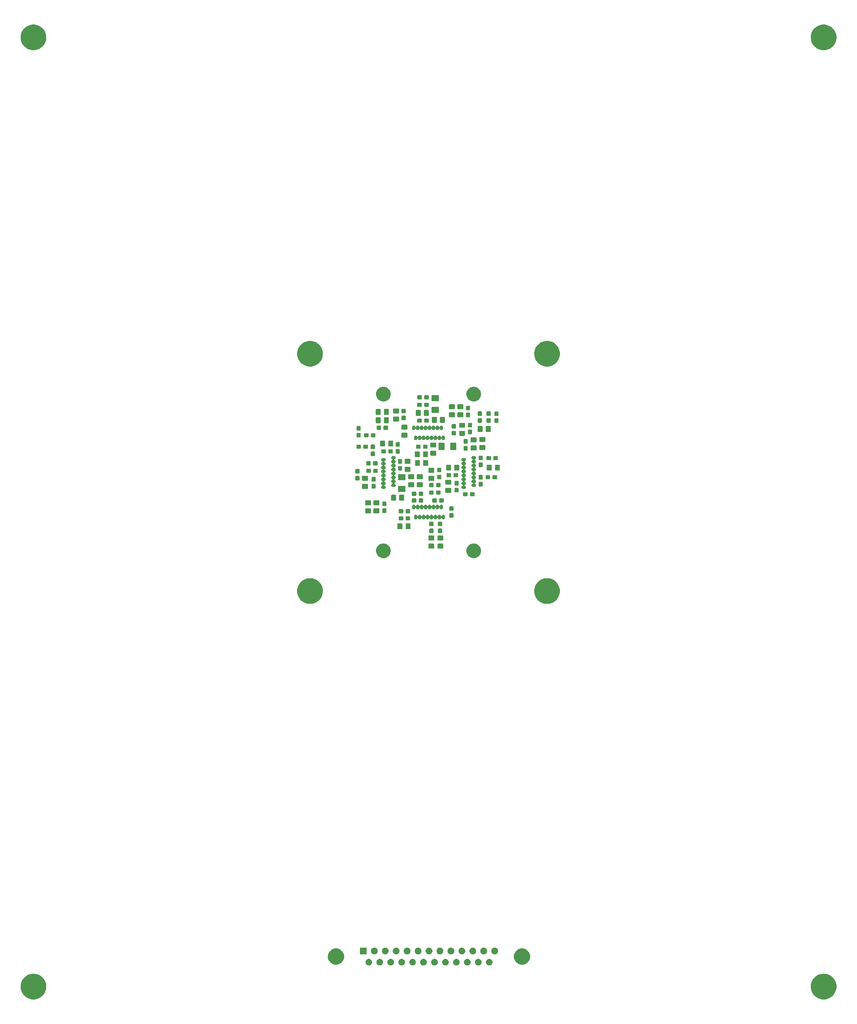
<source format=gbr>
G04 #@! TF.GenerationSoftware,KiCad,Pcbnew,5.1.4-3.fc30*
G04 #@! TF.CreationDate,2019-10-21T10:57:03+02:00*
G04 #@! TF.ProjectId,CarteScreening,43617274-6553-4637-9265-656e696e672e,rev?*
G04 #@! TF.SameCoordinates,Original*
G04 #@! TF.FileFunction,Soldermask,Bot*
G04 #@! TF.FilePolarity,Negative*
%FSLAX46Y46*%
G04 Gerber Fmt 4.6, Leading zero omitted, Abs format (unit mm)*
G04 Created by KiCad (PCBNEW 5.1.4-3.fc30) date 2019-10-21 10:57:03*
%MOMM*%
%LPD*%
G04 APERTURE LIST*
%ADD10C,0.100000*%
G04 APERTURE END LIST*
D10*
G36*
X250634239Y-206811467D02*
G01*
X250948282Y-206873934D01*
X251539926Y-207119001D01*
X252072392Y-207474784D01*
X252525216Y-207927608D01*
X252880999Y-208460074D01*
X253126066Y-209051718D01*
X253126066Y-209051719D01*
X253251000Y-209679803D01*
X253251000Y-210320197D01*
X253188533Y-210634239D01*
X253126066Y-210948282D01*
X252880999Y-211539926D01*
X252525216Y-212072392D01*
X252072392Y-212525216D01*
X251539926Y-212880999D01*
X250948282Y-213126066D01*
X250634239Y-213188533D01*
X250320197Y-213251000D01*
X249679803Y-213251000D01*
X249365761Y-213188533D01*
X249051718Y-213126066D01*
X248460074Y-212880999D01*
X247927608Y-212525216D01*
X247474784Y-212072392D01*
X247119001Y-211539926D01*
X246873934Y-210948282D01*
X246811467Y-210634239D01*
X246749000Y-210320197D01*
X246749000Y-209679803D01*
X246873934Y-209051719D01*
X246873934Y-209051718D01*
X247119001Y-208460074D01*
X247474784Y-207927608D01*
X247927608Y-207474784D01*
X248460074Y-207119001D01*
X249051718Y-206873934D01*
X249365761Y-206811467D01*
X249679803Y-206749000D01*
X250320197Y-206749000D01*
X250634239Y-206811467D01*
X250634239Y-206811467D01*
G37*
G36*
X50634239Y-206811467D02*
G01*
X50948282Y-206873934D01*
X51539926Y-207119001D01*
X52072392Y-207474784D01*
X52525216Y-207927608D01*
X52880999Y-208460074D01*
X53126066Y-209051718D01*
X53126066Y-209051719D01*
X53251000Y-209679803D01*
X53251000Y-210320197D01*
X53188533Y-210634239D01*
X53126066Y-210948282D01*
X52880999Y-211539926D01*
X52525216Y-212072392D01*
X52072392Y-212525216D01*
X51539926Y-212880999D01*
X50948282Y-213126066D01*
X50634239Y-213188533D01*
X50320197Y-213251000D01*
X49679803Y-213251000D01*
X49365761Y-213188533D01*
X49051718Y-213126066D01*
X48460074Y-212880999D01*
X47927608Y-212525216D01*
X47474784Y-212072392D01*
X47119001Y-211539926D01*
X46873934Y-210948282D01*
X46811467Y-210634239D01*
X46749000Y-210320197D01*
X46749000Y-209679803D01*
X46873934Y-209051719D01*
X46873934Y-209051718D01*
X47119001Y-208460074D01*
X47474784Y-207927608D01*
X47927608Y-207474784D01*
X48460074Y-207119001D01*
X49051718Y-206873934D01*
X49365761Y-206811467D01*
X49679803Y-206749000D01*
X50320197Y-206749000D01*
X50634239Y-206811467D01*
X50634239Y-206811467D01*
G37*
G36*
X157293228Y-203021703D02*
G01*
X157448100Y-203085853D01*
X157587481Y-203178985D01*
X157706015Y-203297519D01*
X157799147Y-203436900D01*
X157863297Y-203591772D01*
X157896000Y-203756184D01*
X157896000Y-203923816D01*
X157863297Y-204088228D01*
X157799147Y-204243100D01*
X157706015Y-204382481D01*
X157587481Y-204501015D01*
X157448100Y-204594147D01*
X157293228Y-204658297D01*
X157128816Y-204691000D01*
X156961184Y-204691000D01*
X156796772Y-204658297D01*
X156641900Y-204594147D01*
X156502519Y-204501015D01*
X156383985Y-204382481D01*
X156290853Y-204243100D01*
X156226703Y-204088228D01*
X156194000Y-203923816D01*
X156194000Y-203756184D01*
X156226703Y-203591772D01*
X156290853Y-203436900D01*
X156383985Y-203297519D01*
X156502519Y-203178985D01*
X156641900Y-203085853D01*
X156796772Y-203021703D01*
X156961184Y-202989000D01*
X157128816Y-202989000D01*
X157293228Y-203021703D01*
X157293228Y-203021703D01*
G37*
G36*
X135133228Y-203021703D02*
G01*
X135288100Y-203085853D01*
X135427481Y-203178985D01*
X135546015Y-203297519D01*
X135639147Y-203436900D01*
X135703297Y-203591772D01*
X135736000Y-203756184D01*
X135736000Y-203923816D01*
X135703297Y-204088228D01*
X135639147Y-204243100D01*
X135546015Y-204382481D01*
X135427481Y-204501015D01*
X135288100Y-204594147D01*
X135133228Y-204658297D01*
X134968816Y-204691000D01*
X134801184Y-204691000D01*
X134636772Y-204658297D01*
X134481900Y-204594147D01*
X134342519Y-204501015D01*
X134223985Y-204382481D01*
X134130853Y-204243100D01*
X134066703Y-204088228D01*
X134034000Y-203923816D01*
X134034000Y-203756184D01*
X134066703Y-203591772D01*
X134130853Y-203436900D01*
X134223985Y-203297519D01*
X134342519Y-203178985D01*
X134481900Y-203085853D01*
X134636772Y-203021703D01*
X134801184Y-202989000D01*
X134968816Y-202989000D01*
X135133228Y-203021703D01*
X135133228Y-203021703D01*
G37*
G36*
X165603228Y-203021703D02*
G01*
X165758100Y-203085853D01*
X165897481Y-203178985D01*
X166016015Y-203297519D01*
X166109147Y-203436900D01*
X166173297Y-203591772D01*
X166206000Y-203756184D01*
X166206000Y-203923816D01*
X166173297Y-204088228D01*
X166109147Y-204243100D01*
X166016015Y-204382481D01*
X165897481Y-204501015D01*
X165758100Y-204594147D01*
X165603228Y-204658297D01*
X165438816Y-204691000D01*
X165271184Y-204691000D01*
X165106772Y-204658297D01*
X164951900Y-204594147D01*
X164812519Y-204501015D01*
X164693985Y-204382481D01*
X164600853Y-204243100D01*
X164536703Y-204088228D01*
X164504000Y-203923816D01*
X164504000Y-203756184D01*
X164536703Y-203591772D01*
X164600853Y-203436900D01*
X164693985Y-203297519D01*
X164812519Y-203178985D01*
X164951900Y-203085853D01*
X165106772Y-203021703D01*
X165271184Y-202989000D01*
X165438816Y-202989000D01*
X165603228Y-203021703D01*
X165603228Y-203021703D01*
G37*
G36*
X154523228Y-203021703D02*
G01*
X154678100Y-203085853D01*
X154817481Y-203178985D01*
X154936015Y-203297519D01*
X155029147Y-203436900D01*
X155093297Y-203591772D01*
X155126000Y-203756184D01*
X155126000Y-203923816D01*
X155093297Y-204088228D01*
X155029147Y-204243100D01*
X154936015Y-204382481D01*
X154817481Y-204501015D01*
X154678100Y-204594147D01*
X154523228Y-204658297D01*
X154358816Y-204691000D01*
X154191184Y-204691000D01*
X154026772Y-204658297D01*
X153871900Y-204594147D01*
X153732519Y-204501015D01*
X153613985Y-204382481D01*
X153520853Y-204243100D01*
X153456703Y-204088228D01*
X153424000Y-203923816D01*
X153424000Y-203756184D01*
X153456703Y-203591772D01*
X153520853Y-203436900D01*
X153613985Y-203297519D01*
X153732519Y-203178985D01*
X153871900Y-203085853D01*
X154026772Y-203021703D01*
X154191184Y-202989000D01*
X154358816Y-202989000D01*
X154523228Y-203021703D01*
X154523228Y-203021703D01*
G37*
G36*
X151753228Y-203021703D02*
G01*
X151908100Y-203085853D01*
X152047481Y-203178985D01*
X152166015Y-203297519D01*
X152259147Y-203436900D01*
X152323297Y-203591772D01*
X152356000Y-203756184D01*
X152356000Y-203923816D01*
X152323297Y-204088228D01*
X152259147Y-204243100D01*
X152166015Y-204382481D01*
X152047481Y-204501015D01*
X151908100Y-204594147D01*
X151753228Y-204658297D01*
X151588816Y-204691000D01*
X151421184Y-204691000D01*
X151256772Y-204658297D01*
X151101900Y-204594147D01*
X150962519Y-204501015D01*
X150843985Y-204382481D01*
X150750853Y-204243100D01*
X150686703Y-204088228D01*
X150654000Y-203923816D01*
X150654000Y-203756184D01*
X150686703Y-203591772D01*
X150750853Y-203436900D01*
X150843985Y-203297519D01*
X150962519Y-203178985D01*
X151101900Y-203085853D01*
X151256772Y-203021703D01*
X151421184Y-202989000D01*
X151588816Y-202989000D01*
X151753228Y-203021703D01*
X151753228Y-203021703D01*
G37*
G36*
X148983228Y-203021703D02*
G01*
X149138100Y-203085853D01*
X149277481Y-203178985D01*
X149396015Y-203297519D01*
X149489147Y-203436900D01*
X149553297Y-203591772D01*
X149586000Y-203756184D01*
X149586000Y-203923816D01*
X149553297Y-204088228D01*
X149489147Y-204243100D01*
X149396015Y-204382481D01*
X149277481Y-204501015D01*
X149138100Y-204594147D01*
X148983228Y-204658297D01*
X148818816Y-204691000D01*
X148651184Y-204691000D01*
X148486772Y-204658297D01*
X148331900Y-204594147D01*
X148192519Y-204501015D01*
X148073985Y-204382481D01*
X147980853Y-204243100D01*
X147916703Y-204088228D01*
X147884000Y-203923816D01*
X147884000Y-203756184D01*
X147916703Y-203591772D01*
X147980853Y-203436900D01*
X148073985Y-203297519D01*
X148192519Y-203178985D01*
X148331900Y-203085853D01*
X148486772Y-203021703D01*
X148651184Y-202989000D01*
X148818816Y-202989000D01*
X148983228Y-203021703D01*
X148983228Y-203021703D01*
G37*
G36*
X146213228Y-203021703D02*
G01*
X146368100Y-203085853D01*
X146507481Y-203178985D01*
X146626015Y-203297519D01*
X146719147Y-203436900D01*
X146783297Y-203591772D01*
X146816000Y-203756184D01*
X146816000Y-203923816D01*
X146783297Y-204088228D01*
X146719147Y-204243100D01*
X146626015Y-204382481D01*
X146507481Y-204501015D01*
X146368100Y-204594147D01*
X146213228Y-204658297D01*
X146048816Y-204691000D01*
X145881184Y-204691000D01*
X145716772Y-204658297D01*
X145561900Y-204594147D01*
X145422519Y-204501015D01*
X145303985Y-204382481D01*
X145210853Y-204243100D01*
X145146703Y-204088228D01*
X145114000Y-203923816D01*
X145114000Y-203756184D01*
X145146703Y-203591772D01*
X145210853Y-203436900D01*
X145303985Y-203297519D01*
X145422519Y-203178985D01*
X145561900Y-203085853D01*
X145716772Y-203021703D01*
X145881184Y-202989000D01*
X146048816Y-202989000D01*
X146213228Y-203021703D01*
X146213228Y-203021703D01*
G37*
G36*
X137903228Y-203021703D02*
G01*
X138058100Y-203085853D01*
X138197481Y-203178985D01*
X138316015Y-203297519D01*
X138409147Y-203436900D01*
X138473297Y-203591772D01*
X138506000Y-203756184D01*
X138506000Y-203923816D01*
X138473297Y-204088228D01*
X138409147Y-204243100D01*
X138316015Y-204382481D01*
X138197481Y-204501015D01*
X138058100Y-204594147D01*
X137903228Y-204658297D01*
X137738816Y-204691000D01*
X137571184Y-204691000D01*
X137406772Y-204658297D01*
X137251900Y-204594147D01*
X137112519Y-204501015D01*
X136993985Y-204382481D01*
X136900853Y-204243100D01*
X136836703Y-204088228D01*
X136804000Y-203923816D01*
X136804000Y-203756184D01*
X136836703Y-203591772D01*
X136900853Y-203436900D01*
X136993985Y-203297519D01*
X137112519Y-203178985D01*
X137251900Y-203085853D01*
X137406772Y-203021703D01*
X137571184Y-202989000D01*
X137738816Y-202989000D01*
X137903228Y-203021703D01*
X137903228Y-203021703D01*
G37*
G36*
X143443228Y-203021703D02*
G01*
X143598100Y-203085853D01*
X143737481Y-203178985D01*
X143856015Y-203297519D01*
X143949147Y-203436900D01*
X144013297Y-203591772D01*
X144046000Y-203756184D01*
X144046000Y-203923816D01*
X144013297Y-204088228D01*
X143949147Y-204243100D01*
X143856015Y-204382481D01*
X143737481Y-204501015D01*
X143598100Y-204594147D01*
X143443228Y-204658297D01*
X143278816Y-204691000D01*
X143111184Y-204691000D01*
X142946772Y-204658297D01*
X142791900Y-204594147D01*
X142652519Y-204501015D01*
X142533985Y-204382481D01*
X142440853Y-204243100D01*
X142376703Y-204088228D01*
X142344000Y-203923816D01*
X142344000Y-203756184D01*
X142376703Y-203591772D01*
X142440853Y-203436900D01*
X142533985Y-203297519D01*
X142652519Y-203178985D01*
X142791900Y-203085853D01*
X142946772Y-203021703D01*
X143111184Y-202989000D01*
X143278816Y-202989000D01*
X143443228Y-203021703D01*
X143443228Y-203021703D01*
G37*
G36*
X160063228Y-203021703D02*
G01*
X160218100Y-203085853D01*
X160357481Y-203178985D01*
X160476015Y-203297519D01*
X160569147Y-203436900D01*
X160633297Y-203591772D01*
X160666000Y-203756184D01*
X160666000Y-203923816D01*
X160633297Y-204088228D01*
X160569147Y-204243100D01*
X160476015Y-204382481D01*
X160357481Y-204501015D01*
X160218100Y-204594147D01*
X160063228Y-204658297D01*
X159898816Y-204691000D01*
X159731184Y-204691000D01*
X159566772Y-204658297D01*
X159411900Y-204594147D01*
X159272519Y-204501015D01*
X159153985Y-204382481D01*
X159060853Y-204243100D01*
X158996703Y-204088228D01*
X158964000Y-203923816D01*
X158964000Y-203756184D01*
X158996703Y-203591772D01*
X159060853Y-203436900D01*
X159153985Y-203297519D01*
X159272519Y-203178985D01*
X159411900Y-203085853D01*
X159566772Y-203021703D01*
X159731184Y-202989000D01*
X159898816Y-202989000D01*
X160063228Y-203021703D01*
X160063228Y-203021703D01*
G37*
G36*
X140673228Y-203021703D02*
G01*
X140828100Y-203085853D01*
X140967481Y-203178985D01*
X141086015Y-203297519D01*
X141179147Y-203436900D01*
X141243297Y-203591772D01*
X141276000Y-203756184D01*
X141276000Y-203923816D01*
X141243297Y-204088228D01*
X141179147Y-204243100D01*
X141086015Y-204382481D01*
X140967481Y-204501015D01*
X140828100Y-204594147D01*
X140673228Y-204658297D01*
X140508816Y-204691000D01*
X140341184Y-204691000D01*
X140176772Y-204658297D01*
X140021900Y-204594147D01*
X139882519Y-204501015D01*
X139763985Y-204382481D01*
X139670853Y-204243100D01*
X139606703Y-204088228D01*
X139574000Y-203923816D01*
X139574000Y-203756184D01*
X139606703Y-203591772D01*
X139670853Y-203436900D01*
X139763985Y-203297519D01*
X139882519Y-203178985D01*
X140021900Y-203085853D01*
X140176772Y-203021703D01*
X140341184Y-202989000D01*
X140508816Y-202989000D01*
X140673228Y-203021703D01*
X140673228Y-203021703D01*
G37*
G36*
X162833228Y-203021703D02*
G01*
X162988100Y-203085853D01*
X163127481Y-203178985D01*
X163246015Y-203297519D01*
X163339147Y-203436900D01*
X163403297Y-203591772D01*
X163436000Y-203756184D01*
X163436000Y-203923816D01*
X163403297Y-204088228D01*
X163339147Y-204243100D01*
X163246015Y-204382481D01*
X163127481Y-204501015D01*
X162988100Y-204594147D01*
X162833228Y-204658297D01*
X162668816Y-204691000D01*
X162501184Y-204691000D01*
X162336772Y-204658297D01*
X162181900Y-204594147D01*
X162042519Y-204501015D01*
X161923985Y-204382481D01*
X161830853Y-204243100D01*
X161766703Y-204088228D01*
X161734000Y-203923816D01*
X161734000Y-203756184D01*
X161766703Y-203591772D01*
X161830853Y-203436900D01*
X161923985Y-203297519D01*
X162042519Y-203178985D01*
X162181900Y-203085853D01*
X162336772Y-203021703D01*
X162501184Y-202989000D01*
X162668816Y-202989000D01*
X162833228Y-203021703D01*
X162833228Y-203021703D01*
G37*
G36*
X174268254Y-200447818D02*
G01*
X174628170Y-200596900D01*
X174641513Y-200602427D01*
X174977436Y-200826884D01*
X175263116Y-201112564D01*
X175353765Y-201248229D01*
X175487574Y-201448489D01*
X175642182Y-201821746D01*
X175721000Y-202217993D01*
X175721000Y-202622007D01*
X175642182Y-203018254D01*
X175526506Y-203297520D01*
X175487573Y-203391513D01*
X175263116Y-203727436D01*
X174977436Y-204013116D01*
X174641513Y-204237573D01*
X174641512Y-204237574D01*
X174641511Y-204237574D01*
X174268254Y-204392182D01*
X173872007Y-204471000D01*
X173467993Y-204471000D01*
X173071746Y-204392182D01*
X172698489Y-204237574D01*
X172698488Y-204237574D01*
X172698487Y-204237573D01*
X172362564Y-204013116D01*
X172076884Y-203727436D01*
X171852427Y-203391513D01*
X171813494Y-203297520D01*
X171697818Y-203018254D01*
X171619000Y-202622007D01*
X171619000Y-202217993D01*
X171697818Y-201821746D01*
X171852426Y-201448489D01*
X171986236Y-201248229D01*
X172076884Y-201112564D01*
X172362564Y-200826884D01*
X172698487Y-200602427D01*
X172711830Y-200596900D01*
X173071746Y-200447818D01*
X173467993Y-200369000D01*
X173872007Y-200369000D01*
X174268254Y-200447818D01*
X174268254Y-200447818D01*
G37*
G36*
X127168254Y-200447818D02*
G01*
X127528170Y-200596900D01*
X127541513Y-200602427D01*
X127877436Y-200826884D01*
X128163116Y-201112564D01*
X128253765Y-201248229D01*
X128387574Y-201448489D01*
X128542182Y-201821746D01*
X128621000Y-202217993D01*
X128621000Y-202622007D01*
X128542182Y-203018254D01*
X128426506Y-203297520D01*
X128387573Y-203391513D01*
X128163116Y-203727436D01*
X127877436Y-204013116D01*
X127541513Y-204237573D01*
X127541512Y-204237574D01*
X127541511Y-204237574D01*
X127168254Y-204392182D01*
X126772007Y-204471000D01*
X126367993Y-204471000D01*
X125971746Y-204392182D01*
X125598489Y-204237574D01*
X125598488Y-204237574D01*
X125598487Y-204237573D01*
X125262564Y-204013116D01*
X124976884Y-203727436D01*
X124752427Y-203391513D01*
X124713494Y-203297520D01*
X124597818Y-203018254D01*
X124519000Y-202622007D01*
X124519000Y-202217993D01*
X124597818Y-201821746D01*
X124752426Y-201448489D01*
X124886236Y-201248229D01*
X124976884Y-201112564D01*
X125262564Y-200826884D01*
X125598487Y-200602427D01*
X125611830Y-200596900D01*
X125971746Y-200447818D01*
X126367993Y-200369000D01*
X126772007Y-200369000D01*
X127168254Y-200447818D01*
X127168254Y-200447818D01*
G37*
G36*
X136518228Y-200181703D02*
G01*
X136673100Y-200245853D01*
X136812481Y-200338985D01*
X136931015Y-200457519D01*
X137024147Y-200596900D01*
X137088297Y-200751772D01*
X137121000Y-200916184D01*
X137121000Y-201083816D01*
X137088297Y-201248228D01*
X137024147Y-201403100D01*
X136931015Y-201542481D01*
X136812481Y-201661015D01*
X136673100Y-201754147D01*
X136518228Y-201818297D01*
X136353816Y-201851000D01*
X136186184Y-201851000D01*
X136021772Y-201818297D01*
X135866900Y-201754147D01*
X135727519Y-201661015D01*
X135608985Y-201542481D01*
X135515853Y-201403100D01*
X135451703Y-201248228D01*
X135419000Y-201083816D01*
X135419000Y-200916184D01*
X135451703Y-200751772D01*
X135515853Y-200596900D01*
X135608985Y-200457519D01*
X135727519Y-200338985D01*
X135866900Y-200245853D01*
X136021772Y-200181703D01*
X136186184Y-200149000D01*
X136353816Y-200149000D01*
X136518228Y-200181703D01*
X136518228Y-200181703D01*
G37*
G36*
X144828228Y-200181703D02*
G01*
X144983100Y-200245853D01*
X145122481Y-200338985D01*
X145241015Y-200457519D01*
X145334147Y-200596900D01*
X145398297Y-200751772D01*
X145431000Y-200916184D01*
X145431000Y-201083816D01*
X145398297Y-201248228D01*
X145334147Y-201403100D01*
X145241015Y-201542481D01*
X145122481Y-201661015D01*
X144983100Y-201754147D01*
X144828228Y-201818297D01*
X144663816Y-201851000D01*
X144496184Y-201851000D01*
X144331772Y-201818297D01*
X144176900Y-201754147D01*
X144037519Y-201661015D01*
X143918985Y-201542481D01*
X143825853Y-201403100D01*
X143761703Y-201248228D01*
X143729000Y-201083816D01*
X143729000Y-200916184D01*
X143761703Y-200751772D01*
X143825853Y-200596900D01*
X143918985Y-200457519D01*
X144037519Y-200338985D01*
X144176900Y-200245853D01*
X144331772Y-200181703D01*
X144496184Y-200149000D01*
X144663816Y-200149000D01*
X144828228Y-200181703D01*
X144828228Y-200181703D01*
G37*
G36*
X142058228Y-200181703D02*
G01*
X142213100Y-200245853D01*
X142352481Y-200338985D01*
X142471015Y-200457519D01*
X142564147Y-200596900D01*
X142628297Y-200751772D01*
X142661000Y-200916184D01*
X142661000Y-201083816D01*
X142628297Y-201248228D01*
X142564147Y-201403100D01*
X142471015Y-201542481D01*
X142352481Y-201661015D01*
X142213100Y-201754147D01*
X142058228Y-201818297D01*
X141893816Y-201851000D01*
X141726184Y-201851000D01*
X141561772Y-201818297D01*
X141406900Y-201754147D01*
X141267519Y-201661015D01*
X141148985Y-201542481D01*
X141055853Y-201403100D01*
X140991703Y-201248228D01*
X140959000Y-201083816D01*
X140959000Y-200916184D01*
X140991703Y-200751772D01*
X141055853Y-200596900D01*
X141148985Y-200457519D01*
X141267519Y-200338985D01*
X141406900Y-200245853D01*
X141561772Y-200181703D01*
X141726184Y-200149000D01*
X141893816Y-200149000D01*
X142058228Y-200181703D01*
X142058228Y-200181703D01*
G37*
G36*
X139288228Y-200181703D02*
G01*
X139443100Y-200245853D01*
X139582481Y-200338985D01*
X139701015Y-200457519D01*
X139794147Y-200596900D01*
X139858297Y-200751772D01*
X139891000Y-200916184D01*
X139891000Y-201083816D01*
X139858297Y-201248228D01*
X139794147Y-201403100D01*
X139701015Y-201542481D01*
X139582481Y-201661015D01*
X139443100Y-201754147D01*
X139288228Y-201818297D01*
X139123816Y-201851000D01*
X138956184Y-201851000D01*
X138791772Y-201818297D01*
X138636900Y-201754147D01*
X138497519Y-201661015D01*
X138378985Y-201542481D01*
X138285853Y-201403100D01*
X138221703Y-201248228D01*
X138189000Y-201083816D01*
X138189000Y-200916184D01*
X138221703Y-200751772D01*
X138285853Y-200596900D01*
X138378985Y-200457519D01*
X138497519Y-200338985D01*
X138636900Y-200245853D01*
X138791772Y-200181703D01*
X138956184Y-200149000D01*
X139123816Y-200149000D01*
X139288228Y-200181703D01*
X139288228Y-200181703D01*
G37*
G36*
X134351000Y-201851000D02*
G01*
X132649000Y-201851000D01*
X132649000Y-200149000D01*
X134351000Y-200149000D01*
X134351000Y-201851000D01*
X134351000Y-201851000D01*
G37*
G36*
X158678228Y-200181703D02*
G01*
X158833100Y-200245853D01*
X158972481Y-200338985D01*
X159091015Y-200457519D01*
X159184147Y-200596900D01*
X159248297Y-200751772D01*
X159281000Y-200916184D01*
X159281000Y-201083816D01*
X159248297Y-201248228D01*
X159184147Y-201403100D01*
X159091015Y-201542481D01*
X158972481Y-201661015D01*
X158833100Y-201754147D01*
X158678228Y-201818297D01*
X158513816Y-201851000D01*
X158346184Y-201851000D01*
X158181772Y-201818297D01*
X158026900Y-201754147D01*
X157887519Y-201661015D01*
X157768985Y-201542481D01*
X157675853Y-201403100D01*
X157611703Y-201248228D01*
X157579000Y-201083816D01*
X157579000Y-200916184D01*
X157611703Y-200751772D01*
X157675853Y-200596900D01*
X157768985Y-200457519D01*
X157887519Y-200338985D01*
X158026900Y-200245853D01*
X158181772Y-200181703D01*
X158346184Y-200149000D01*
X158513816Y-200149000D01*
X158678228Y-200181703D01*
X158678228Y-200181703D01*
G37*
G36*
X155908228Y-200181703D02*
G01*
X156063100Y-200245853D01*
X156202481Y-200338985D01*
X156321015Y-200457519D01*
X156414147Y-200596900D01*
X156478297Y-200751772D01*
X156511000Y-200916184D01*
X156511000Y-201083816D01*
X156478297Y-201248228D01*
X156414147Y-201403100D01*
X156321015Y-201542481D01*
X156202481Y-201661015D01*
X156063100Y-201754147D01*
X155908228Y-201818297D01*
X155743816Y-201851000D01*
X155576184Y-201851000D01*
X155411772Y-201818297D01*
X155256900Y-201754147D01*
X155117519Y-201661015D01*
X154998985Y-201542481D01*
X154905853Y-201403100D01*
X154841703Y-201248228D01*
X154809000Y-201083816D01*
X154809000Y-200916184D01*
X154841703Y-200751772D01*
X154905853Y-200596900D01*
X154998985Y-200457519D01*
X155117519Y-200338985D01*
X155256900Y-200245853D01*
X155411772Y-200181703D01*
X155576184Y-200149000D01*
X155743816Y-200149000D01*
X155908228Y-200181703D01*
X155908228Y-200181703D01*
G37*
G36*
X153138228Y-200181703D02*
G01*
X153293100Y-200245853D01*
X153432481Y-200338985D01*
X153551015Y-200457519D01*
X153644147Y-200596900D01*
X153708297Y-200751772D01*
X153741000Y-200916184D01*
X153741000Y-201083816D01*
X153708297Y-201248228D01*
X153644147Y-201403100D01*
X153551015Y-201542481D01*
X153432481Y-201661015D01*
X153293100Y-201754147D01*
X153138228Y-201818297D01*
X152973816Y-201851000D01*
X152806184Y-201851000D01*
X152641772Y-201818297D01*
X152486900Y-201754147D01*
X152347519Y-201661015D01*
X152228985Y-201542481D01*
X152135853Y-201403100D01*
X152071703Y-201248228D01*
X152039000Y-201083816D01*
X152039000Y-200916184D01*
X152071703Y-200751772D01*
X152135853Y-200596900D01*
X152228985Y-200457519D01*
X152347519Y-200338985D01*
X152486900Y-200245853D01*
X152641772Y-200181703D01*
X152806184Y-200149000D01*
X152973816Y-200149000D01*
X153138228Y-200181703D01*
X153138228Y-200181703D01*
G37*
G36*
X150368228Y-200181703D02*
G01*
X150523100Y-200245853D01*
X150662481Y-200338985D01*
X150781015Y-200457519D01*
X150874147Y-200596900D01*
X150938297Y-200751772D01*
X150971000Y-200916184D01*
X150971000Y-201083816D01*
X150938297Y-201248228D01*
X150874147Y-201403100D01*
X150781015Y-201542481D01*
X150662481Y-201661015D01*
X150523100Y-201754147D01*
X150368228Y-201818297D01*
X150203816Y-201851000D01*
X150036184Y-201851000D01*
X149871772Y-201818297D01*
X149716900Y-201754147D01*
X149577519Y-201661015D01*
X149458985Y-201542481D01*
X149365853Y-201403100D01*
X149301703Y-201248228D01*
X149269000Y-201083816D01*
X149269000Y-200916184D01*
X149301703Y-200751772D01*
X149365853Y-200596900D01*
X149458985Y-200457519D01*
X149577519Y-200338985D01*
X149716900Y-200245853D01*
X149871772Y-200181703D01*
X150036184Y-200149000D01*
X150203816Y-200149000D01*
X150368228Y-200181703D01*
X150368228Y-200181703D01*
G37*
G36*
X147598228Y-200181703D02*
G01*
X147753100Y-200245853D01*
X147892481Y-200338985D01*
X148011015Y-200457519D01*
X148104147Y-200596900D01*
X148168297Y-200751772D01*
X148201000Y-200916184D01*
X148201000Y-201083816D01*
X148168297Y-201248228D01*
X148104147Y-201403100D01*
X148011015Y-201542481D01*
X147892481Y-201661015D01*
X147753100Y-201754147D01*
X147598228Y-201818297D01*
X147433816Y-201851000D01*
X147266184Y-201851000D01*
X147101772Y-201818297D01*
X146946900Y-201754147D01*
X146807519Y-201661015D01*
X146688985Y-201542481D01*
X146595853Y-201403100D01*
X146531703Y-201248228D01*
X146499000Y-201083816D01*
X146499000Y-200916184D01*
X146531703Y-200751772D01*
X146595853Y-200596900D01*
X146688985Y-200457519D01*
X146807519Y-200338985D01*
X146946900Y-200245853D01*
X147101772Y-200181703D01*
X147266184Y-200149000D01*
X147433816Y-200149000D01*
X147598228Y-200181703D01*
X147598228Y-200181703D01*
G37*
G36*
X166988228Y-200181703D02*
G01*
X167143100Y-200245853D01*
X167282481Y-200338985D01*
X167401015Y-200457519D01*
X167494147Y-200596900D01*
X167558297Y-200751772D01*
X167591000Y-200916184D01*
X167591000Y-201083816D01*
X167558297Y-201248228D01*
X167494147Y-201403100D01*
X167401015Y-201542481D01*
X167282481Y-201661015D01*
X167143100Y-201754147D01*
X166988228Y-201818297D01*
X166823816Y-201851000D01*
X166656184Y-201851000D01*
X166491772Y-201818297D01*
X166336900Y-201754147D01*
X166197519Y-201661015D01*
X166078985Y-201542481D01*
X165985853Y-201403100D01*
X165921703Y-201248228D01*
X165889000Y-201083816D01*
X165889000Y-200916184D01*
X165921703Y-200751772D01*
X165985853Y-200596900D01*
X166078985Y-200457519D01*
X166197519Y-200338985D01*
X166336900Y-200245853D01*
X166491772Y-200181703D01*
X166656184Y-200149000D01*
X166823816Y-200149000D01*
X166988228Y-200181703D01*
X166988228Y-200181703D01*
G37*
G36*
X164218228Y-200181703D02*
G01*
X164373100Y-200245853D01*
X164512481Y-200338985D01*
X164631015Y-200457519D01*
X164724147Y-200596900D01*
X164788297Y-200751772D01*
X164821000Y-200916184D01*
X164821000Y-201083816D01*
X164788297Y-201248228D01*
X164724147Y-201403100D01*
X164631015Y-201542481D01*
X164512481Y-201661015D01*
X164373100Y-201754147D01*
X164218228Y-201818297D01*
X164053816Y-201851000D01*
X163886184Y-201851000D01*
X163721772Y-201818297D01*
X163566900Y-201754147D01*
X163427519Y-201661015D01*
X163308985Y-201542481D01*
X163215853Y-201403100D01*
X163151703Y-201248228D01*
X163119000Y-201083816D01*
X163119000Y-200916184D01*
X163151703Y-200751772D01*
X163215853Y-200596900D01*
X163308985Y-200457519D01*
X163427519Y-200338985D01*
X163566900Y-200245853D01*
X163721772Y-200181703D01*
X163886184Y-200149000D01*
X164053816Y-200149000D01*
X164218228Y-200181703D01*
X164218228Y-200181703D01*
G37*
G36*
X161448228Y-200181703D02*
G01*
X161603100Y-200245853D01*
X161742481Y-200338985D01*
X161861015Y-200457519D01*
X161954147Y-200596900D01*
X162018297Y-200751772D01*
X162051000Y-200916184D01*
X162051000Y-201083816D01*
X162018297Y-201248228D01*
X161954147Y-201403100D01*
X161861015Y-201542481D01*
X161742481Y-201661015D01*
X161603100Y-201754147D01*
X161448228Y-201818297D01*
X161283816Y-201851000D01*
X161116184Y-201851000D01*
X160951772Y-201818297D01*
X160796900Y-201754147D01*
X160657519Y-201661015D01*
X160538985Y-201542481D01*
X160445853Y-201403100D01*
X160381703Y-201248228D01*
X160349000Y-201083816D01*
X160349000Y-200916184D01*
X160381703Y-200751772D01*
X160445853Y-200596900D01*
X160538985Y-200457519D01*
X160657519Y-200338985D01*
X160796900Y-200245853D01*
X160951772Y-200181703D01*
X161116184Y-200149000D01*
X161283816Y-200149000D01*
X161448228Y-200181703D01*
X161448228Y-200181703D01*
G37*
G36*
X180634239Y-106811467D02*
G01*
X180948282Y-106873934D01*
X181539926Y-107119001D01*
X182072392Y-107474784D01*
X182525216Y-107927608D01*
X182880999Y-108460074D01*
X183126066Y-109051718D01*
X183126066Y-109051719D01*
X183251000Y-109679803D01*
X183251000Y-110320197D01*
X183188533Y-110634239D01*
X183126066Y-110948282D01*
X182880999Y-111539926D01*
X182525216Y-112072392D01*
X182072392Y-112525216D01*
X181539926Y-112880999D01*
X180948282Y-113126066D01*
X180634239Y-113188533D01*
X180320197Y-113251000D01*
X179679803Y-113251000D01*
X179365761Y-113188533D01*
X179051718Y-113126066D01*
X178460074Y-112880999D01*
X177927608Y-112525216D01*
X177474784Y-112072392D01*
X177119001Y-111539926D01*
X176873934Y-110948282D01*
X176811467Y-110634239D01*
X176749000Y-110320197D01*
X176749000Y-109679803D01*
X176873934Y-109051719D01*
X176873934Y-109051718D01*
X177119001Y-108460074D01*
X177474784Y-107927608D01*
X177927608Y-107474784D01*
X178460074Y-107119001D01*
X179051718Y-106873934D01*
X179365761Y-106811467D01*
X179679803Y-106749000D01*
X180320197Y-106749000D01*
X180634239Y-106811467D01*
X180634239Y-106811467D01*
G37*
G36*
X120634239Y-106811467D02*
G01*
X120948282Y-106873934D01*
X121539926Y-107119001D01*
X122072392Y-107474784D01*
X122525216Y-107927608D01*
X122880999Y-108460074D01*
X123126066Y-109051718D01*
X123126066Y-109051719D01*
X123251000Y-109679803D01*
X123251000Y-110320197D01*
X123188533Y-110634239D01*
X123126066Y-110948282D01*
X122880999Y-111539926D01*
X122525216Y-112072392D01*
X122072392Y-112525216D01*
X121539926Y-112880999D01*
X120948282Y-113126066D01*
X120634239Y-113188533D01*
X120320197Y-113251000D01*
X119679803Y-113251000D01*
X119365761Y-113188533D01*
X119051718Y-113126066D01*
X118460074Y-112880999D01*
X117927608Y-112525216D01*
X117474784Y-112072392D01*
X117119001Y-111539926D01*
X116873934Y-110948282D01*
X116811467Y-110634239D01*
X116749000Y-110320197D01*
X116749000Y-109679803D01*
X116873934Y-109051719D01*
X116873934Y-109051718D01*
X117119001Y-108460074D01*
X117474784Y-107927608D01*
X117927608Y-107474784D01*
X118460074Y-107119001D01*
X119051718Y-106873934D01*
X119365761Y-106811467D01*
X119679803Y-106749000D01*
X120320197Y-106749000D01*
X120634239Y-106811467D01*
X120634239Y-106811467D01*
G37*
G36*
X161974612Y-98016651D02*
G01*
X162314402Y-98157397D01*
X162314403Y-98157398D01*
X162620207Y-98361729D01*
X162880271Y-98621793D01*
X163016801Y-98826125D01*
X163084603Y-98927598D01*
X163225349Y-99267388D01*
X163297100Y-99628105D01*
X163297100Y-99995895D01*
X163225349Y-100356612D01*
X163084603Y-100696402D01*
X163084602Y-100696403D01*
X162880271Y-101002207D01*
X162620207Y-101262271D01*
X162415875Y-101398801D01*
X162314402Y-101466603D01*
X161974612Y-101607349D01*
X161613895Y-101679100D01*
X161246105Y-101679100D01*
X160885388Y-101607349D01*
X160545598Y-101466603D01*
X160444125Y-101398801D01*
X160239793Y-101262271D01*
X159979729Y-101002207D01*
X159775398Y-100696403D01*
X159775397Y-100696402D01*
X159634651Y-100356612D01*
X159562900Y-99995895D01*
X159562900Y-99628105D01*
X159634651Y-99267388D01*
X159775397Y-98927598D01*
X159843199Y-98826125D01*
X159979729Y-98621793D01*
X160239793Y-98361729D01*
X160545597Y-98157398D01*
X160545598Y-98157397D01*
X160885388Y-98016651D01*
X161246105Y-97944900D01*
X161613895Y-97944900D01*
X161974612Y-98016651D01*
X161974612Y-98016651D01*
G37*
G36*
X139114612Y-98016651D02*
G01*
X139454402Y-98157397D01*
X139454403Y-98157398D01*
X139760207Y-98361729D01*
X140020271Y-98621793D01*
X140156801Y-98826125D01*
X140224603Y-98927598D01*
X140365349Y-99267388D01*
X140437100Y-99628105D01*
X140437100Y-99995895D01*
X140365349Y-100356612D01*
X140224603Y-100696402D01*
X140224602Y-100696403D01*
X140020271Y-101002207D01*
X139760207Y-101262271D01*
X139555875Y-101398801D01*
X139454402Y-101466603D01*
X139114612Y-101607349D01*
X138753895Y-101679100D01*
X138386105Y-101679100D01*
X138025388Y-101607349D01*
X137685598Y-101466603D01*
X137584125Y-101398801D01*
X137379793Y-101262271D01*
X137119729Y-101002207D01*
X136915398Y-100696403D01*
X136915397Y-100696402D01*
X136774651Y-100356612D01*
X136702900Y-99995895D01*
X136702900Y-99628105D01*
X136774651Y-99267388D01*
X136915397Y-98927598D01*
X136983199Y-98826125D01*
X137119729Y-98621793D01*
X137379793Y-98361729D01*
X137685597Y-98157398D01*
X137685598Y-98157397D01*
X138025388Y-98016651D01*
X138386105Y-97944900D01*
X138753895Y-97944900D01*
X139114612Y-98016651D01*
X139114612Y-98016651D01*
G37*
G36*
X153588674Y-98003465D02*
G01*
X153626367Y-98014899D01*
X153661103Y-98033466D01*
X153691548Y-98058452D01*
X153716534Y-98088897D01*
X153735101Y-98123633D01*
X153746535Y-98161326D01*
X153751000Y-98206661D01*
X153751000Y-99043339D01*
X153746535Y-99088674D01*
X153735101Y-99126367D01*
X153716534Y-99161103D01*
X153691548Y-99191548D01*
X153661103Y-99216534D01*
X153626367Y-99235101D01*
X153588674Y-99246535D01*
X153543339Y-99251000D01*
X152456661Y-99251000D01*
X152411326Y-99246535D01*
X152373633Y-99235101D01*
X152338897Y-99216534D01*
X152308452Y-99191548D01*
X152283466Y-99161103D01*
X152264899Y-99126367D01*
X152253465Y-99088674D01*
X152249000Y-99043339D01*
X152249000Y-98206661D01*
X152253465Y-98161326D01*
X152264899Y-98123633D01*
X152283466Y-98088897D01*
X152308452Y-98058452D01*
X152338897Y-98033466D01*
X152373633Y-98014899D01*
X152411326Y-98003465D01*
X152456661Y-97999000D01*
X153543339Y-97999000D01*
X153588674Y-98003465D01*
X153588674Y-98003465D01*
G37*
G36*
X151288674Y-98003465D02*
G01*
X151326367Y-98014899D01*
X151361103Y-98033466D01*
X151391548Y-98058452D01*
X151416534Y-98088897D01*
X151435101Y-98123633D01*
X151446535Y-98161326D01*
X151451000Y-98206661D01*
X151451000Y-99043339D01*
X151446535Y-99088674D01*
X151435101Y-99126367D01*
X151416534Y-99161103D01*
X151391548Y-99191548D01*
X151361103Y-99216534D01*
X151326367Y-99235101D01*
X151288674Y-99246535D01*
X151243339Y-99251000D01*
X150156661Y-99251000D01*
X150111326Y-99246535D01*
X150073633Y-99235101D01*
X150038897Y-99216534D01*
X150008452Y-99191548D01*
X149983466Y-99161103D01*
X149964899Y-99126367D01*
X149953465Y-99088674D01*
X149949000Y-99043339D01*
X149949000Y-98206661D01*
X149953465Y-98161326D01*
X149964899Y-98123633D01*
X149983466Y-98088897D01*
X150008452Y-98058452D01*
X150038897Y-98033466D01*
X150073633Y-98014899D01*
X150111326Y-98003465D01*
X150156661Y-97999000D01*
X151243339Y-97999000D01*
X151288674Y-98003465D01*
X151288674Y-98003465D01*
G37*
G36*
X153588674Y-95953465D02*
G01*
X153626367Y-95964899D01*
X153661103Y-95983466D01*
X153691548Y-96008452D01*
X153716534Y-96038897D01*
X153735101Y-96073633D01*
X153746535Y-96111326D01*
X153751000Y-96156661D01*
X153751000Y-96993339D01*
X153746535Y-97038674D01*
X153735101Y-97076367D01*
X153716534Y-97111103D01*
X153691548Y-97141548D01*
X153661103Y-97166534D01*
X153626367Y-97185101D01*
X153588674Y-97196535D01*
X153543339Y-97201000D01*
X152456661Y-97201000D01*
X152411326Y-97196535D01*
X152373633Y-97185101D01*
X152338897Y-97166534D01*
X152308452Y-97141548D01*
X152283466Y-97111103D01*
X152264899Y-97076367D01*
X152253465Y-97038674D01*
X152249000Y-96993339D01*
X152249000Y-96156661D01*
X152253465Y-96111326D01*
X152264899Y-96073633D01*
X152283466Y-96038897D01*
X152308452Y-96008452D01*
X152338897Y-95983466D01*
X152373633Y-95964899D01*
X152411326Y-95953465D01*
X152456661Y-95949000D01*
X153543339Y-95949000D01*
X153588674Y-95953465D01*
X153588674Y-95953465D01*
G37*
G36*
X151288674Y-95953465D02*
G01*
X151326367Y-95964899D01*
X151361103Y-95983466D01*
X151391548Y-96008452D01*
X151416534Y-96038897D01*
X151435101Y-96073633D01*
X151446535Y-96111326D01*
X151451000Y-96156661D01*
X151451000Y-96993339D01*
X151446535Y-97038674D01*
X151435101Y-97076367D01*
X151416534Y-97111103D01*
X151391548Y-97141548D01*
X151361103Y-97166534D01*
X151326367Y-97185101D01*
X151288674Y-97196535D01*
X151243339Y-97201000D01*
X150156661Y-97201000D01*
X150111326Y-97196535D01*
X150073633Y-97185101D01*
X150038897Y-97166534D01*
X150008452Y-97141548D01*
X149983466Y-97111103D01*
X149964899Y-97076367D01*
X149953465Y-97038674D01*
X149949000Y-96993339D01*
X149949000Y-96156661D01*
X149953465Y-96111326D01*
X149964899Y-96073633D01*
X149983466Y-96038897D01*
X150008452Y-96008452D01*
X150038897Y-95983466D01*
X150073633Y-95964899D01*
X150111326Y-95953465D01*
X150156661Y-95949000D01*
X151243339Y-95949000D01*
X151288674Y-95953465D01*
X151288674Y-95953465D01*
G37*
G36*
X151064499Y-94203445D02*
G01*
X151101995Y-94214820D01*
X151136554Y-94233292D01*
X151166847Y-94258153D01*
X151191708Y-94288446D01*
X151210180Y-94323005D01*
X151221555Y-94360501D01*
X151226000Y-94405638D01*
X151226000Y-95144362D01*
X151221555Y-95189499D01*
X151210180Y-95226995D01*
X151191708Y-95261554D01*
X151166847Y-95291847D01*
X151136554Y-95316708D01*
X151101995Y-95335180D01*
X151064499Y-95346555D01*
X151019362Y-95351000D01*
X150380638Y-95351000D01*
X150335501Y-95346555D01*
X150298005Y-95335180D01*
X150263446Y-95316708D01*
X150233153Y-95291847D01*
X150208292Y-95261554D01*
X150189820Y-95226995D01*
X150178445Y-95189499D01*
X150174000Y-95144362D01*
X150174000Y-94405638D01*
X150178445Y-94360501D01*
X150189820Y-94323005D01*
X150208292Y-94288446D01*
X150233153Y-94258153D01*
X150263446Y-94233292D01*
X150298005Y-94214820D01*
X150335501Y-94203445D01*
X150380638Y-94199000D01*
X151019362Y-94199000D01*
X151064499Y-94203445D01*
X151064499Y-94203445D01*
G37*
G36*
X153264499Y-94203445D02*
G01*
X153301995Y-94214820D01*
X153336554Y-94233292D01*
X153366847Y-94258153D01*
X153391708Y-94288446D01*
X153410180Y-94323005D01*
X153421555Y-94360501D01*
X153426000Y-94405638D01*
X153426000Y-95144362D01*
X153421555Y-95189499D01*
X153410180Y-95226995D01*
X153391708Y-95261554D01*
X153366847Y-95291847D01*
X153336554Y-95316708D01*
X153301995Y-95335180D01*
X153264499Y-95346555D01*
X153219362Y-95351000D01*
X152580638Y-95351000D01*
X152535501Y-95346555D01*
X152498005Y-95335180D01*
X152463446Y-95316708D01*
X152433153Y-95291847D01*
X152408292Y-95261554D01*
X152389820Y-95226995D01*
X152378445Y-95189499D01*
X152374000Y-95144362D01*
X152374000Y-94405638D01*
X152378445Y-94360501D01*
X152389820Y-94323005D01*
X152408292Y-94288446D01*
X152433153Y-94258153D01*
X152463446Y-94233292D01*
X152498005Y-94214820D01*
X152535501Y-94203445D01*
X152580638Y-94199000D01*
X153219362Y-94199000D01*
X153264499Y-94203445D01*
X153264499Y-94203445D01*
G37*
G36*
X145288674Y-92853465D02*
G01*
X145326367Y-92864899D01*
X145361103Y-92883466D01*
X145391548Y-92908452D01*
X145416534Y-92938897D01*
X145435101Y-92973633D01*
X145446535Y-93011326D01*
X145451000Y-93056661D01*
X145451000Y-94143339D01*
X145446535Y-94188674D01*
X145435101Y-94226367D01*
X145416534Y-94261103D01*
X145391548Y-94291548D01*
X145361103Y-94316534D01*
X145326367Y-94335101D01*
X145288674Y-94346535D01*
X145243339Y-94351000D01*
X144406661Y-94351000D01*
X144361326Y-94346535D01*
X144323633Y-94335101D01*
X144288897Y-94316534D01*
X144258452Y-94291548D01*
X144233466Y-94261103D01*
X144214899Y-94226367D01*
X144203465Y-94188674D01*
X144199000Y-94143339D01*
X144199000Y-93056661D01*
X144203465Y-93011326D01*
X144214899Y-92973633D01*
X144233466Y-92938897D01*
X144258452Y-92908452D01*
X144288897Y-92883466D01*
X144323633Y-92864899D01*
X144361326Y-92853465D01*
X144406661Y-92849000D01*
X145243339Y-92849000D01*
X145288674Y-92853465D01*
X145288674Y-92853465D01*
G37*
G36*
X143238674Y-92853465D02*
G01*
X143276367Y-92864899D01*
X143311103Y-92883466D01*
X143341548Y-92908452D01*
X143366534Y-92938897D01*
X143385101Y-92973633D01*
X143396535Y-93011326D01*
X143401000Y-93056661D01*
X143401000Y-94143339D01*
X143396535Y-94188674D01*
X143385101Y-94226367D01*
X143366534Y-94261103D01*
X143341548Y-94291548D01*
X143311103Y-94316534D01*
X143276367Y-94335101D01*
X143238674Y-94346535D01*
X143193339Y-94351000D01*
X142356661Y-94351000D01*
X142311326Y-94346535D01*
X142273633Y-94335101D01*
X142238897Y-94316534D01*
X142208452Y-94291548D01*
X142183466Y-94261103D01*
X142164899Y-94226367D01*
X142153465Y-94188674D01*
X142149000Y-94143339D01*
X142149000Y-93056661D01*
X142153465Y-93011326D01*
X142164899Y-92973633D01*
X142183466Y-92938897D01*
X142208452Y-92908452D01*
X142238897Y-92883466D01*
X142273633Y-92864899D01*
X142311326Y-92853465D01*
X142356661Y-92849000D01*
X143193339Y-92849000D01*
X143238674Y-92853465D01*
X143238674Y-92853465D01*
G37*
G36*
X151064499Y-92453445D02*
G01*
X151101995Y-92464820D01*
X151136554Y-92483292D01*
X151166847Y-92508153D01*
X151191708Y-92538446D01*
X151210180Y-92573005D01*
X151221555Y-92610501D01*
X151226000Y-92655638D01*
X151226000Y-93394362D01*
X151221555Y-93439499D01*
X151210180Y-93476995D01*
X151191708Y-93511554D01*
X151166847Y-93541847D01*
X151136554Y-93566708D01*
X151101995Y-93585180D01*
X151064499Y-93596555D01*
X151019362Y-93601000D01*
X150380638Y-93601000D01*
X150335501Y-93596555D01*
X150298005Y-93585180D01*
X150263446Y-93566708D01*
X150233153Y-93541847D01*
X150208292Y-93511554D01*
X150189820Y-93476995D01*
X150178445Y-93439499D01*
X150174000Y-93394362D01*
X150174000Y-92655638D01*
X150178445Y-92610501D01*
X150189820Y-92573005D01*
X150208292Y-92538446D01*
X150233153Y-92508153D01*
X150263446Y-92483292D01*
X150298005Y-92464820D01*
X150335501Y-92453445D01*
X150380638Y-92449000D01*
X151019362Y-92449000D01*
X151064499Y-92453445D01*
X151064499Y-92453445D01*
G37*
G36*
X153264499Y-92453445D02*
G01*
X153301995Y-92464820D01*
X153336554Y-92483292D01*
X153366847Y-92508153D01*
X153391708Y-92538446D01*
X153410180Y-92573005D01*
X153421555Y-92610501D01*
X153426000Y-92655638D01*
X153426000Y-93394362D01*
X153421555Y-93439499D01*
X153410180Y-93476995D01*
X153391708Y-93511554D01*
X153366847Y-93541847D01*
X153336554Y-93566708D01*
X153301995Y-93585180D01*
X153264499Y-93596555D01*
X153219362Y-93601000D01*
X152580638Y-93601000D01*
X152535501Y-93596555D01*
X152498005Y-93585180D01*
X152463446Y-93566708D01*
X152433153Y-93541847D01*
X152408292Y-93511554D01*
X152389820Y-93476995D01*
X152378445Y-93439499D01*
X152374000Y-93394362D01*
X152374000Y-92655638D01*
X152378445Y-92610501D01*
X152389820Y-92573005D01*
X152408292Y-92538446D01*
X152433153Y-92508153D01*
X152463446Y-92483292D01*
X152498005Y-92464820D01*
X152535501Y-92453445D01*
X152580638Y-92449000D01*
X153219362Y-92449000D01*
X153264499Y-92453445D01*
X153264499Y-92453445D01*
G37*
G36*
X143439499Y-91078445D02*
G01*
X143476995Y-91089820D01*
X143511554Y-91108292D01*
X143541847Y-91133153D01*
X143566708Y-91163446D01*
X143585180Y-91198005D01*
X143596555Y-91235501D01*
X143601000Y-91280638D01*
X143601000Y-91919362D01*
X143596555Y-91964499D01*
X143585180Y-92001995D01*
X143566708Y-92036554D01*
X143541847Y-92066847D01*
X143511554Y-92091708D01*
X143476995Y-92110180D01*
X143439499Y-92121555D01*
X143394362Y-92126000D01*
X142655638Y-92126000D01*
X142610501Y-92121555D01*
X142573005Y-92110180D01*
X142538446Y-92091708D01*
X142508153Y-92066847D01*
X142483292Y-92036554D01*
X142464820Y-92001995D01*
X142453445Y-91964499D01*
X142449000Y-91919362D01*
X142449000Y-91280638D01*
X142453445Y-91235501D01*
X142464820Y-91198005D01*
X142483292Y-91163446D01*
X142508153Y-91133153D01*
X142538446Y-91108292D01*
X142573005Y-91089820D01*
X142610501Y-91078445D01*
X142655638Y-91074000D01*
X143394362Y-91074000D01*
X143439499Y-91078445D01*
X143439499Y-91078445D01*
G37*
G36*
X145189499Y-91078445D02*
G01*
X145226995Y-91089820D01*
X145261554Y-91108292D01*
X145291847Y-91133153D01*
X145316708Y-91163446D01*
X145335180Y-91198005D01*
X145346555Y-91235501D01*
X145351000Y-91280638D01*
X145351000Y-91919362D01*
X145346555Y-91964499D01*
X145335180Y-92001995D01*
X145316708Y-92036554D01*
X145291847Y-92066847D01*
X145261554Y-92091708D01*
X145226995Y-92110180D01*
X145189499Y-92121555D01*
X145144362Y-92126000D01*
X144405638Y-92126000D01*
X144360501Y-92121555D01*
X144323005Y-92110180D01*
X144288446Y-92091708D01*
X144258153Y-92066847D01*
X144233292Y-92036554D01*
X144214820Y-92001995D01*
X144203445Y-91964499D01*
X144199000Y-91919362D01*
X144199000Y-91280638D01*
X144203445Y-91235501D01*
X144214820Y-91198005D01*
X144233292Y-91163446D01*
X144258153Y-91133153D01*
X144288446Y-91108292D01*
X144323005Y-91089820D01*
X144360501Y-91078445D01*
X144405638Y-91074000D01*
X145144362Y-91074000D01*
X145189499Y-91078445D01*
X145189499Y-91078445D01*
G37*
G36*
X153836417Y-90698900D02*
G01*
X153910667Y-90721424D01*
X153965054Y-90750494D01*
X153979100Y-90758002D01*
X154039077Y-90807223D01*
X154088301Y-90867204D01*
X154124875Y-90935629D01*
X154124876Y-90935632D01*
X154147400Y-91009882D01*
X154153100Y-91067757D01*
X154153100Y-91487443D01*
X154147400Y-91545318D01*
X154129154Y-91605466D01*
X154124875Y-91619572D01*
X154088301Y-91687996D01*
X154039077Y-91747977D01*
X153979096Y-91797201D01*
X153910671Y-91833775D01*
X153910668Y-91833776D01*
X153836418Y-91856300D01*
X153759200Y-91863905D01*
X153681983Y-91856300D01*
X153607733Y-91833776D01*
X153607730Y-91833775D01*
X153539305Y-91797201D01*
X153479324Y-91747977D01*
X153430100Y-91687996D01*
X153393526Y-91619571D01*
X153393525Y-91619568D01*
X153378434Y-91569822D01*
X153369059Y-91547191D01*
X153355445Y-91526816D01*
X153338118Y-91509489D01*
X153317744Y-91495876D01*
X153295105Y-91486498D01*
X153271072Y-91481718D01*
X153246568Y-91481718D01*
X153222535Y-91486498D01*
X153199896Y-91495876D01*
X153179521Y-91509490D01*
X153162194Y-91526817D01*
X153148581Y-91547191D01*
X153139206Y-91569823D01*
X153124116Y-91619568D01*
X153124115Y-91619571D01*
X153087541Y-91687996D01*
X153038317Y-91747977D01*
X152978336Y-91797201D01*
X152909911Y-91833775D01*
X152909908Y-91833776D01*
X152835658Y-91856300D01*
X152758440Y-91863905D01*
X152681223Y-91856300D01*
X152606973Y-91833776D01*
X152606970Y-91833775D01*
X152538545Y-91797201D01*
X152478564Y-91747977D01*
X152429340Y-91687996D01*
X152392766Y-91619571D01*
X152392765Y-91619568D01*
X152377674Y-91569822D01*
X152368299Y-91547191D01*
X152354685Y-91526816D01*
X152337358Y-91509489D01*
X152316984Y-91495876D01*
X152294345Y-91486498D01*
X152270312Y-91481718D01*
X152245808Y-91481718D01*
X152221775Y-91486498D01*
X152199136Y-91495876D01*
X152178761Y-91509490D01*
X152161434Y-91526817D01*
X152147821Y-91547191D01*
X152138446Y-91569823D01*
X152123356Y-91619568D01*
X152123355Y-91619571D01*
X152086781Y-91687996D01*
X152037557Y-91747977D01*
X151977576Y-91797201D01*
X151909151Y-91833775D01*
X151909148Y-91833776D01*
X151834898Y-91856300D01*
X151757680Y-91863905D01*
X151680463Y-91856300D01*
X151606213Y-91833776D01*
X151606210Y-91833775D01*
X151537785Y-91797201D01*
X151477804Y-91747977D01*
X151428580Y-91687996D01*
X151392006Y-91619571D01*
X151392005Y-91619568D01*
X151376914Y-91569822D01*
X151367539Y-91547191D01*
X151353925Y-91526816D01*
X151336598Y-91509489D01*
X151316224Y-91495876D01*
X151293585Y-91486498D01*
X151269552Y-91481718D01*
X151245048Y-91481718D01*
X151221015Y-91486498D01*
X151198376Y-91495876D01*
X151178001Y-91509490D01*
X151160674Y-91526817D01*
X151147061Y-91547191D01*
X151137686Y-91569823D01*
X151122596Y-91619568D01*
X151122595Y-91619571D01*
X151086021Y-91687996D01*
X151036797Y-91747977D01*
X150976816Y-91797201D01*
X150908391Y-91833775D01*
X150908388Y-91833776D01*
X150834138Y-91856300D01*
X150756920Y-91863905D01*
X150679703Y-91856300D01*
X150605453Y-91833776D01*
X150605450Y-91833775D01*
X150537025Y-91797201D01*
X150477044Y-91747977D01*
X150427820Y-91687996D01*
X150391246Y-91619571D01*
X150391245Y-91619568D01*
X150376154Y-91569822D01*
X150366779Y-91547191D01*
X150353165Y-91526816D01*
X150335838Y-91509489D01*
X150315464Y-91495876D01*
X150292825Y-91486498D01*
X150268792Y-91481718D01*
X150244288Y-91481718D01*
X150220255Y-91486498D01*
X150197616Y-91495876D01*
X150177241Y-91509490D01*
X150159914Y-91526817D01*
X150146301Y-91547191D01*
X150136926Y-91569823D01*
X150121836Y-91619568D01*
X150121835Y-91619571D01*
X150085261Y-91687996D01*
X150036037Y-91747977D01*
X149976056Y-91797201D01*
X149907631Y-91833775D01*
X149907628Y-91833776D01*
X149833378Y-91856300D01*
X149756160Y-91863905D01*
X149678943Y-91856300D01*
X149604693Y-91833776D01*
X149604690Y-91833775D01*
X149536265Y-91797201D01*
X149476284Y-91747977D01*
X149427060Y-91687996D01*
X149390486Y-91619571D01*
X149390485Y-91619568D01*
X149375394Y-91569822D01*
X149366019Y-91547191D01*
X149352405Y-91526816D01*
X149335078Y-91509489D01*
X149314704Y-91495876D01*
X149292065Y-91486498D01*
X149268032Y-91481718D01*
X149243528Y-91481718D01*
X149219495Y-91486498D01*
X149196856Y-91495876D01*
X149176481Y-91509490D01*
X149159154Y-91526817D01*
X149145541Y-91547191D01*
X149136166Y-91569823D01*
X149121076Y-91619568D01*
X149121075Y-91619571D01*
X149084501Y-91687996D01*
X149035277Y-91747977D01*
X148975296Y-91797201D01*
X148906871Y-91833775D01*
X148906868Y-91833776D01*
X148832618Y-91856300D01*
X148755400Y-91863905D01*
X148678183Y-91856300D01*
X148603933Y-91833776D01*
X148603930Y-91833775D01*
X148535505Y-91797201D01*
X148475524Y-91747977D01*
X148426300Y-91687996D01*
X148389726Y-91619571D01*
X148389725Y-91619568D01*
X148374634Y-91569822D01*
X148365259Y-91547191D01*
X148351645Y-91526816D01*
X148334318Y-91509489D01*
X148313944Y-91495876D01*
X148291305Y-91486498D01*
X148267272Y-91481718D01*
X148242768Y-91481718D01*
X148218735Y-91486498D01*
X148196096Y-91495876D01*
X148175721Y-91509490D01*
X148158394Y-91526817D01*
X148144781Y-91547191D01*
X148135406Y-91569823D01*
X148120316Y-91619568D01*
X148120315Y-91619571D01*
X148083741Y-91687996D01*
X148034517Y-91747977D01*
X147974536Y-91797201D01*
X147906111Y-91833775D01*
X147906108Y-91833776D01*
X147831858Y-91856300D01*
X147754640Y-91863905D01*
X147677423Y-91856300D01*
X147603173Y-91833776D01*
X147603170Y-91833775D01*
X147534745Y-91797201D01*
X147474764Y-91747977D01*
X147425540Y-91687996D01*
X147388966Y-91619571D01*
X147388965Y-91619568D01*
X147373874Y-91569822D01*
X147364499Y-91547191D01*
X147350885Y-91526816D01*
X147333558Y-91509489D01*
X147313184Y-91495876D01*
X147290545Y-91486498D01*
X147266512Y-91481718D01*
X147242008Y-91481718D01*
X147217975Y-91486498D01*
X147195336Y-91495876D01*
X147174961Y-91509490D01*
X147157634Y-91526817D01*
X147144021Y-91547191D01*
X147134646Y-91569823D01*
X147119556Y-91619568D01*
X147119555Y-91619571D01*
X147082981Y-91687996D01*
X147033757Y-91747977D01*
X146973776Y-91797201D01*
X146905351Y-91833775D01*
X146905348Y-91833776D01*
X146831098Y-91856300D01*
X146753880Y-91863905D01*
X146676663Y-91856300D01*
X146602413Y-91833776D01*
X146602410Y-91833775D01*
X146533985Y-91797201D01*
X146474004Y-91747977D01*
X146424780Y-91687996D01*
X146388206Y-91619571D01*
X146388205Y-91619568D01*
X146365680Y-91545318D01*
X146359980Y-91487443D01*
X146359980Y-91067758D01*
X146365680Y-91009883D01*
X146388204Y-90935633D01*
X146424780Y-90867204D01*
X146424782Y-90867200D01*
X146474003Y-90807223D01*
X146533984Y-90757999D01*
X146602409Y-90721425D01*
X146602412Y-90721424D01*
X146676662Y-90698900D01*
X146753880Y-90691295D01*
X146831097Y-90698900D01*
X146905347Y-90721424D01*
X146959734Y-90750494D01*
X146973780Y-90758002D01*
X147033757Y-90807223D01*
X147082981Y-90867204D01*
X147119555Y-90935628D01*
X147119557Y-90935634D01*
X147134645Y-90985373D01*
X147144020Y-91008007D01*
X147157634Y-91028381D01*
X147174961Y-91045708D01*
X147195335Y-91059322D01*
X147217974Y-91068699D01*
X147242007Y-91073480D01*
X147266512Y-91073480D01*
X147290545Y-91068700D01*
X147313184Y-91059323D01*
X147333558Y-91045709D01*
X147350885Y-91028382D01*
X147364499Y-91008008D01*
X147373877Y-90985368D01*
X147388964Y-90935634D01*
X147388964Y-90935633D01*
X147425540Y-90867204D01*
X147425542Y-90867200D01*
X147474763Y-90807223D01*
X147534744Y-90757999D01*
X147603169Y-90721425D01*
X147603172Y-90721424D01*
X147677422Y-90698900D01*
X147754640Y-90691295D01*
X147831857Y-90698900D01*
X147906107Y-90721424D01*
X147960494Y-90750494D01*
X147974540Y-90758002D01*
X148034517Y-90807223D01*
X148083741Y-90867204D01*
X148120315Y-90935628D01*
X148120317Y-90935634D01*
X148135405Y-90985373D01*
X148144780Y-91008007D01*
X148158394Y-91028381D01*
X148175721Y-91045708D01*
X148196095Y-91059322D01*
X148218734Y-91068699D01*
X148242767Y-91073480D01*
X148267272Y-91073480D01*
X148291305Y-91068700D01*
X148313944Y-91059323D01*
X148334318Y-91045709D01*
X148351645Y-91028382D01*
X148365259Y-91008008D01*
X148374637Y-90985368D01*
X148389724Y-90935634D01*
X148389724Y-90935633D01*
X148426300Y-90867204D01*
X148426302Y-90867200D01*
X148475523Y-90807223D01*
X148535504Y-90757999D01*
X148603929Y-90721425D01*
X148603932Y-90721424D01*
X148678182Y-90698900D01*
X148755400Y-90691295D01*
X148832617Y-90698900D01*
X148906867Y-90721424D01*
X148961254Y-90750494D01*
X148975300Y-90758002D01*
X149035277Y-90807223D01*
X149084501Y-90867204D01*
X149121075Y-90935628D01*
X149121077Y-90935634D01*
X149136165Y-90985373D01*
X149145540Y-91008007D01*
X149159154Y-91028381D01*
X149176481Y-91045708D01*
X149196855Y-91059322D01*
X149219494Y-91068699D01*
X149243527Y-91073480D01*
X149268032Y-91073480D01*
X149292065Y-91068700D01*
X149314704Y-91059323D01*
X149335078Y-91045709D01*
X149352405Y-91028382D01*
X149366019Y-91008008D01*
X149375397Y-90985368D01*
X149390484Y-90935634D01*
X149390484Y-90935633D01*
X149427060Y-90867204D01*
X149427062Y-90867200D01*
X149476283Y-90807223D01*
X149536264Y-90757999D01*
X149604689Y-90721425D01*
X149604692Y-90721424D01*
X149678942Y-90698900D01*
X149756160Y-90691295D01*
X149833377Y-90698900D01*
X149907627Y-90721424D01*
X149962014Y-90750494D01*
X149976060Y-90758002D01*
X150036037Y-90807223D01*
X150085261Y-90867204D01*
X150121835Y-90935628D01*
X150121837Y-90935634D01*
X150136925Y-90985373D01*
X150146300Y-91008007D01*
X150159914Y-91028381D01*
X150177241Y-91045708D01*
X150197615Y-91059322D01*
X150220254Y-91068699D01*
X150244287Y-91073480D01*
X150268792Y-91073480D01*
X150292825Y-91068700D01*
X150315464Y-91059323D01*
X150335838Y-91045709D01*
X150353165Y-91028382D01*
X150366779Y-91008008D01*
X150376157Y-90985368D01*
X150391244Y-90935634D01*
X150391244Y-90935633D01*
X150427820Y-90867204D01*
X150427822Y-90867200D01*
X150477043Y-90807223D01*
X150537024Y-90757999D01*
X150605449Y-90721425D01*
X150605452Y-90721424D01*
X150679702Y-90698900D01*
X150756920Y-90691295D01*
X150834137Y-90698900D01*
X150908387Y-90721424D01*
X150962774Y-90750494D01*
X150976820Y-90758002D01*
X151036797Y-90807223D01*
X151086021Y-90867204D01*
X151122595Y-90935628D01*
X151122597Y-90935634D01*
X151137685Y-90985373D01*
X151147060Y-91008007D01*
X151160674Y-91028381D01*
X151178001Y-91045708D01*
X151198375Y-91059322D01*
X151221014Y-91068699D01*
X151245047Y-91073480D01*
X151269552Y-91073480D01*
X151293585Y-91068700D01*
X151316224Y-91059323D01*
X151336598Y-91045709D01*
X151353925Y-91028382D01*
X151367539Y-91008008D01*
X151376917Y-90985368D01*
X151392004Y-90935634D01*
X151392004Y-90935633D01*
X151428580Y-90867204D01*
X151428582Y-90867200D01*
X151477803Y-90807223D01*
X151537784Y-90757999D01*
X151606209Y-90721425D01*
X151606212Y-90721424D01*
X151680462Y-90698900D01*
X151757680Y-90691295D01*
X151834897Y-90698900D01*
X151909147Y-90721424D01*
X151963534Y-90750494D01*
X151977580Y-90758002D01*
X152037557Y-90807223D01*
X152086781Y-90867204D01*
X152123355Y-90935628D01*
X152123357Y-90935634D01*
X152138445Y-90985373D01*
X152147820Y-91008007D01*
X152161434Y-91028381D01*
X152178761Y-91045708D01*
X152199135Y-91059322D01*
X152221774Y-91068699D01*
X152245807Y-91073480D01*
X152270312Y-91073480D01*
X152294345Y-91068700D01*
X152316984Y-91059323D01*
X152337358Y-91045709D01*
X152354685Y-91028382D01*
X152368299Y-91008008D01*
X152377677Y-90985368D01*
X152392764Y-90935634D01*
X152392764Y-90935633D01*
X152429340Y-90867204D01*
X152429342Y-90867200D01*
X152478563Y-90807223D01*
X152538544Y-90757999D01*
X152606969Y-90721425D01*
X152606972Y-90721424D01*
X152681222Y-90698900D01*
X152758440Y-90691295D01*
X152835657Y-90698900D01*
X152909907Y-90721424D01*
X152964294Y-90750494D01*
X152978340Y-90758002D01*
X153038317Y-90807223D01*
X153087541Y-90867204D01*
X153124115Y-90935628D01*
X153124117Y-90935634D01*
X153139205Y-90985373D01*
X153148580Y-91008007D01*
X153162194Y-91028381D01*
X153179521Y-91045708D01*
X153199895Y-91059322D01*
X153222534Y-91068699D01*
X153246567Y-91073480D01*
X153271072Y-91073480D01*
X153295105Y-91068700D01*
X153317744Y-91059323D01*
X153338118Y-91045709D01*
X153355445Y-91028382D01*
X153369059Y-91008008D01*
X153378437Y-90985368D01*
X153393524Y-90935634D01*
X153393524Y-90935633D01*
X153430100Y-90867204D01*
X153430102Y-90867200D01*
X153479323Y-90807223D01*
X153539304Y-90757999D01*
X153607729Y-90721425D01*
X153607732Y-90721424D01*
X153681982Y-90698900D01*
X153759200Y-90691295D01*
X153836417Y-90698900D01*
X153836417Y-90698900D01*
G37*
G36*
X156164499Y-90303445D02*
G01*
X156201995Y-90314820D01*
X156236554Y-90333292D01*
X156266847Y-90358153D01*
X156291708Y-90388446D01*
X156310180Y-90423005D01*
X156321555Y-90460501D01*
X156326000Y-90505638D01*
X156326000Y-91244362D01*
X156321555Y-91289499D01*
X156310180Y-91326995D01*
X156291708Y-91361554D01*
X156266847Y-91391847D01*
X156236554Y-91416708D01*
X156201995Y-91435180D01*
X156164499Y-91446555D01*
X156119362Y-91451000D01*
X155480638Y-91451000D01*
X155435501Y-91446555D01*
X155398005Y-91435180D01*
X155363446Y-91416708D01*
X155333153Y-91391847D01*
X155308292Y-91361554D01*
X155289820Y-91326995D01*
X155278445Y-91289499D01*
X155274000Y-91244362D01*
X155274000Y-90505638D01*
X155278445Y-90460501D01*
X155289820Y-90423005D01*
X155308292Y-90388446D01*
X155333153Y-90358153D01*
X155363446Y-90333292D01*
X155398005Y-90314820D01*
X155435501Y-90303445D01*
X155480638Y-90299000D01*
X156119362Y-90299000D01*
X156164499Y-90303445D01*
X156164499Y-90303445D01*
G37*
G36*
X137388674Y-89103465D02*
G01*
X137426367Y-89114899D01*
X137461103Y-89133466D01*
X137491548Y-89158452D01*
X137516534Y-89188897D01*
X137535101Y-89223633D01*
X137546535Y-89261326D01*
X137551000Y-89306661D01*
X137551000Y-90143339D01*
X137546535Y-90188674D01*
X137535101Y-90226367D01*
X137516534Y-90261103D01*
X137491548Y-90291548D01*
X137461103Y-90316534D01*
X137426367Y-90335101D01*
X137388674Y-90346535D01*
X137343339Y-90351000D01*
X136256661Y-90351000D01*
X136211326Y-90346535D01*
X136173633Y-90335101D01*
X136138897Y-90316534D01*
X136108452Y-90291548D01*
X136083466Y-90261103D01*
X136064899Y-90226367D01*
X136053465Y-90188674D01*
X136049000Y-90143339D01*
X136049000Y-89306661D01*
X136053465Y-89261326D01*
X136064899Y-89223633D01*
X136083466Y-89188897D01*
X136108452Y-89158452D01*
X136138897Y-89133466D01*
X136173633Y-89114899D01*
X136211326Y-89103465D01*
X136256661Y-89099000D01*
X137343339Y-89099000D01*
X137388674Y-89103465D01*
X137388674Y-89103465D01*
G37*
G36*
X135288674Y-89103465D02*
G01*
X135326367Y-89114899D01*
X135361103Y-89133466D01*
X135391548Y-89158452D01*
X135416534Y-89188897D01*
X135435101Y-89223633D01*
X135446535Y-89261326D01*
X135451000Y-89306661D01*
X135451000Y-90143339D01*
X135446535Y-90188674D01*
X135435101Y-90226367D01*
X135416534Y-90261103D01*
X135391548Y-90291548D01*
X135361103Y-90316534D01*
X135326367Y-90335101D01*
X135288674Y-90346535D01*
X135243339Y-90351000D01*
X134156661Y-90351000D01*
X134111326Y-90346535D01*
X134073633Y-90335101D01*
X134038897Y-90316534D01*
X134008452Y-90291548D01*
X133983466Y-90261103D01*
X133964899Y-90226367D01*
X133953465Y-90188674D01*
X133949000Y-90143339D01*
X133949000Y-89306661D01*
X133953465Y-89261326D01*
X133964899Y-89223633D01*
X133983466Y-89188897D01*
X134008452Y-89158452D01*
X134038897Y-89133466D01*
X134073633Y-89114899D01*
X134111326Y-89103465D01*
X134156661Y-89099000D01*
X135243339Y-89099000D01*
X135288674Y-89103465D01*
X135288674Y-89103465D01*
G37*
G36*
X145189499Y-89278445D02*
G01*
X145226995Y-89289820D01*
X145261554Y-89308292D01*
X145291847Y-89333153D01*
X145316708Y-89363446D01*
X145335180Y-89398005D01*
X145346555Y-89435501D01*
X145351000Y-89480638D01*
X145351000Y-90119362D01*
X145346555Y-90164499D01*
X145335180Y-90201995D01*
X145316708Y-90236554D01*
X145291847Y-90266847D01*
X145261554Y-90291708D01*
X145226995Y-90310180D01*
X145189499Y-90321555D01*
X145144362Y-90326000D01*
X144405638Y-90326000D01*
X144360501Y-90321555D01*
X144323005Y-90310180D01*
X144288446Y-90291708D01*
X144258153Y-90266847D01*
X144233292Y-90236554D01*
X144214820Y-90201995D01*
X144203445Y-90164499D01*
X144199000Y-90119362D01*
X144199000Y-89480638D01*
X144203445Y-89435501D01*
X144214820Y-89398005D01*
X144233292Y-89363446D01*
X144258153Y-89333153D01*
X144288446Y-89308292D01*
X144323005Y-89289820D01*
X144360501Y-89278445D01*
X144405638Y-89274000D01*
X145144362Y-89274000D01*
X145189499Y-89278445D01*
X145189499Y-89278445D01*
G37*
G36*
X143439499Y-89278445D02*
G01*
X143476995Y-89289820D01*
X143511554Y-89308292D01*
X143541847Y-89333153D01*
X143566708Y-89363446D01*
X143585180Y-89398005D01*
X143596555Y-89435501D01*
X143601000Y-89480638D01*
X143601000Y-90119362D01*
X143596555Y-90164499D01*
X143585180Y-90201995D01*
X143566708Y-90236554D01*
X143541847Y-90266847D01*
X143511554Y-90291708D01*
X143476995Y-90310180D01*
X143439499Y-90321555D01*
X143394362Y-90326000D01*
X142655638Y-90326000D01*
X142610501Y-90321555D01*
X142573005Y-90310180D01*
X142538446Y-90291708D01*
X142508153Y-90266847D01*
X142483292Y-90236554D01*
X142464820Y-90201995D01*
X142453445Y-90164499D01*
X142449000Y-90119362D01*
X142449000Y-89480638D01*
X142453445Y-89435501D01*
X142464820Y-89398005D01*
X142483292Y-89363446D01*
X142508153Y-89333153D01*
X142538446Y-89308292D01*
X142573005Y-89289820D01*
X142610501Y-89278445D01*
X142655638Y-89274000D01*
X143394362Y-89274000D01*
X143439499Y-89278445D01*
X143439499Y-89278445D01*
G37*
G36*
X139164499Y-89103445D02*
G01*
X139201995Y-89114820D01*
X139236554Y-89133292D01*
X139266847Y-89158153D01*
X139291708Y-89188446D01*
X139310180Y-89223005D01*
X139321555Y-89260501D01*
X139326000Y-89305638D01*
X139326000Y-90044362D01*
X139321555Y-90089499D01*
X139310180Y-90126995D01*
X139291708Y-90161554D01*
X139266847Y-90191847D01*
X139236554Y-90216708D01*
X139201995Y-90235180D01*
X139164499Y-90246555D01*
X139119362Y-90251000D01*
X138480638Y-90251000D01*
X138435501Y-90246555D01*
X138398005Y-90235180D01*
X138363446Y-90216708D01*
X138333153Y-90191847D01*
X138308292Y-90161554D01*
X138289820Y-90126995D01*
X138278445Y-90089499D01*
X138274000Y-90044362D01*
X138274000Y-89305638D01*
X138278445Y-89260501D01*
X138289820Y-89223005D01*
X138308292Y-89188446D01*
X138333153Y-89158153D01*
X138363446Y-89133292D01*
X138398005Y-89114820D01*
X138435501Y-89103445D01*
X138480638Y-89099000D01*
X139119362Y-89099000D01*
X139164499Y-89103445D01*
X139164499Y-89103445D01*
G37*
G36*
X156164499Y-88553445D02*
G01*
X156201995Y-88564820D01*
X156236554Y-88583292D01*
X156266847Y-88608153D01*
X156291708Y-88638446D01*
X156310180Y-88673005D01*
X156321555Y-88710501D01*
X156326000Y-88755638D01*
X156326000Y-89494362D01*
X156321555Y-89539499D01*
X156310180Y-89576995D01*
X156291708Y-89611554D01*
X156266847Y-89641847D01*
X156236554Y-89666708D01*
X156201995Y-89685180D01*
X156164499Y-89696555D01*
X156119362Y-89701000D01*
X155480638Y-89701000D01*
X155435501Y-89696555D01*
X155398005Y-89685180D01*
X155363446Y-89666708D01*
X155333153Y-89641847D01*
X155308292Y-89611554D01*
X155289820Y-89576995D01*
X155278445Y-89539499D01*
X155274000Y-89494362D01*
X155274000Y-88755638D01*
X155278445Y-88710501D01*
X155289820Y-88673005D01*
X155308292Y-88638446D01*
X155333153Y-88608153D01*
X155363446Y-88583292D01*
X155398005Y-88564820D01*
X155435501Y-88553445D01*
X155480638Y-88549000D01*
X156119362Y-88549000D01*
X156164499Y-88553445D01*
X156164499Y-88553445D01*
G37*
G36*
X153336037Y-88158900D02*
G01*
X153410287Y-88181424D01*
X153464674Y-88210494D01*
X153478720Y-88218002D01*
X153538697Y-88267223D01*
X153587921Y-88327204D01*
X153624495Y-88395629D01*
X153624496Y-88395632D01*
X153647020Y-88469882D01*
X153652720Y-88527757D01*
X153652720Y-88947443D01*
X153647020Y-89005318D01*
X153628774Y-89065466D01*
X153624495Y-89079572D01*
X153587921Y-89147996D01*
X153538697Y-89207977D01*
X153478716Y-89257201D01*
X153410291Y-89293775D01*
X153410288Y-89293776D01*
X153336038Y-89316300D01*
X153258820Y-89323905D01*
X153181603Y-89316300D01*
X153107353Y-89293776D01*
X153107350Y-89293775D01*
X153038925Y-89257201D01*
X152978944Y-89207977D01*
X152929720Y-89147996D01*
X152893146Y-89079571D01*
X152893145Y-89079568D01*
X152878054Y-89029822D01*
X152868679Y-89007191D01*
X152855065Y-88986816D01*
X152837738Y-88969489D01*
X152817364Y-88955876D01*
X152794725Y-88946498D01*
X152770692Y-88941718D01*
X152746188Y-88941718D01*
X152722155Y-88946498D01*
X152699516Y-88955876D01*
X152679141Y-88969490D01*
X152661814Y-88986817D01*
X152648201Y-89007191D01*
X152638826Y-89029823D01*
X152623736Y-89079568D01*
X152623735Y-89079571D01*
X152587161Y-89147996D01*
X152537937Y-89207977D01*
X152477956Y-89257201D01*
X152409531Y-89293775D01*
X152409528Y-89293776D01*
X152335278Y-89316300D01*
X152258060Y-89323905D01*
X152180843Y-89316300D01*
X152106593Y-89293776D01*
X152106590Y-89293775D01*
X152038165Y-89257201D01*
X151978184Y-89207977D01*
X151928960Y-89147996D01*
X151892386Y-89079571D01*
X151892385Y-89079568D01*
X151877294Y-89029822D01*
X151867919Y-89007191D01*
X151854305Y-88986816D01*
X151836978Y-88969489D01*
X151816604Y-88955876D01*
X151793965Y-88946498D01*
X151769932Y-88941718D01*
X151745428Y-88941718D01*
X151721395Y-88946498D01*
X151698756Y-88955876D01*
X151678381Y-88969490D01*
X151661054Y-88986817D01*
X151647441Y-89007191D01*
X151638066Y-89029823D01*
X151622976Y-89079568D01*
X151622975Y-89079571D01*
X151586401Y-89147996D01*
X151537177Y-89207977D01*
X151477196Y-89257201D01*
X151408771Y-89293775D01*
X151408768Y-89293776D01*
X151334518Y-89316300D01*
X151257300Y-89323905D01*
X151180083Y-89316300D01*
X151105833Y-89293776D01*
X151105830Y-89293775D01*
X151037405Y-89257201D01*
X150977424Y-89207977D01*
X150928200Y-89147996D01*
X150891626Y-89079571D01*
X150891625Y-89079568D01*
X150876534Y-89029822D01*
X150867159Y-89007191D01*
X150853545Y-88986816D01*
X150836218Y-88969489D01*
X150815844Y-88955876D01*
X150793205Y-88946498D01*
X150769172Y-88941718D01*
X150744668Y-88941718D01*
X150720635Y-88946498D01*
X150697996Y-88955876D01*
X150677621Y-88969490D01*
X150660294Y-88986817D01*
X150646681Y-89007191D01*
X150637306Y-89029823D01*
X150622216Y-89079568D01*
X150622215Y-89079571D01*
X150585641Y-89147996D01*
X150536417Y-89207977D01*
X150476436Y-89257201D01*
X150408011Y-89293775D01*
X150408008Y-89293776D01*
X150333758Y-89316300D01*
X150256540Y-89323905D01*
X150179323Y-89316300D01*
X150105073Y-89293776D01*
X150105070Y-89293775D01*
X150036645Y-89257201D01*
X149976664Y-89207977D01*
X149927440Y-89147996D01*
X149890866Y-89079571D01*
X149890865Y-89079568D01*
X149875774Y-89029822D01*
X149866399Y-89007191D01*
X149852785Y-88986816D01*
X149835458Y-88969489D01*
X149815084Y-88955876D01*
X149792445Y-88946498D01*
X149768412Y-88941718D01*
X149743908Y-88941718D01*
X149719875Y-88946498D01*
X149697236Y-88955876D01*
X149676861Y-88969490D01*
X149659534Y-88986817D01*
X149645921Y-89007191D01*
X149636546Y-89029823D01*
X149621456Y-89079568D01*
X149621455Y-89079571D01*
X149584881Y-89147996D01*
X149535657Y-89207977D01*
X149475676Y-89257201D01*
X149407251Y-89293775D01*
X149407248Y-89293776D01*
X149332998Y-89316300D01*
X149255780Y-89323905D01*
X149178563Y-89316300D01*
X149104313Y-89293776D01*
X149104310Y-89293775D01*
X149035885Y-89257201D01*
X148975904Y-89207977D01*
X148926680Y-89147996D01*
X148890106Y-89079571D01*
X148890105Y-89079568D01*
X148875014Y-89029822D01*
X148865639Y-89007191D01*
X148852025Y-88986816D01*
X148834698Y-88969489D01*
X148814324Y-88955876D01*
X148791685Y-88946498D01*
X148767652Y-88941718D01*
X148743148Y-88941718D01*
X148719115Y-88946498D01*
X148696476Y-88955876D01*
X148676101Y-88969490D01*
X148658774Y-88986817D01*
X148645161Y-89007191D01*
X148635786Y-89029823D01*
X148620696Y-89079568D01*
X148620695Y-89079571D01*
X148584121Y-89147996D01*
X148534897Y-89207977D01*
X148474916Y-89257201D01*
X148406491Y-89293775D01*
X148406488Y-89293776D01*
X148332238Y-89316300D01*
X148255020Y-89323905D01*
X148177803Y-89316300D01*
X148103553Y-89293776D01*
X148103550Y-89293775D01*
X148035125Y-89257201D01*
X147975144Y-89207977D01*
X147925920Y-89147996D01*
X147889346Y-89079571D01*
X147889345Y-89079568D01*
X147874254Y-89029822D01*
X147864879Y-89007191D01*
X147851265Y-88986816D01*
X147833938Y-88969489D01*
X147813564Y-88955876D01*
X147790925Y-88946498D01*
X147766892Y-88941718D01*
X147742388Y-88941718D01*
X147718355Y-88946498D01*
X147695716Y-88955876D01*
X147675341Y-88969490D01*
X147658014Y-88986817D01*
X147644401Y-89007191D01*
X147635026Y-89029823D01*
X147619936Y-89079568D01*
X147619935Y-89079571D01*
X147583361Y-89147996D01*
X147534137Y-89207977D01*
X147474156Y-89257201D01*
X147405731Y-89293775D01*
X147405728Y-89293776D01*
X147331478Y-89316300D01*
X147254260Y-89323905D01*
X147177043Y-89316300D01*
X147102793Y-89293776D01*
X147102790Y-89293775D01*
X147034365Y-89257201D01*
X146974384Y-89207977D01*
X146925160Y-89147996D01*
X146888586Y-89079571D01*
X146888585Y-89079568D01*
X146873494Y-89029822D01*
X146864119Y-89007191D01*
X146850505Y-88986816D01*
X146833178Y-88969489D01*
X146812804Y-88955876D01*
X146790165Y-88946498D01*
X146766132Y-88941718D01*
X146741628Y-88941718D01*
X146717595Y-88946498D01*
X146694956Y-88955876D01*
X146674581Y-88969490D01*
X146657254Y-88986817D01*
X146643641Y-89007191D01*
X146634266Y-89029823D01*
X146619176Y-89079568D01*
X146619175Y-89079571D01*
X146582601Y-89147996D01*
X146533377Y-89207977D01*
X146473396Y-89257201D01*
X146404971Y-89293775D01*
X146404968Y-89293776D01*
X146330718Y-89316300D01*
X146253500Y-89323905D01*
X146176283Y-89316300D01*
X146102033Y-89293776D01*
X146102030Y-89293775D01*
X146033605Y-89257201D01*
X145973624Y-89207977D01*
X145924400Y-89147996D01*
X145887826Y-89079571D01*
X145887825Y-89079568D01*
X145865300Y-89005318D01*
X145859600Y-88947443D01*
X145859600Y-88527758D01*
X145865300Y-88469883D01*
X145887824Y-88395633D01*
X145924400Y-88327204D01*
X145924402Y-88327200D01*
X145973623Y-88267223D01*
X146033604Y-88217999D01*
X146102029Y-88181425D01*
X146106601Y-88180038D01*
X146176282Y-88158900D01*
X146253500Y-88151295D01*
X146330717Y-88158900D01*
X146404967Y-88181424D01*
X146459354Y-88210494D01*
X146473400Y-88218002D01*
X146533377Y-88267223D01*
X146582601Y-88327204D01*
X146619175Y-88395628D01*
X146619177Y-88395634D01*
X146634265Y-88445373D01*
X146643640Y-88468007D01*
X146657254Y-88488381D01*
X146674581Y-88505708D01*
X146694955Y-88519322D01*
X146717594Y-88528699D01*
X146741627Y-88533480D01*
X146766132Y-88533480D01*
X146790165Y-88528700D01*
X146812804Y-88519323D01*
X146833178Y-88505709D01*
X146850505Y-88488382D01*
X146864119Y-88468008D01*
X146873497Y-88445368D01*
X146879988Y-88423969D01*
X146888584Y-88395633D01*
X146925160Y-88327204D01*
X146925162Y-88327200D01*
X146974383Y-88267223D01*
X147034364Y-88217999D01*
X147102789Y-88181425D01*
X147107361Y-88180038D01*
X147177042Y-88158900D01*
X147254260Y-88151295D01*
X147331477Y-88158900D01*
X147405727Y-88181424D01*
X147460114Y-88210494D01*
X147474160Y-88218002D01*
X147534137Y-88267223D01*
X147583361Y-88327204D01*
X147619935Y-88395628D01*
X147619937Y-88395634D01*
X147635025Y-88445373D01*
X147644400Y-88468007D01*
X147658014Y-88488381D01*
X147675341Y-88505708D01*
X147695715Y-88519322D01*
X147718354Y-88528699D01*
X147742387Y-88533480D01*
X147766892Y-88533480D01*
X147790925Y-88528700D01*
X147813564Y-88519323D01*
X147833938Y-88505709D01*
X147851265Y-88488382D01*
X147864879Y-88468008D01*
X147874257Y-88445368D01*
X147880748Y-88423969D01*
X147889344Y-88395633D01*
X147925920Y-88327204D01*
X147925922Y-88327200D01*
X147975143Y-88267223D01*
X148035124Y-88217999D01*
X148103549Y-88181425D01*
X148108121Y-88180038D01*
X148177802Y-88158900D01*
X148255020Y-88151295D01*
X148332237Y-88158900D01*
X148406487Y-88181424D01*
X148460874Y-88210494D01*
X148474920Y-88218002D01*
X148534897Y-88267223D01*
X148584121Y-88327204D01*
X148620695Y-88395628D01*
X148620697Y-88395634D01*
X148635785Y-88445373D01*
X148645160Y-88468007D01*
X148658774Y-88488381D01*
X148676101Y-88505708D01*
X148696475Y-88519322D01*
X148719114Y-88528699D01*
X148743147Y-88533480D01*
X148767652Y-88533480D01*
X148791685Y-88528700D01*
X148814324Y-88519323D01*
X148834698Y-88505709D01*
X148852025Y-88488382D01*
X148865639Y-88468008D01*
X148875017Y-88445368D01*
X148881508Y-88423969D01*
X148890104Y-88395633D01*
X148926680Y-88327204D01*
X148926682Y-88327200D01*
X148975903Y-88267223D01*
X149035884Y-88217999D01*
X149104309Y-88181425D01*
X149108881Y-88180038D01*
X149178562Y-88158900D01*
X149255780Y-88151295D01*
X149332997Y-88158900D01*
X149407247Y-88181424D01*
X149461634Y-88210494D01*
X149475680Y-88218002D01*
X149535657Y-88267223D01*
X149584881Y-88327204D01*
X149621455Y-88395628D01*
X149621457Y-88395634D01*
X149636545Y-88445373D01*
X149645920Y-88468007D01*
X149659534Y-88488381D01*
X149676861Y-88505708D01*
X149697235Y-88519322D01*
X149719874Y-88528699D01*
X149743907Y-88533480D01*
X149768412Y-88533480D01*
X149792445Y-88528700D01*
X149815084Y-88519323D01*
X149835458Y-88505709D01*
X149852785Y-88488382D01*
X149866399Y-88468008D01*
X149875777Y-88445368D01*
X149882268Y-88423969D01*
X149890864Y-88395633D01*
X149927440Y-88327204D01*
X149927442Y-88327200D01*
X149976663Y-88267223D01*
X150036644Y-88217999D01*
X150105069Y-88181425D01*
X150109641Y-88180038D01*
X150179322Y-88158900D01*
X150256540Y-88151295D01*
X150333757Y-88158900D01*
X150408007Y-88181424D01*
X150462394Y-88210494D01*
X150476440Y-88218002D01*
X150536417Y-88267223D01*
X150585641Y-88327204D01*
X150622215Y-88395628D01*
X150622217Y-88395634D01*
X150637305Y-88445373D01*
X150646680Y-88468007D01*
X150660294Y-88488381D01*
X150677621Y-88505708D01*
X150697995Y-88519322D01*
X150720634Y-88528699D01*
X150744667Y-88533480D01*
X150769172Y-88533480D01*
X150793205Y-88528700D01*
X150815844Y-88519323D01*
X150836218Y-88505709D01*
X150853545Y-88488382D01*
X150867159Y-88468008D01*
X150876537Y-88445368D01*
X150883028Y-88423969D01*
X150891624Y-88395633D01*
X150928200Y-88327204D01*
X150928202Y-88327200D01*
X150977423Y-88267223D01*
X151037404Y-88217999D01*
X151105829Y-88181425D01*
X151110401Y-88180038D01*
X151180082Y-88158900D01*
X151257300Y-88151295D01*
X151334517Y-88158900D01*
X151408767Y-88181424D01*
X151463154Y-88210494D01*
X151477200Y-88218002D01*
X151537177Y-88267223D01*
X151586401Y-88327204D01*
X151622975Y-88395628D01*
X151622977Y-88395634D01*
X151638065Y-88445373D01*
X151647440Y-88468007D01*
X151661054Y-88488381D01*
X151678381Y-88505708D01*
X151698755Y-88519322D01*
X151721394Y-88528699D01*
X151745427Y-88533480D01*
X151769932Y-88533480D01*
X151793965Y-88528700D01*
X151816604Y-88519323D01*
X151836978Y-88505709D01*
X151854305Y-88488382D01*
X151867919Y-88468008D01*
X151877297Y-88445368D01*
X151883788Y-88423969D01*
X151892384Y-88395633D01*
X151928960Y-88327204D01*
X151928962Y-88327200D01*
X151978183Y-88267223D01*
X152038164Y-88217999D01*
X152106589Y-88181425D01*
X152111161Y-88180038D01*
X152180842Y-88158900D01*
X152258060Y-88151295D01*
X152335277Y-88158900D01*
X152409527Y-88181424D01*
X152463914Y-88210494D01*
X152477960Y-88218002D01*
X152537937Y-88267223D01*
X152587161Y-88327204D01*
X152623735Y-88395628D01*
X152623737Y-88395634D01*
X152638825Y-88445373D01*
X152648200Y-88468007D01*
X152661814Y-88488381D01*
X152679141Y-88505708D01*
X152699515Y-88519322D01*
X152722154Y-88528699D01*
X152746187Y-88533480D01*
X152770692Y-88533480D01*
X152794725Y-88528700D01*
X152817364Y-88519323D01*
X152837738Y-88505709D01*
X152855065Y-88488382D01*
X152868679Y-88468008D01*
X152878057Y-88445368D01*
X152884548Y-88423969D01*
X152893144Y-88395633D01*
X152929720Y-88327204D01*
X152929722Y-88327200D01*
X152978943Y-88267223D01*
X153038924Y-88217999D01*
X153107349Y-88181425D01*
X153111921Y-88180038D01*
X153181602Y-88158900D01*
X153258820Y-88151295D01*
X153336037Y-88158900D01*
X153336037Y-88158900D01*
G37*
G36*
X139164499Y-87353445D02*
G01*
X139201995Y-87364820D01*
X139236554Y-87383292D01*
X139266847Y-87408153D01*
X139291708Y-87438446D01*
X139310180Y-87473005D01*
X139321555Y-87510501D01*
X139326000Y-87555638D01*
X139326000Y-88294362D01*
X139321555Y-88339499D01*
X139310180Y-88376995D01*
X139291708Y-88411554D01*
X139266847Y-88441847D01*
X139236554Y-88466708D01*
X139201995Y-88485180D01*
X139164499Y-88496555D01*
X139119362Y-88501000D01*
X138480638Y-88501000D01*
X138435501Y-88496555D01*
X138398005Y-88485180D01*
X138363446Y-88466708D01*
X138333153Y-88441847D01*
X138308292Y-88411554D01*
X138289820Y-88376995D01*
X138278445Y-88339499D01*
X138274000Y-88294362D01*
X138274000Y-87555638D01*
X138278445Y-87510501D01*
X138289820Y-87473005D01*
X138308292Y-87438446D01*
X138333153Y-87408153D01*
X138363446Y-87383292D01*
X138398005Y-87364820D01*
X138435501Y-87353445D01*
X138480638Y-87349000D01*
X139119362Y-87349000D01*
X139164499Y-87353445D01*
X139164499Y-87353445D01*
G37*
G36*
X135288674Y-87053465D02*
G01*
X135326367Y-87064899D01*
X135361103Y-87083466D01*
X135391548Y-87108452D01*
X135416534Y-87138897D01*
X135435101Y-87173633D01*
X135446535Y-87211326D01*
X135451000Y-87256661D01*
X135451000Y-88093339D01*
X135446535Y-88138674D01*
X135435101Y-88176367D01*
X135416534Y-88211103D01*
X135391548Y-88241548D01*
X135361103Y-88266534D01*
X135326367Y-88285101D01*
X135288674Y-88296535D01*
X135243339Y-88301000D01*
X134156661Y-88301000D01*
X134111326Y-88296535D01*
X134073633Y-88285101D01*
X134038897Y-88266534D01*
X134008452Y-88241548D01*
X133983466Y-88211103D01*
X133964899Y-88176367D01*
X133953465Y-88138674D01*
X133949000Y-88093339D01*
X133949000Y-87256661D01*
X133953465Y-87211326D01*
X133964899Y-87173633D01*
X133983466Y-87138897D01*
X134008452Y-87108452D01*
X134038897Y-87083466D01*
X134073633Y-87064899D01*
X134111326Y-87053465D01*
X134156661Y-87049000D01*
X135243339Y-87049000D01*
X135288674Y-87053465D01*
X135288674Y-87053465D01*
G37*
G36*
X137388674Y-87053465D02*
G01*
X137426367Y-87064899D01*
X137461103Y-87083466D01*
X137491548Y-87108452D01*
X137516534Y-87138897D01*
X137535101Y-87173633D01*
X137546535Y-87211326D01*
X137551000Y-87256661D01*
X137551000Y-88093339D01*
X137546535Y-88138674D01*
X137535101Y-88176367D01*
X137516534Y-88211103D01*
X137491548Y-88241548D01*
X137461103Y-88266534D01*
X137426367Y-88285101D01*
X137388674Y-88296535D01*
X137343339Y-88301000D01*
X136256661Y-88301000D01*
X136211326Y-88296535D01*
X136173633Y-88285101D01*
X136138897Y-88266534D01*
X136108452Y-88241548D01*
X136083466Y-88211103D01*
X136064899Y-88176367D01*
X136053465Y-88138674D01*
X136049000Y-88093339D01*
X136049000Y-87256661D01*
X136053465Y-87211326D01*
X136064899Y-87173633D01*
X136083466Y-87138897D01*
X136108452Y-87108452D01*
X136138897Y-87083466D01*
X136173633Y-87064899D01*
X136211326Y-87053465D01*
X136256661Y-87049000D01*
X137343339Y-87049000D01*
X137388674Y-87053465D01*
X137388674Y-87053465D01*
G37*
G36*
X153689499Y-86578445D02*
G01*
X153726995Y-86589820D01*
X153761554Y-86608292D01*
X153791847Y-86633153D01*
X153816708Y-86663446D01*
X153835180Y-86698005D01*
X153846555Y-86735501D01*
X153851000Y-86780638D01*
X153851000Y-87419362D01*
X153846555Y-87464499D01*
X153835180Y-87501995D01*
X153816708Y-87536554D01*
X153791847Y-87566847D01*
X153761554Y-87591708D01*
X153726995Y-87610180D01*
X153689499Y-87621555D01*
X153644362Y-87626000D01*
X152905638Y-87626000D01*
X152860501Y-87621555D01*
X152823005Y-87610180D01*
X152788446Y-87591708D01*
X152758153Y-87566847D01*
X152733292Y-87536554D01*
X152714820Y-87501995D01*
X152703445Y-87464499D01*
X152699000Y-87419362D01*
X152699000Y-86780638D01*
X152703445Y-86735501D01*
X152714820Y-86698005D01*
X152733292Y-86663446D01*
X152758153Y-86633153D01*
X152788446Y-86608292D01*
X152823005Y-86589820D01*
X152860501Y-86578445D01*
X152905638Y-86574000D01*
X153644362Y-86574000D01*
X153689499Y-86578445D01*
X153689499Y-86578445D01*
G37*
G36*
X146739499Y-86578445D02*
G01*
X146776995Y-86589820D01*
X146811554Y-86608292D01*
X146841847Y-86633153D01*
X146866708Y-86663446D01*
X146885180Y-86698005D01*
X146896555Y-86735501D01*
X146901000Y-86780638D01*
X146901000Y-87419362D01*
X146896555Y-87464499D01*
X146885180Y-87501995D01*
X146866708Y-87536554D01*
X146841847Y-87566847D01*
X146811554Y-87591708D01*
X146776995Y-87610180D01*
X146739499Y-87621555D01*
X146694362Y-87626000D01*
X145955638Y-87626000D01*
X145910501Y-87621555D01*
X145873005Y-87610180D01*
X145838446Y-87591708D01*
X145808153Y-87566847D01*
X145783292Y-87536554D01*
X145764820Y-87501995D01*
X145753445Y-87464499D01*
X145749000Y-87419362D01*
X145749000Y-86780638D01*
X145753445Y-86735501D01*
X145764820Y-86698005D01*
X145783292Y-86663446D01*
X145808153Y-86633153D01*
X145838446Y-86608292D01*
X145873005Y-86589820D01*
X145910501Y-86578445D01*
X145955638Y-86574000D01*
X146694362Y-86574000D01*
X146739499Y-86578445D01*
X146739499Y-86578445D01*
G37*
G36*
X148489499Y-86578445D02*
G01*
X148526995Y-86589820D01*
X148561554Y-86608292D01*
X148591847Y-86633153D01*
X148616708Y-86663446D01*
X148635180Y-86698005D01*
X148646555Y-86735501D01*
X148651000Y-86780638D01*
X148651000Y-87419362D01*
X148646555Y-87464499D01*
X148635180Y-87501995D01*
X148616708Y-87536554D01*
X148591847Y-87566847D01*
X148561554Y-87591708D01*
X148526995Y-87610180D01*
X148489499Y-87621555D01*
X148444362Y-87626000D01*
X147705638Y-87626000D01*
X147660501Y-87621555D01*
X147623005Y-87610180D01*
X147588446Y-87591708D01*
X147558153Y-87566847D01*
X147533292Y-87536554D01*
X147514820Y-87501995D01*
X147503445Y-87464499D01*
X147499000Y-87419362D01*
X147499000Y-86780638D01*
X147503445Y-86735501D01*
X147514820Y-86698005D01*
X147533292Y-86663446D01*
X147558153Y-86633153D01*
X147588446Y-86608292D01*
X147623005Y-86589820D01*
X147660501Y-86578445D01*
X147705638Y-86574000D01*
X148444362Y-86574000D01*
X148489499Y-86578445D01*
X148489499Y-86578445D01*
G37*
G36*
X151939499Y-86578445D02*
G01*
X151976995Y-86589820D01*
X152011554Y-86608292D01*
X152041847Y-86633153D01*
X152066708Y-86663446D01*
X152085180Y-86698005D01*
X152096555Y-86735501D01*
X152101000Y-86780638D01*
X152101000Y-87419362D01*
X152096555Y-87464499D01*
X152085180Y-87501995D01*
X152066708Y-87536554D01*
X152041847Y-87566847D01*
X152011554Y-87591708D01*
X151976995Y-87610180D01*
X151939499Y-87621555D01*
X151894362Y-87626000D01*
X151155638Y-87626000D01*
X151110501Y-87621555D01*
X151073005Y-87610180D01*
X151038446Y-87591708D01*
X151008153Y-87566847D01*
X150983292Y-87536554D01*
X150964820Y-87501995D01*
X150953445Y-87464499D01*
X150949000Y-87419362D01*
X150949000Y-86780638D01*
X150953445Y-86735501D01*
X150964820Y-86698005D01*
X150983292Y-86663446D01*
X151008153Y-86633153D01*
X151038446Y-86608292D01*
X151073005Y-86589820D01*
X151110501Y-86578445D01*
X151155638Y-86574000D01*
X151894362Y-86574000D01*
X151939499Y-86578445D01*
X151939499Y-86578445D01*
G37*
G36*
X143663674Y-85653465D02*
G01*
X143701367Y-85664899D01*
X143736103Y-85683466D01*
X143766548Y-85708452D01*
X143791534Y-85738897D01*
X143810101Y-85773633D01*
X143821535Y-85811326D01*
X143826000Y-85856661D01*
X143826000Y-86943339D01*
X143821535Y-86988674D01*
X143810101Y-87026367D01*
X143791534Y-87061103D01*
X143766548Y-87091548D01*
X143736103Y-87116534D01*
X143701367Y-87135101D01*
X143663674Y-87146535D01*
X143618339Y-87151000D01*
X142781661Y-87151000D01*
X142736326Y-87146535D01*
X142698633Y-87135101D01*
X142663897Y-87116534D01*
X142633452Y-87091548D01*
X142608466Y-87061103D01*
X142589899Y-87026367D01*
X142578465Y-86988674D01*
X142574000Y-86943339D01*
X142574000Y-85856661D01*
X142578465Y-85811326D01*
X142589899Y-85773633D01*
X142608466Y-85738897D01*
X142633452Y-85708452D01*
X142663897Y-85683466D01*
X142698633Y-85664899D01*
X142736326Y-85653465D01*
X142781661Y-85649000D01*
X143618339Y-85649000D01*
X143663674Y-85653465D01*
X143663674Y-85653465D01*
G37*
G36*
X141613674Y-85653465D02*
G01*
X141651367Y-85664899D01*
X141686103Y-85683466D01*
X141716548Y-85708452D01*
X141741534Y-85738897D01*
X141760101Y-85773633D01*
X141771535Y-85811326D01*
X141776000Y-85856661D01*
X141776000Y-86943339D01*
X141771535Y-86988674D01*
X141760101Y-87026367D01*
X141741534Y-87061103D01*
X141716548Y-87091548D01*
X141686103Y-87116534D01*
X141651367Y-87135101D01*
X141613674Y-87146535D01*
X141568339Y-87151000D01*
X140731661Y-87151000D01*
X140686326Y-87146535D01*
X140648633Y-87135101D01*
X140613897Y-87116534D01*
X140583452Y-87091548D01*
X140558466Y-87061103D01*
X140539899Y-87026367D01*
X140528465Y-86988674D01*
X140524000Y-86943339D01*
X140524000Y-85856661D01*
X140528465Y-85811326D01*
X140539899Y-85773633D01*
X140558466Y-85738897D01*
X140583452Y-85708452D01*
X140613897Y-85683466D01*
X140648633Y-85664899D01*
X140686326Y-85653465D01*
X140731661Y-85649000D01*
X141568339Y-85649000D01*
X141613674Y-85653465D01*
X141613674Y-85653465D01*
G37*
G36*
X161489499Y-84978445D02*
G01*
X161526995Y-84989820D01*
X161561554Y-85008292D01*
X161591847Y-85033153D01*
X161616708Y-85063446D01*
X161635180Y-85098005D01*
X161646555Y-85135501D01*
X161651000Y-85180638D01*
X161651000Y-85819362D01*
X161646555Y-85864499D01*
X161635180Y-85901995D01*
X161616708Y-85936554D01*
X161591847Y-85966847D01*
X161561554Y-85991708D01*
X161526995Y-86010180D01*
X161489499Y-86021555D01*
X161444362Y-86026000D01*
X160705638Y-86026000D01*
X160660501Y-86021555D01*
X160623005Y-86010180D01*
X160588446Y-85991708D01*
X160558153Y-85966847D01*
X160533292Y-85936554D01*
X160514820Y-85901995D01*
X160503445Y-85864499D01*
X160499000Y-85819362D01*
X160499000Y-85180638D01*
X160503445Y-85135501D01*
X160514820Y-85098005D01*
X160533292Y-85063446D01*
X160558153Y-85033153D01*
X160588446Y-85008292D01*
X160623005Y-84989820D01*
X160660501Y-84978445D01*
X160705638Y-84974000D01*
X161444362Y-84974000D01*
X161489499Y-84978445D01*
X161489499Y-84978445D01*
G37*
G36*
X159739499Y-84978445D02*
G01*
X159776995Y-84989820D01*
X159811554Y-85008292D01*
X159841847Y-85033153D01*
X159866708Y-85063446D01*
X159885180Y-85098005D01*
X159896555Y-85135501D01*
X159901000Y-85180638D01*
X159901000Y-85819362D01*
X159896555Y-85864499D01*
X159885180Y-85901995D01*
X159866708Y-85936554D01*
X159841847Y-85966847D01*
X159811554Y-85991708D01*
X159776995Y-86010180D01*
X159739499Y-86021555D01*
X159694362Y-86026000D01*
X158955638Y-86026000D01*
X158910501Y-86021555D01*
X158873005Y-86010180D01*
X158838446Y-85991708D01*
X158808153Y-85966847D01*
X158783292Y-85936554D01*
X158764820Y-85901995D01*
X158753445Y-85864499D01*
X158749000Y-85819362D01*
X158749000Y-85180638D01*
X158753445Y-85135501D01*
X158764820Y-85098005D01*
X158783292Y-85063446D01*
X158808153Y-85033153D01*
X158838446Y-85008292D01*
X158873005Y-84989820D01*
X158910501Y-84978445D01*
X158955638Y-84974000D01*
X159694362Y-84974000D01*
X159739499Y-84978445D01*
X159739499Y-84978445D01*
G37*
G36*
X146739499Y-84878445D02*
G01*
X146776995Y-84889820D01*
X146811554Y-84908292D01*
X146841847Y-84933153D01*
X146866708Y-84963446D01*
X146885180Y-84998005D01*
X146896555Y-85035501D01*
X146901000Y-85080638D01*
X146901000Y-85719362D01*
X146896555Y-85764499D01*
X146885180Y-85801995D01*
X146866708Y-85836554D01*
X146841847Y-85866847D01*
X146811554Y-85891708D01*
X146776995Y-85910180D01*
X146739499Y-85921555D01*
X146694362Y-85926000D01*
X145955638Y-85926000D01*
X145910501Y-85921555D01*
X145873005Y-85910180D01*
X145838446Y-85891708D01*
X145808153Y-85866847D01*
X145783292Y-85836554D01*
X145764820Y-85801995D01*
X145753445Y-85764499D01*
X145749000Y-85719362D01*
X145749000Y-85080638D01*
X145753445Y-85035501D01*
X145764820Y-84998005D01*
X145783292Y-84963446D01*
X145808153Y-84933153D01*
X145838446Y-84908292D01*
X145873005Y-84889820D01*
X145910501Y-84878445D01*
X145955638Y-84874000D01*
X146694362Y-84874000D01*
X146739499Y-84878445D01*
X146739499Y-84878445D01*
G37*
G36*
X148489499Y-84878445D02*
G01*
X148526995Y-84889820D01*
X148561554Y-84908292D01*
X148591847Y-84933153D01*
X148616708Y-84963446D01*
X148635180Y-84998005D01*
X148646555Y-85035501D01*
X148651000Y-85080638D01*
X148651000Y-85719362D01*
X148646555Y-85764499D01*
X148635180Y-85801995D01*
X148616708Y-85836554D01*
X148591847Y-85866847D01*
X148561554Y-85891708D01*
X148526995Y-85910180D01*
X148489499Y-85921555D01*
X148444362Y-85926000D01*
X147705638Y-85926000D01*
X147660501Y-85921555D01*
X147623005Y-85910180D01*
X147588446Y-85891708D01*
X147558153Y-85866847D01*
X147533292Y-85836554D01*
X147514820Y-85801995D01*
X147503445Y-85764499D01*
X147499000Y-85719362D01*
X147499000Y-85080638D01*
X147503445Y-85035501D01*
X147514820Y-84998005D01*
X147533292Y-84963446D01*
X147558153Y-84933153D01*
X147588446Y-84908292D01*
X147623005Y-84889820D01*
X147660501Y-84878445D01*
X147705638Y-84874000D01*
X148444362Y-84874000D01*
X148489499Y-84878445D01*
X148489499Y-84878445D01*
G37*
G36*
X152889499Y-84578445D02*
G01*
X152926995Y-84589820D01*
X152961554Y-84608292D01*
X152991847Y-84633153D01*
X153016708Y-84663446D01*
X153035180Y-84698005D01*
X153046555Y-84735501D01*
X153051000Y-84780638D01*
X153051000Y-85419362D01*
X153046555Y-85464499D01*
X153035180Y-85501995D01*
X153016708Y-85536554D01*
X152991847Y-85566847D01*
X152961554Y-85591708D01*
X152926995Y-85610180D01*
X152889499Y-85621555D01*
X152844362Y-85626000D01*
X152105638Y-85626000D01*
X152060501Y-85621555D01*
X152023005Y-85610180D01*
X151988446Y-85591708D01*
X151958153Y-85566847D01*
X151933292Y-85536554D01*
X151914820Y-85501995D01*
X151903445Y-85464499D01*
X151899000Y-85419362D01*
X151899000Y-84780638D01*
X151903445Y-84735501D01*
X151914820Y-84698005D01*
X151933292Y-84663446D01*
X151958153Y-84633153D01*
X151988446Y-84608292D01*
X152023005Y-84589820D01*
X152060501Y-84578445D01*
X152105638Y-84574000D01*
X152844362Y-84574000D01*
X152889499Y-84578445D01*
X152889499Y-84578445D01*
G37*
G36*
X151139499Y-84578445D02*
G01*
X151176995Y-84589820D01*
X151211554Y-84608292D01*
X151241847Y-84633153D01*
X151266708Y-84663446D01*
X151285180Y-84698005D01*
X151296555Y-84735501D01*
X151301000Y-84780638D01*
X151301000Y-85419362D01*
X151296555Y-85464499D01*
X151285180Y-85501995D01*
X151266708Y-85536554D01*
X151241847Y-85566847D01*
X151211554Y-85591708D01*
X151176995Y-85610180D01*
X151139499Y-85621555D01*
X151094362Y-85626000D01*
X150355638Y-85626000D01*
X150310501Y-85621555D01*
X150273005Y-85610180D01*
X150238446Y-85591708D01*
X150208153Y-85566847D01*
X150183292Y-85536554D01*
X150164820Y-85501995D01*
X150153445Y-85464499D01*
X150149000Y-85419362D01*
X150149000Y-84780638D01*
X150153445Y-84735501D01*
X150164820Y-84698005D01*
X150183292Y-84663446D01*
X150208153Y-84633153D01*
X150238446Y-84608292D01*
X150273005Y-84589820D01*
X150310501Y-84578445D01*
X150355638Y-84574000D01*
X151094362Y-84574000D01*
X151139499Y-84578445D01*
X151139499Y-84578445D01*
G37*
G36*
X155588674Y-83903465D02*
G01*
X155626367Y-83914899D01*
X155661103Y-83933466D01*
X155691548Y-83958452D01*
X155716534Y-83988897D01*
X155735101Y-84023633D01*
X155746535Y-84061326D01*
X155751000Y-84106661D01*
X155751000Y-84943339D01*
X155746535Y-84988674D01*
X155735101Y-85026367D01*
X155716534Y-85061103D01*
X155691548Y-85091548D01*
X155661103Y-85116534D01*
X155626367Y-85135101D01*
X155588674Y-85146535D01*
X155543339Y-85151000D01*
X154456661Y-85151000D01*
X154411326Y-85146535D01*
X154373633Y-85135101D01*
X154338897Y-85116534D01*
X154308452Y-85091548D01*
X154283466Y-85061103D01*
X154264899Y-85026367D01*
X154253465Y-84988674D01*
X154249000Y-84943339D01*
X154249000Y-84106661D01*
X154253465Y-84061326D01*
X154264899Y-84023633D01*
X154283466Y-83988897D01*
X154308452Y-83958452D01*
X154338897Y-83933466D01*
X154373633Y-83914899D01*
X154411326Y-83903465D01*
X154456661Y-83899000D01*
X155543339Y-83899000D01*
X155588674Y-83903465D01*
X155588674Y-83903465D01*
G37*
G36*
X157464499Y-83903445D02*
G01*
X157501995Y-83914820D01*
X157536554Y-83933292D01*
X157566847Y-83958153D01*
X157591708Y-83988446D01*
X157610180Y-84023005D01*
X157621555Y-84060501D01*
X157626000Y-84105638D01*
X157626000Y-84844362D01*
X157621555Y-84889499D01*
X157610180Y-84926995D01*
X157591708Y-84961554D01*
X157566847Y-84991847D01*
X157536554Y-85016708D01*
X157501995Y-85035180D01*
X157464499Y-85046555D01*
X157419362Y-85051000D01*
X156780638Y-85051000D01*
X156735501Y-85046555D01*
X156698005Y-85035180D01*
X156663446Y-85016708D01*
X156633153Y-84991847D01*
X156608292Y-84961554D01*
X156589820Y-84926995D01*
X156578445Y-84889499D01*
X156574000Y-84844362D01*
X156574000Y-84105638D01*
X156578445Y-84060501D01*
X156589820Y-84023005D01*
X156608292Y-83988446D01*
X156633153Y-83958153D01*
X156663446Y-83933292D01*
X156698005Y-83914820D01*
X156735501Y-83903445D01*
X156780638Y-83899000D01*
X157419362Y-83899000D01*
X157464499Y-83903445D01*
X157464499Y-83903445D01*
G37*
G36*
X143975562Y-83428181D02*
G01*
X144010481Y-83438774D01*
X144042663Y-83455976D01*
X144070873Y-83479127D01*
X144094024Y-83507337D01*
X144111226Y-83539519D01*
X144121819Y-83574438D01*
X144126000Y-83616895D01*
X144126000Y-84758105D01*
X144121819Y-84800562D01*
X144111226Y-84835481D01*
X144094024Y-84867663D01*
X144070873Y-84895873D01*
X144042663Y-84919024D01*
X144010481Y-84936226D01*
X143975562Y-84946819D01*
X143933105Y-84951000D01*
X142466895Y-84951000D01*
X142424438Y-84946819D01*
X142389519Y-84936226D01*
X142357337Y-84919024D01*
X142329127Y-84895873D01*
X142305976Y-84867663D01*
X142288774Y-84835481D01*
X142278181Y-84800562D01*
X142274000Y-84758105D01*
X142274000Y-83616895D01*
X142278181Y-83574438D01*
X142288774Y-83539519D01*
X142305976Y-83507337D01*
X142329127Y-83479127D01*
X142357337Y-83455976D01*
X142389519Y-83438774D01*
X142424438Y-83428181D01*
X142466895Y-83424000D01*
X143933105Y-83424000D01*
X143975562Y-83428181D01*
X143975562Y-83428181D01*
G37*
G36*
X138799135Y-76361880D02*
G01*
X138837718Y-76365680D01*
X138911968Y-76388204D01*
X138911971Y-76388205D01*
X138980396Y-76424779D01*
X139040377Y-76474003D01*
X139089601Y-76533984D01*
X139126175Y-76602409D01*
X139126176Y-76602412D01*
X139148700Y-76676662D01*
X139156305Y-76753880D01*
X139148700Y-76831098D01*
X139130028Y-76892651D01*
X139126175Y-76905351D01*
X139089601Y-76973776D01*
X139040377Y-77033757D01*
X138980396Y-77082981D01*
X138911972Y-77119555D01*
X138898783Y-77123556D01*
X138862227Y-77134645D01*
X138839593Y-77144020D01*
X138819219Y-77157634D01*
X138801892Y-77174961D01*
X138788278Y-77195335D01*
X138778901Y-77217974D01*
X138774120Y-77242007D01*
X138774120Y-77266512D01*
X138778900Y-77290545D01*
X138788277Y-77313184D01*
X138801891Y-77333558D01*
X138819218Y-77350885D01*
X138839592Y-77364499D01*
X138862227Y-77373875D01*
X138884521Y-77380638D01*
X138911972Y-77388965D01*
X138980396Y-77425539D01*
X139040377Y-77474763D01*
X139089601Y-77534744D01*
X139126175Y-77603169D01*
X139126176Y-77603172D01*
X139148700Y-77677422D01*
X139156305Y-77754640D01*
X139148700Y-77831858D01*
X139130028Y-77893411D01*
X139126175Y-77906111D01*
X139089601Y-77974536D01*
X139040377Y-78034517D01*
X138980396Y-78083741D01*
X138911972Y-78120315D01*
X138898783Y-78124316D01*
X138862227Y-78135405D01*
X138839593Y-78144780D01*
X138819219Y-78158394D01*
X138801892Y-78175721D01*
X138788278Y-78196095D01*
X138778901Y-78218734D01*
X138774120Y-78242767D01*
X138774120Y-78267272D01*
X138778900Y-78291305D01*
X138788277Y-78313944D01*
X138801891Y-78334318D01*
X138819218Y-78351645D01*
X138839592Y-78365259D01*
X138862227Y-78374635D01*
X138898783Y-78385724D01*
X138911972Y-78389725D01*
X138980396Y-78426299D01*
X139040377Y-78475523D01*
X139089601Y-78535504D01*
X139126175Y-78603929D01*
X139126176Y-78603932D01*
X139148700Y-78678182D01*
X139156305Y-78755400D01*
X139148700Y-78832618D01*
X139130028Y-78894171D01*
X139126175Y-78906871D01*
X139089601Y-78975296D01*
X139040377Y-79035277D01*
X138980396Y-79084501D01*
X138911972Y-79121075D01*
X138902329Y-79124000D01*
X138862227Y-79136165D01*
X138839593Y-79145540D01*
X138819219Y-79159154D01*
X138801892Y-79176481D01*
X138788278Y-79196855D01*
X138778901Y-79219494D01*
X138774120Y-79243527D01*
X138774120Y-79268032D01*
X138778900Y-79292065D01*
X138788277Y-79314704D01*
X138801891Y-79335078D01*
X138819218Y-79352405D01*
X138839592Y-79366019D01*
X138862227Y-79375395D01*
X138898783Y-79386484D01*
X138911972Y-79390485D01*
X138980396Y-79427059D01*
X139040377Y-79476283D01*
X139089601Y-79536264D01*
X139126175Y-79604689D01*
X139126176Y-79604692D01*
X139148700Y-79678942D01*
X139156305Y-79756160D01*
X139148700Y-79833378D01*
X139130028Y-79894931D01*
X139126175Y-79907631D01*
X139089601Y-79976056D01*
X139040377Y-80036037D01*
X138980396Y-80085261D01*
X138911972Y-80121835D01*
X138898783Y-80125836D01*
X138862227Y-80136925D01*
X138839593Y-80146300D01*
X138819219Y-80159914D01*
X138801892Y-80177241D01*
X138788278Y-80197615D01*
X138778901Y-80220254D01*
X138774120Y-80244287D01*
X138774120Y-80268792D01*
X138778900Y-80292825D01*
X138788277Y-80315464D01*
X138801891Y-80335838D01*
X138819218Y-80353165D01*
X138839592Y-80366779D01*
X138862227Y-80376155D01*
X138898783Y-80387244D01*
X138911972Y-80391245D01*
X138980396Y-80427819D01*
X139040377Y-80477043D01*
X139089601Y-80537024D01*
X139126175Y-80605449D01*
X139126176Y-80605452D01*
X139148700Y-80679702D01*
X139156305Y-80756920D01*
X139148700Y-80834138D01*
X139130028Y-80895691D01*
X139126175Y-80908391D01*
X139089601Y-80976816D01*
X139040377Y-81036797D01*
X138980396Y-81086021D01*
X138911972Y-81122595D01*
X138898783Y-81126596D01*
X138862227Y-81137685D01*
X138839593Y-81147060D01*
X138819219Y-81160674D01*
X138801892Y-81178001D01*
X138788278Y-81198375D01*
X138778901Y-81221014D01*
X138774120Y-81245047D01*
X138774120Y-81269552D01*
X138778900Y-81293585D01*
X138788277Y-81316224D01*
X138801891Y-81336598D01*
X138819218Y-81353925D01*
X138839592Y-81367539D01*
X138862227Y-81376915D01*
X138898783Y-81388004D01*
X138911972Y-81392005D01*
X138980396Y-81428579D01*
X139040377Y-81477803D01*
X139089601Y-81537784D01*
X139126175Y-81606209D01*
X139126176Y-81606212D01*
X139148700Y-81680462D01*
X139156305Y-81757680D01*
X139148700Y-81834898D01*
X139130028Y-81896451D01*
X139126175Y-81909151D01*
X139089601Y-81977576D01*
X139040377Y-82037557D01*
X138980396Y-82086781D01*
X138911972Y-82123355D01*
X138898783Y-82127356D01*
X138862227Y-82138445D01*
X138839593Y-82147820D01*
X138819219Y-82161434D01*
X138801892Y-82178761D01*
X138788278Y-82199135D01*
X138778901Y-82221774D01*
X138774120Y-82245807D01*
X138774120Y-82270312D01*
X138778900Y-82294345D01*
X138788277Y-82316984D01*
X138801891Y-82337358D01*
X138819218Y-82354685D01*
X138839592Y-82368299D01*
X138862227Y-82377675D01*
X138898783Y-82388764D01*
X138911972Y-82392765D01*
X138980396Y-82429339D01*
X139040377Y-82478563D01*
X139089601Y-82538544D01*
X139126175Y-82606969D01*
X139126176Y-82606972D01*
X139148700Y-82681222D01*
X139156305Y-82758440D01*
X139148700Y-82835658D01*
X139127952Y-82904053D01*
X139126175Y-82909911D01*
X139089601Y-82978336D01*
X139040377Y-83038317D01*
X138980396Y-83087541D01*
X138911972Y-83124115D01*
X138898783Y-83128116D01*
X138862227Y-83139205D01*
X138839593Y-83148580D01*
X138819219Y-83162194D01*
X138801892Y-83179521D01*
X138788278Y-83199895D01*
X138778901Y-83222534D01*
X138774120Y-83246567D01*
X138774120Y-83271072D01*
X138778900Y-83295105D01*
X138788277Y-83317744D01*
X138801891Y-83338118D01*
X138819218Y-83355445D01*
X138839592Y-83369059D01*
X138862227Y-83378435D01*
X138895888Y-83388646D01*
X138911972Y-83393525D01*
X138980396Y-83430099D01*
X139040377Y-83479323D01*
X139089601Y-83539304D01*
X139126175Y-83607729D01*
X139126176Y-83607732D01*
X139148700Y-83681982D01*
X139156305Y-83759200D01*
X139148700Y-83836418D01*
X139128367Y-83903445D01*
X139126175Y-83910671D01*
X139089601Y-83979096D01*
X139040377Y-84039077D01*
X138980396Y-84088301D01*
X138911971Y-84124875D01*
X138911968Y-84124876D01*
X138837718Y-84147400D01*
X138801165Y-84151000D01*
X138779844Y-84153100D01*
X138360156Y-84153100D01*
X138338835Y-84151000D01*
X138302282Y-84147400D01*
X138228032Y-84124876D01*
X138228029Y-84124875D01*
X138159604Y-84088301D01*
X138099623Y-84039077D01*
X138050399Y-83979096D01*
X138013825Y-83910671D01*
X138011633Y-83903445D01*
X137991300Y-83836418D01*
X137983695Y-83759200D01*
X137991300Y-83681982D01*
X138013824Y-83607732D01*
X138013825Y-83607729D01*
X138050399Y-83539304D01*
X138099623Y-83479323D01*
X138159604Y-83430099D01*
X138228028Y-83393525D01*
X138244112Y-83388646D01*
X138277773Y-83378435D01*
X138300407Y-83369060D01*
X138320781Y-83355446D01*
X138338108Y-83338119D01*
X138351722Y-83317745D01*
X138361099Y-83295106D01*
X138365880Y-83271073D01*
X138365880Y-83246568D01*
X138361100Y-83222535D01*
X138351723Y-83199896D01*
X138338109Y-83179522D01*
X138320782Y-83162195D01*
X138300408Y-83148581D01*
X138277773Y-83139205D01*
X138241217Y-83128116D01*
X138228028Y-83124115D01*
X138159604Y-83087541D01*
X138099623Y-83038317D01*
X138050399Y-82978336D01*
X138013825Y-82909911D01*
X138012048Y-82904053D01*
X137991300Y-82835658D01*
X137983695Y-82758440D01*
X137991300Y-82681222D01*
X138013824Y-82606972D01*
X138013825Y-82606969D01*
X138050399Y-82538544D01*
X138099623Y-82478563D01*
X138159604Y-82429339D01*
X138228028Y-82392765D01*
X138241217Y-82388764D01*
X138277773Y-82377675D01*
X138300407Y-82368300D01*
X138320781Y-82354686D01*
X138338108Y-82337359D01*
X138351722Y-82316985D01*
X138361099Y-82294346D01*
X138365880Y-82270313D01*
X138365880Y-82245808D01*
X138361100Y-82221775D01*
X138351723Y-82199136D01*
X138338109Y-82178762D01*
X138320782Y-82161435D01*
X138300408Y-82147821D01*
X138277773Y-82138445D01*
X138241217Y-82127356D01*
X138228028Y-82123355D01*
X138159604Y-82086781D01*
X138099623Y-82037557D01*
X138050399Y-81977576D01*
X138013825Y-81909151D01*
X138009972Y-81896451D01*
X137991300Y-81834898D01*
X137983695Y-81757680D01*
X137991300Y-81680462D01*
X138013824Y-81606212D01*
X138013825Y-81606209D01*
X138050399Y-81537784D01*
X138099623Y-81477803D01*
X138159604Y-81428579D01*
X138228028Y-81392005D01*
X138241217Y-81388004D01*
X138277773Y-81376915D01*
X138300407Y-81367540D01*
X138320781Y-81353926D01*
X138338108Y-81336599D01*
X138351722Y-81316225D01*
X138361099Y-81293586D01*
X138365880Y-81269553D01*
X138365880Y-81245048D01*
X138361100Y-81221015D01*
X138351723Y-81198376D01*
X138338109Y-81178002D01*
X138320782Y-81160675D01*
X138300408Y-81147061D01*
X138277773Y-81137685D01*
X138241217Y-81126596D01*
X138228028Y-81122595D01*
X138159604Y-81086021D01*
X138099623Y-81036797D01*
X138050399Y-80976816D01*
X138013825Y-80908391D01*
X138009972Y-80895691D01*
X137991300Y-80834138D01*
X137983695Y-80756920D01*
X137991300Y-80679702D01*
X138013824Y-80605452D01*
X138013825Y-80605449D01*
X138050399Y-80537024D01*
X138099623Y-80477043D01*
X138159604Y-80427819D01*
X138228028Y-80391245D01*
X138241217Y-80387244D01*
X138277773Y-80376155D01*
X138300407Y-80366780D01*
X138320781Y-80353166D01*
X138338108Y-80335839D01*
X138351722Y-80315465D01*
X138361099Y-80292826D01*
X138365880Y-80268793D01*
X138365880Y-80244288D01*
X138361100Y-80220255D01*
X138351723Y-80197616D01*
X138338109Y-80177242D01*
X138320782Y-80159915D01*
X138300408Y-80146301D01*
X138277773Y-80136925D01*
X138241217Y-80125836D01*
X138228028Y-80121835D01*
X138159604Y-80085261D01*
X138099623Y-80036037D01*
X138050399Y-79976056D01*
X138013825Y-79907631D01*
X138009972Y-79894931D01*
X137991300Y-79833378D01*
X137983695Y-79756160D01*
X137991300Y-79678942D01*
X138013824Y-79604692D01*
X138013825Y-79604689D01*
X138050399Y-79536264D01*
X138099623Y-79476283D01*
X138159604Y-79427059D01*
X138228028Y-79390485D01*
X138241217Y-79386484D01*
X138277773Y-79375395D01*
X138300407Y-79366020D01*
X138320781Y-79352406D01*
X138338108Y-79335079D01*
X138351722Y-79314705D01*
X138361099Y-79292066D01*
X138365880Y-79268033D01*
X138365880Y-79243528D01*
X138361100Y-79219495D01*
X138351723Y-79196856D01*
X138338109Y-79176482D01*
X138320782Y-79159155D01*
X138300408Y-79145541D01*
X138277773Y-79136165D01*
X138237671Y-79124000D01*
X138228028Y-79121075D01*
X138159604Y-79084501D01*
X138099623Y-79035277D01*
X138050399Y-78975296D01*
X138013825Y-78906871D01*
X138009972Y-78894171D01*
X137991300Y-78832618D01*
X137983695Y-78755400D01*
X137991300Y-78678182D01*
X138013824Y-78603932D01*
X138013825Y-78603929D01*
X138050399Y-78535504D01*
X138099623Y-78475523D01*
X138159604Y-78426299D01*
X138228028Y-78389725D01*
X138241217Y-78385724D01*
X138277773Y-78374635D01*
X138300407Y-78365260D01*
X138320781Y-78351646D01*
X138338108Y-78334319D01*
X138351722Y-78313945D01*
X138361099Y-78291306D01*
X138365880Y-78267273D01*
X138365880Y-78242768D01*
X138361100Y-78218735D01*
X138351723Y-78196096D01*
X138338109Y-78175722D01*
X138320782Y-78158395D01*
X138300408Y-78144781D01*
X138277773Y-78135405D01*
X138241217Y-78124316D01*
X138228028Y-78120315D01*
X138159604Y-78083741D01*
X138099623Y-78034517D01*
X138050399Y-77974536D01*
X138013825Y-77906111D01*
X138009972Y-77893411D01*
X137991300Y-77831858D01*
X137983695Y-77754640D01*
X137991300Y-77677422D01*
X138013824Y-77603172D01*
X138013825Y-77603169D01*
X138050399Y-77534744D01*
X138099623Y-77474763D01*
X138159604Y-77425539D01*
X138228028Y-77388965D01*
X138255479Y-77380638D01*
X138277773Y-77373875D01*
X138300407Y-77364500D01*
X138320781Y-77350886D01*
X138338108Y-77333559D01*
X138351722Y-77313185D01*
X138361099Y-77290546D01*
X138365880Y-77266513D01*
X138365880Y-77242008D01*
X138361100Y-77217975D01*
X138351723Y-77195336D01*
X138338109Y-77174962D01*
X138320782Y-77157635D01*
X138300408Y-77144021D01*
X138277773Y-77134645D01*
X138241217Y-77123556D01*
X138228028Y-77119555D01*
X138159604Y-77082981D01*
X138099623Y-77033757D01*
X138050399Y-76973776D01*
X138013825Y-76905351D01*
X138009972Y-76892651D01*
X137991300Y-76831098D01*
X137983695Y-76753880D01*
X137991300Y-76676662D01*
X138013824Y-76602412D01*
X138013825Y-76602409D01*
X138050399Y-76533984D01*
X138099623Y-76474003D01*
X138159604Y-76424779D01*
X138228029Y-76388205D01*
X138228032Y-76388204D01*
X138302282Y-76365680D01*
X138340865Y-76361880D01*
X138360156Y-76359980D01*
X138779844Y-76359980D01*
X138799135Y-76361880D01*
X138799135Y-76361880D01*
G37*
G36*
X134488674Y-82903465D02*
G01*
X134526367Y-82914899D01*
X134561103Y-82933466D01*
X134591548Y-82958452D01*
X134616534Y-82988897D01*
X134635101Y-83023633D01*
X134646535Y-83061326D01*
X134651000Y-83106661D01*
X134651000Y-83943339D01*
X134646535Y-83988674D01*
X134635101Y-84026367D01*
X134616534Y-84061103D01*
X134591548Y-84091548D01*
X134561103Y-84116534D01*
X134526367Y-84135101D01*
X134488674Y-84146535D01*
X134443339Y-84151000D01*
X133356661Y-84151000D01*
X133311326Y-84146535D01*
X133273633Y-84135101D01*
X133238897Y-84116534D01*
X133208452Y-84091548D01*
X133183466Y-84061103D01*
X133164899Y-84026367D01*
X133153465Y-83988674D01*
X133149000Y-83943339D01*
X133149000Y-83106661D01*
X133153465Y-83061326D01*
X133164899Y-83023633D01*
X133183466Y-82988897D01*
X133208452Y-82958452D01*
X133238897Y-82933466D01*
X133273633Y-82914899D01*
X133311326Y-82903465D01*
X133356661Y-82899000D01*
X134443339Y-82899000D01*
X134488674Y-82903465D01*
X134488674Y-82903465D01*
G37*
G36*
X159119135Y-76349180D02*
G01*
X159157718Y-76352980D01*
X159231968Y-76375504D01*
X159231971Y-76375505D01*
X159300396Y-76412079D01*
X159360377Y-76461303D01*
X159409601Y-76521284D01*
X159446175Y-76589709D01*
X159446176Y-76589712D01*
X159468700Y-76663962D01*
X159476305Y-76741180D01*
X159468700Y-76818398D01*
X159446461Y-76891708D01*
X159446175Y-76892651D01*
X159409601Y-76961076D01*
X159360377Y-77021057D01*
X159300396Y-77070281D01*
X159231972Y-77106855D01*
X159218783Y-77110856D01*
X159182227Y-77121945D01*
X159159593Y-77131320D01*
X159139219Y-77144934D01*
X159121892Y-77162261D01*
X159108278Y-77182635D01*
X159098901Y-77205274D01*
X159094120Y-77229307D01*
X159094120Y-77253812D01*
X159098900Y-77277845D01*
X159108277Y-77300484D01*
X159121891Y-77320858D01*
X159139218Y-77338185D01*
X159159592Y-77351799D01*
X159182227Y-77361175D01*
X159218783Y-77372264D01*
X159231972Y-77376265D01*
X159300396Y-77412839D01*
X159360377Y-77462063D01*
X159409601Y-77522044D01*
X159446175Y-77590469D01*
X159446176Y-77590472D01*
X159468700Y-77664722D01*
X159476305Y-77741940D01*
X159468700Y-77819158D01*
X159446176Y-77893408D01*
X159446175Y-77893411D01*
X159409601Y-77961836D01*
X159360377Y-78021817D01*
X159300396Y-78071041D01*
X159231972Y-78107615D01*
X159227027Y-78109115D01*
X159182227Y-78122705D01*
X159159593Y-78132080D01*
X159139219Y-78145694D01*
X159121892Y-78163021D01*
X159108278Y-78183395D01*
X159098901Y-78206034D01*
X159094120Y-78230067D01*
X159094120Y-78254572D01*
X159098900Y-78278605D01*
X159108277Y-78301244D01*
X159121891Y-78321618D01*
X159139218Y-78338945D01*
X159159592Y-78352559D01*
X159182227Y-78361935D01*
X159218783Y-78373024D01*
X159231972Y-78377025D01*
X159300396Y-78413599D01*
X159360377Y-78462823D01*
X159409601Y-78522804D01*
X159446175Y-78591229D01*
X159446176Y-78591232D01*
X159468700Y-78665482D01*
X159476305Y-78742700D01*
X159468700Y-78819918D01*
X159446176Y-78894168D01*
X159446175Y-78894171D01*
X159409601Y-78962596D01*
X159360377Y-79022577D01*
X159300396Y-79071801D01*
X159231972Y-79108375D01*
X159218783Y-79112376D01*
X159182227Y-79123465D01*
X159159593Y-79132840D01*
X159139219Y-79146454D01*
X159121892Y-79163781D01*
X159108278Y-79184155D01*
X159098901Y-79206794D01*
X159094120Y-79230827D01*
X159094120Y-79255332D01*
X159098900Y-79279365D01*
X159108277Y-79302004D01*
X159121891Y-79322378D01*
X159139218Y-79339705D01*
X159159592Y-79353319D01*
X159182227Y-79362695D01*
X159218783Y-79373784D01*
X159231972Y-79377785D01*
X159300396Y-79414359D01*
X159360377Y-79463583D01*
X159409601Y-79523564D01*
X159446175Y-79591989D01*
X159446176Y-79591992D01*
X159468700Y-79666242D01*
X159476305Y-79743460D01*
X159468700Y-79820678D01*
X159446658Y-79893339D01*
X159446175Y-79894931D01*
X159409601Y-79963356D01*
X159360377Y-80023337D01*
X159300396Y-80072561D01*
X159231972Y-80109135D01*
X159218783Y-80113136D01*
X159182227Y-80124225D01*
X159159593Y-80133600D01*
X159139219Y-80147214D01*
X159121892Y-80164541D01*
X159108278Y-80184915D01*
X159098901Y-80207554D01*
X159094120Y-80231587D01*
X159094120Y-80256092D01*
X159098900Y-80280125D01*
X159108277Y-80302764D01*
X159121891Y-80323138D01*
X159139218Y-80340465D01*
X159159592Y-80354079D01*
X159182227Y-80363455D01*
X159218783Y-80374544D01*
X159231972Y-80378545D01*
X159300396Y-80415119D01*
X159360377Y-80464343D01*
X159409601Y-80524324D01*
X159446175Y-80592749D01*
X159446176Y-80592752D01*
X159468700Y-80667002D01*
X159476305Y-80744220D01*
X159468700Y-80821438D01*
X159446682Y-80894020D01*
X159446175Y-80895691D01*
X159409601Y-80964116D01*
X159360377Y-81024097D01*
X159300396Y-81073321D01*
X159231972Y-81109895D01*
X159218783Y-81113896D01*
X159182227Y-81124985D01*
X159159593Y-81134360D01*
X159139219Y-81147974D01*
X159121892Y-81165301D01*
X159108278Y-81185675D01*
X159098901Y-81208314D01*
X159094120Y-81232347D01*
X159094120Y-81256852D01*
X159098900Y-81280885D01*
X159108277Y-81303524D01*
X159121891Y-81323898D01*
X159139218Y-81341225D01*
X159159592Y-81354839D01*
X159182227Y-81364215D01*
X159218783Y-81375304D01*
X159231972Y-81379305D01*
X159300396Y-81415879D01*
X159360377Y-81465103D01*
X159409601Y-81525084D01*
X159446175Y-81593509D01*
X159446176Y-81593512D01*
X159468700Y-81667762D01*
X159476305Y-81744980D01*
X159468700Y-81822198D01*
X159447324Y-81892663D01*
X159446175Y-81896451D01*
X159409601Y-81964876D01*
X159360377Y-82024857D01*
X159300396Y-82074081D01*
X159231972Y-82110655D01*
X159218783Y-82114656D01*
X159182227Y-82125745D01*
X159159593Y-82135120D01*
X159139219Y-82148734D01*
X159121892Y-82166061D01*
X159108278Y-82186435D01*
X159098901Y-82209074D01*
X159094120Y-82233107D01*
X159094120Y-82257612D01*
X159098900Y-82281645D01*
X159108277Y-82304284D01*
X159121891Y-82324658D01*
X159139218Y-82341985D01*
X159159592Y-82355599D01*
X159182227Y-82364975D01*
X159218783Y-82376064D01*
X159231972Y-82380065D01*
X159300396Y-82416639D01*
X159360377Y-82465863D01*
X159409601Y-82525844D01*
X159446175Y-82594269D01*
X159446176Y-82594272D01*
X159468700Y-82668522D01*
X159476305Y-82745740D01*
X159468700Y-82822958D01*
X159447350Y-82893339D01*
X159446175Y-82897211D01*
X159409601Y-82965636D01*
X159360377Y-83025617D01*
X159300396Y-83074841D01*
X159231972Y-83111415D01*
X159218783Y-83115416D01*
X159182227Y-83126505D01*
X159159593Y-83135880D01*
X159139219Y-83149494D01*
X159121892Y-83166821D01*
X159108278Y-83187195D01*
X159098901Y-83209834D01*
X159094120Y-83233867D01*
X159094120Y-83258372D01*
X159098900Y-83282405D01*
X159108277Y-83305044D01*
X159121891Y-83325418D01*
X159139218Y-83342745D01*
X159159592Y-83356359D01*
X159182227Y-83365735D01*
X159218783Y-83376824D01*
X159231972Y-83380825D01*
X159300396Y-83417399D01*
X159360377Y-83466623D01*
X159409601Y-83526604D01*
X159446175Y-83595029D01*
X159446176Y-83595032D01*
X159468700Y-83669282D01*
X159476305Y-83746500D01*
X159468700Y-83823718D01*
X159451982Y-83878827D01*
X159446175Y-83897971D01*
X159409601Y-83966396D01*
X159360377Y-84026377D01*
X159300396Y-84075601D01*
X159231971Y-84112175D01*
X159231968Y-84112176D01*
X159157718Y-84134700D01*
X159119135Y-84138500D01*
X159099844Y-84140400D01*
X158680156Y-84140400D01*
X158660865Y-84138500D01*
X158622282Y-84134700D01*
X158548032Y-84112176D01*
X158548029Y-84112175D01*
X158479604Y-84075601D01*
X158419623Y-84026377D01*
X158370399Y-83966396D01*
X158333825Y-83897971D01*
X158328018Y-83878827D01*
X158311300Y-83823718D01*
X158303695Y-83746500D01*
X158311300Y-83669282D01*
X158333824Y-83595032D01*
X158333825Y-83595029D01*
X158370399Y-83526604D01*
X158419623Y-83466623D01*
X158479604Y-83417399D01*
X158548028Y-83380825D01*
X158561217Y-83376824D01*
X158597773Y-83365735D01*
X158620407Y-83356360D01*
X158640781Y-83342746D01*
X158658108Y-83325419D01*
X158671722Y-83305045D01*
X158681099Y-83282406D01*
X158685880Y-83258373D01*
X158685880Y-83233868D01*
X158681100Y-83209835D01*
X158671723Y-83187196D01*
X158658109Y-83166822D01*
X158640782Y-83149495D01*
X158620408Y-83135881D01*
X158597773Y-83126505D01*
X158561217Y-83115416D01*
X158548028Y-83111415D01*
X158479604Y-83074841D01*
X158419623Y-83025617D01*
X158370399Y-82965636D01*
X158333825Y-82897211D01*
X158332650Y-82893339D01*
X158311300Y-82822958D01*
X158303695Y-82745740D01*
X158311300Y-82668522D01*
X158333824Y-82594272D01*
X158333825Y-82594269D01*
X158370399Y-82525844D01*
X158419623Y-82465863D01*
X158479604Y-82416639D01*
X158548028Y-82380065D01*
X158561217Y-82376064D01*
X158597773Y-82364975D01*
X158620407Y-82355600D01*
X158640781Y-82341986D01*
X158658108Y-82324659D01*
X158671722Y-82304285D01*
X158681099Y-82281646D01*
X158685880Y-82257613D01*
X158685880Y-82233108D01*
X158681100Y-82209075D01*
X158671723Y-82186436D01*
X158658109Y-82166062D01*
X158640782Y-82148735D01*
X158620408Y-82135121D01*
X158597773Y-82125745D01*
X158561217Y-82114656D01*
X158548028Y-82110655D01*
X158479604Y-82074081D01*
X158419623Y-82024857D01*
X158370399Y-81964876D01*
X158333825Y-81896451D01*
X158332676Y-81892663D01*
X158311300Y-81822198D01*
X158303695Y-81744980D01*
X158311300Y-81667762D01*
X158333824Y-81593512D01*
X158333825Y-81593509D01*
X158370399Y-81525084D01*
X158419623Y-81465103D01*
X158479604Y-81415879D01*
X158548028Y-81379305D01*
X158561217Y-81375304D01*
X158597773Y-81364215D01*
X158620407Y-81354840D01*
X158640781Y-81341226D01*
X158658108Y-81323899D01*
X158671722Y-81303525D01*
X158681099Y-81280886D01*
X158685880Y-81256853D01*
X158685880Y-81232348D01*
X158681100Y-81208315D01*
X158671723Y-81185676D01*
X158658109Y-81165302D01*
X158640782Y-81147975D01*
X158620408Y-81134361D01*
X158597773Y-81124985D01*
X158561217Y-81113896D01*
X158548028Y-81109895D01*
X158479604Y-81073321D01*
X158419623Y-81024097D01*
X158370399Y-80964116D01*
X158333825Y-80895691D01*
X158333318Y-80894020D01*
X158311300Y-80821438D01*
X158303695Y-80744220D01*
X158311300Y-80667002D01*
X158333824Y-80592752D01*
X158333825Y-80592749D01*
X158370399Y-80524324D01*
X158419623Y-80464343D01*
X158479604Y-80415119D01*
X158548028Y-80378545D01*
X158561217Y-80374544D01*
X158597773Y-80363455D01*
X158620407Y-80354080D01*
X158640781Y-80340466D01*
X158658108Y-80323139D01*
X158671722Y-80302765D01*
X158681099Y-80280126D01*
X158685880Y-80256093D01*
X158685880Y-80231588D01*
X158681100Y-80207555D01*
X158671723Y-80184916D01*
X158658109Y-80164542D01*
X158640782Y-80147215D01*
X158620408Y-80133601D01*
X158597773Y-80124225D01*
X158561217Y-80113136D01*
X158548028Y-80109135D01*
X158479604Y-80072561D01*
X158419623Y-80023337D01*
X158370399Y-79963356D01*
X158333825Y-79894931D01*
X158333342Y-79893339D01*
X158311300Y-79820678D01*
X158303695Y-79743460D01*
X158311300Y-79666242D01*
X158333824Y-79591992D01*
X158333825Y-79591989D01*
X158370399Y-79523564D01*
X158419623Y-79463583D01*
X158479604Y-79414359D01*
X158548028Y-79377785D01*
X158561217Y-79373784D01*
X158597773Y-79362695D01*
X158620407Y-79353320D01*
X158640781Y-79339706D01*
X158658108Y-79322379D01*
X158671722Y-79302005D01*
X158681099Y-79279366D01*
X158685880Y-79255333D01*
X158685880Y-79230828D01*
X158681100Y-79206795D01*
X158671723Y-79184156D01*
X158658109Y-79163782D01*
X158640782Y-79146455D01*
X158620408Y-79132841D01*
X158597773Y-79123465D01*
X158561217Y-79112376D01*
X158548028Y-79108375D01*
X158479604Y-79071801D01*
X158419623Y-79022577D01*
X158370399Y-78962596D01*
X158333825Y-78894171D01*
X158333824Y-78894168D01*
X158311300Y-78819918D01*
X158303695Y-78742700D01*
X158311300Y-78665482D01*
X158333824Y-78591232D01*
X158333825Y-78591229D01*
X158370399Y-78522804D01*
X158419623Y-78462823D01*
X158479604Y-78413599D01*
X158548028Y-78377025D01*
X158561217Y-78373024D01*
X158597773Y-78361935D01*
X158620407Y-78352560D01*
X158640781Y-78338946D01*
X158658108Y-78321619D01*
X158671722Y-78301245D01*
X158681099Y-78278606D01*
X158685880Y-78254573D01*
X158685880Y-78230068D01*
X158681100Y-78206035D01*
X158671723Y-78183396D01*
X158658109Y-78163022D01*
X158640782Y-78145695D01*
X158620408Y-78132081D01*
X158597773Y-78122705D01*
X158552973Y-78109115D01*
X158548028Y-78107615D01*
X158479604Y-78071041D01*
X158419623Y-78021817D01*
X158370399Y-77961836D01*
X158333825Y-77893411D01*
X158333824Y-77893408D01*
X158311300Y-77819158D01*
X158303695Y-77741940D01*
X158311300Y-77664722D01*
X158333824Y-77590472D01*
X158333825Y-77590469D01*
X158370399Y-77522044D01*
X158419623Y-77462063D01*
X158479604Y-77412839D01*
X158548028Y-77376265D01*
X158561217Y-77372264D01*
X158597773Y-77361175D01*
X158620407Y-77351800D01*
X158640781Y-77338186D01*
X158658108Y-77320859D01*
X158671722Y-77300485D01*
X158681099Y-77277846D01*
X158685880Y-77253813D01*
X158685880Y-77229308D01*
X158681100Y-77205275D01*
X158671723Y-77182636D01*
X158658109Y-77162262D01*
X158640782Y-77144935D01*
X158620408Y-77131321D01*
X158597773Y-77121945D01*
X158561217Y-77110856D01*
X158548028Y-77106855D01*
X158479604Y-77070281D01*
X158419623Y-77021057D01*
X158370399Y-76961076D01*
X158333825Y-76892651D01*
X158333539Y-76891708D01*
X158311300Y-76818398D01*
X158303695Y-76741180D01*
X158311300Y-76663962D01*
X158333824Y-76589712D01*
X158333825Y-76589709D01*
X158370399Y-76521284D01*
X158419623Y-76461303D01*
X158479604Y-76412079D01*
X158548029Y-76375505D01*
X158548032Y-76375504D01*
X158622282Y-76352980D01*
X158660865Y-76349180D01*
X158680156Y-76347280D01*
X159099844Y-76347280D01*
X159119135Y-76349180D01*
X159119135Y-76349180D01*
G37*
G36*
X136464499Y-82903445D02*
G01*
X136501995Y-82914820D01*
X136536554Y-82933292D01*
X136566847Y-82958153D01*
X136591708Y-82988446D01*
X136610180Y-83023005D01*
X136621555Y-83060501D01*
X136626000Y-83105638D01*
X136626000Y-83844362D01*
X136621555Y-83889499D01*
X136610180Y-83926995D01*
X136591708Y-83961554D01*
X136566847Y-83991847D01*
X136536554Y-84016708D01*
X136501995Y-84035180D01*
X136464499Y-84046555D01*
X136419362Y-84051000D01*
X135780638Y-84051000D01*
X135735501Y-84046555D01*
X135698005Y-84035180D01*
X135663446Y-84016708D01*
X135633153Y-83991847D01*
X135608292Y-83961554D01*
X135589820Y-83926995D01*
X135578445Y-83889499D01*
X135574000Y-83844362D01*
X135574000Y-83105638D01*
X135578445Y-83060501D01*
X135589820Y-83023005D01*
X135608292Y-82988446D01*
X135633153Y-82958153D01*
X135663446Y-82933292D01*
X135698005Y-82914820D01*
X135735501Y-82903445D01*
X135780638Y-82899000D01*
X136419362Y-82899000D01*
X136464499Y-82903445D01*
X136464499Y-82903445D01*
G37*
G36*
X146188674Y-82503465D02*
G01*
X146226367Y-82514899D01*
X146261103Y-82533466D01*
X146291548Y-82558452D01*
X146316534Y-82588897D01*
X146335101Y-82623633D01*
X146346535Y-82661326D01*
X146351000Y-82706661D01*
X146351000Y-83543339D01*
X146346535Y-83588674D01*
X146335101Y-83626367D01*
X146316534Y-83661103D01*
X146291548Y-83691548D01*
X146261103Y-83716534D01*
X146226367Y-83735101D01*
X146188674Y-83746535D01*
X146143339Y-83751000D01*
X145056661Y-83751000D01*
X145011326Y-83746535D01*
X144973633Y-83735101D01*
X144938897Y-83716534D01*
X144908452Y-83691548D01*
X144883466Y-83661103D01*
X144864899Y-83626367D01*
X144853465Y-83588674D01*
X144849000Y-83543339D01*
X144849000Y-82706661D01*
X144853465Y-82661326D01*
X144864899Y-82623633D01*
X144883466Y-82588897D01*
X144908452Y-82558452D01*
X144938897Y-82533466D01*
X144973633Y-82514899D01*
X145011326Y-82503465D01*
X145056661Y-82499000D01*
X146143339Y-82499000D01*
X146188674Y-82503465D01*
X146188674Y-82503465D01*
G37*
G36*
X148388674Y-82503465D02*
G01*
X148426367Y-82514899D01*
X148461103Y-82533466D01*
X148491548Y-82558452D01*
X148516534Y-82588897D01*
X148535101Y-82623633D01*
X148546535Y-82661326D01*
X148551000Y-82706661D01*
X148551000Y-83543339D01*
X148546535Y-83588674D01*
X148535101Y-83626367D01*
X148516534Y-83661103D01*
X148491548Y-83691548D01*
X148461103Y-83716534D01*
X148426367Y-83735101D01*
X148388674Y-83746535D01*
X148343339Y-83751000D01*
X147256661Y-83751000D01*
X147211326Y-83746535D01*
X147173633Y-83735101D01*
X147138897Y-83716534D01*
X147108452Y-83691548D01*
X147083466Y-83661103D01*
X147064899Y-83626367D01*
X147053465Y-83588674D01*
X147049000Y-83543339D01*
X147049000Y-82706661D01*
X147053465Y-82661326D01*
X147064899Y-82623633D01*
X147083466Y-82588897D01*
X147108452Y-82558452D01*
X147138897Y-82533466D01*
X147173633Y-82514899D01*
X147211326Y-82503465D01*
X147256661Y-82499000D01*
X148343339Y-82499000D01*
X148388674Y-82503465D01*
X148388674Y-82503465D01*
G37*
G36*
X151139499Y-82678445D02*
G01*
X151176995Y-82689820D01*
X151211554Y-82708292D01*
X151241847Y-82733153D01*
X151266708Y-82763446D01*
X151285180Y-82798005D01*
X151296555Y-82835501D01*
X151301000Y-82880638D01*
X151301000Y-83519362D01*
X151296555Y-83564499D01*
X151285180Y-83601995D01*
X151266708Y-83636554D01*
X151241847Y-83666847D01*
X151211554Y-83691708D01*
X151176995Y-83710180D01*
X151139499Y-83721555D01*
X151094362Y-83726000D01*
X150355638Y-83726000D01*
X150310501Y-83721555D01*
X150273005Y-83710180D01*
X150238446Y-83691708D01*
X150208153Y-83666847D01*
X150183292Y-83636554D01*
X150164820Y-83601995D01*
X150153445Y-83564499D01*
X150149000Y-83519362D01*
X150149000Y-82880638D01*
X150153445Y-82835501D01*
X150164820Y-82798005D01*
X150183292Y-82763446D01*
X150208153Y-82733153D01*
X150238446Y-82708292D01*
X150273005Y-82689820D01*
X150310501Y-82678445D01*
X150355638Y-82674000D01*
X151094362Y-82674000D01*
X151139499Y-82678445D01*
X151139499Y-82678445D01*
G37*
G36*
X152889499Y-82678445D02*
G01*
X152926995Y-82689820D01*
X152961554Y-82708292D01*
X152991847Y-82733153D01*
X153016708Y-82763446D01*
X153035180Y-82798005D01*
X153046555Y-82835501D01*
X153051000Y-82880638D01*
X153051000Y-83519362D01*
X153046555Y-83564499D01*
X153035180Y-83601995D01*
X153016708Y-83636554D01*
X152991847Y-83666847D01*
X152961554Y-83691708D01*
X152926995Y-83710180D01*
X152889499Y-83721555D01*
X152844362Y-83726000D01*
X152105638Y-83726000D01*
X152060501Y-83721555D01*
X152023005Y-83710180D01*
X151988446Y-83691708D01*
X151958153Y-83666847D01*
X151933292Y-83636554D01*
X151914820Y-83601995D01*
X151903445Y-83564499D01*
X151899000Y-83519362D01*
X151899000Y-82880638D01*
X151903445Y-82835501D01*
X151914820Y-82798005D01*
X151933292Y-82763446D01*
X151958153Y-82733153D01*
X151988446Y-82708292D01*
X152023005Y-82689820D01*
X152060501Y-82678445D01*
X152105638Y-82674000D01*
X152844362Y-82674000D01*
X152889499Y-82678445D01*
X152889499Y-82678445D01*
G37*
G36*
X141339135Y-75861500D02*
G01*
X141377718Y-75865300D01*
X141451968Y-75887824D01*
X141451971Y-75887825D01*
X141520396Y-75924399D01*
X141580377Y-75973623D01*
X141629601Y-76033604D01*
X141666175Y-76102029D01*
X141666176Y-76102032D01*
X141688700Y-76176282D01*
X141696305Y-76253500D01*
X141688700Y-76330718D01*
X141670028Y-76392271D01*
X141666175Y-76404971D01*
X141629601Y-76473396D01*
X141580377Y-76533377D01*
X141520396Y-76582601D01*
X141451972Y-76619175D01*
X141438783Y-76623176D01*
X141402227Y-76634265D01*
X141379593Y-76643640D01*
X141359219Y-76657254D01*
X141341892Y-76674581D01*
X141328278Y-76694955D01*
X141318901Y-76717594D01*
X141314120Y-76741627D01*
X141314120Y-76766132D01*
X141318900Y-76790165D01*
X141328277Y-76812804D01*
X141341891Y-76833178D01*
X141359218Y-76850505D01*
X141379592Y-76864119D01*
X141402227Y-76873495D01*
X141438783Y-76884584D01*
X141451972Y-76888585D01*
X141520396Y-76925159D01*
X141580377Y-76974383D01*
X141629601Y-77034364D01*
X141666175Y-77102789D01*
X141666176Y-77102792D01*
X141688700Y-77177042D01*
X141696305Y-77254260D01*
X141688700Y-77331478D01*
X141670028Y-77393031D01*
X141666175Y-77405731D01*
X141629601Y-77474156D01*
X141580377Y-77534137D01*
X141520396Y-77583361D01*
X141451972Y-77619935D01*
X141441851Y-77623005D01*
X141402227Y-77635025D01*
X141379593Y-77644400D01*
X141359219Y-77658014D01*
X141341892Y-77675341D01*
X141328278Y-77695715D01*
X141318901Y-77718354D01*
X141314120Y-77742387D01*
X141314120Y-77766892D01*
X141318900Y-77790925D01*
X141328277Y-77813564D01*
X141341891Y-77833938D01*
X141359218Y-77851265D01*
X141379592Y-77864879D01*
X141402227Y-77874255D01*
X141438783Y-77885344D01*
X141451972Y-77889345D01*
X141520396Y-77925919D01*
X141580377Y-77975143D01*
X141629601Y-78035124D01*
X141666175Y-78103549D01*
X141666176Y-78103552D01*
X141688700Y-78177802D01*
X141696305Y-78255020D01*
X141688700Y-78332238D01*
X141667099Y-78403445D01*
X141666175Y-78406491D01*
X141629601Y-78474916D01*
X141580377Y-78534897D01*
X141520396Y-78584121D01*
X141451972Y-78620695D01*
X141438783Y-78624696D01*
X141402227Y-78635785D01*
X141379593Y-78645160D01*
X141359219Y-78658774D01*
X141341892Y-78676101D01*
X141328278Y-78696475D01*
X141318901Y-78719114D01*
X141314120Y-78743147D01*
X141314120Y-78767652D01*
X141318900Y-78791685D01*
X141328277Y-78814324D01*
X141341891Y-78834698D01*
X141359218Y-78852025D01*
X141379592Y-78865639D01*
X141402227Y-78875015D01*
X141438783Y-78886104D01*
X141451972Y-78890105D01*
X141520396Y-78926679D01*
X141580377Y-78975903D01*
X141629601Y-79035884D01*
X141666175Y-79104309D01*
X141666176Y-79104312D01*
X141688700Y-79178562D01*
X141696305Y-79255780D01*
X141688700Y-79332998D01*
X141670028Y-79394551D01*
X141666175Y-79407251D01*
X141629601Y-79475676D01*
X141580377Y-79535657D01*
X141520396Y-79584881D01*
X141451972Y-79621455D01*
X141438783Y-79625456D01*
X141402227Y-79636545D01*
X141379593Y-79645920D01*
X141359219Y-79659534D01*
X141341892Y-79676861D01*
X141328278Y-79697235D01*
X141318901Y-79719874D01*
X141314120Y-79743907D01*
X141314120Y-79768412D01*
X141318900Y-79792445D01*
X141328277Y-79815084D01*
X141341891Y-79835458D01*
X141359218Y-79852785D01*
X141379592Y-79866399D01*
X141402227Y-79875775D01*
X141437760Y-79886554D01*
X141451972Y-79890865D01*
X141520396Y-79927439D01*
X141580377Y-79976663D01*
X141629601Y-80036644D01*
X141666175Y-80105069D01*
X141666176Y-80105072D01*
X141688700Y-80179322D01*
X141696305Y-80256540D01*
X141688700Y-80333758D01*
X141670028Y-80395311D01*
X141666175Y-80408011D01*
X141629601Y-80476436D01*
X141580377Y-80536417D01*
X141520396Y-80585641D01*
X141451972Y-80622215D01*
X141438783Y-80626216D01*
X141402227Y-80637305D01*
X141379593Y-80646680D01*
X141359219Y-80660294D01*
X141341892Y-80677621D01*
X141328278Y-80697995D01*
X141318901Y-80720634D01*
X141314120Y-80744667D01*
X141314120Y-80769172D01*
X141318900Y-80793205D01*
X141328277Y-80815844D01*
X141341891Y-80836218D01*
X141359218Y-80853545D01*
X141379592Y-80867159D01*
X141402227Y-80876535D01*
X141425075Y-80883466D01*
X141451972Y-80891625D01*
X141520396Y-80928199D01*
X141580377Y-80977423D01*
X141629601Y-81037404D01*
X141666175Y-81105829D01*
X141666176Y-81105832D01*
X141688700Y-81180082D01*
X141696305Y-81257300D01*
X141688700Y-81334518D01*
X141670028Y-81396071D01*
X141666175Y-81408771D01*
X141629601Y-81477196D01*
X141580377Y-81537177D01*
X141520396Y-81586401D01*
X141451972Y-81622975D01*
X141438783Y-81626976D01*
X141402227Y-81638065D01*
X141379593Y-81647440D01*
X141359219Y-81661054D01*
X141341892Y-81678381D01*
X141328278Y-81698755D01*
X141318901Y-81721394D01*
X141314120Y-81745427D01*
X141314120Y-81769932D01*
X141318900Y-81793965D01*
X141328277Y-81816604D01*
X141341891Y-81836978D01*
X141359218Y-81854305D01*
X141379592Y-81867919D01*
X141402227Y-81877295D01*
X141438783Y-81888384D01*
X141451972Y-81892385D01*
X141520396Y-81928959D01*
X141580377Y-81978183D01*
X141629601Y-82038164D01*
X141666175Y-82106589D01*
X141666176Y-82106592D01*
X141688700Y-82180842D01*
X141696305Y-82258060D01*
X141688700Y-82335278D01*
X141670028Y-82396831D01*
X141666175Y-82409531D01*
X141629601Y-82477956D01*
X141580377Y-82537937D01*
X141520396Y-82587161D01*
X141451972Y-82623735D01*
X141438783Y-82627736D01*
X141402227Y-82638825D01*
X141379593Y-82648200D01*
X141359219Y-82661814D01*
X141341892Y-82679141D01*
X141328278Y-82699515D01*
X141318901Y-82722154D01*
X141314120Y-82746187D01*
X141314120Y-82770692D01*
X141318900Y-82794725D01*
X141328277Y-82817364D01*
X141341891Y-82837738D01*
X141359218Y-82855065D01*
X141379592Y-82868679D01*
X141402227Y-82878055D01*
X141427399Y-82885691D01*
X141451972Y-82893145D01*
X141520396Y-82929719D01*
X141580377Y-82978943D01*
X141629601Y-83038924D01*
X141666175Y-83107349D01*
X141666176Y-83107352D01*
X141688700Y-83181602D01*
X141696305Y-83258820D01*
X141688700Y-83336038D01*
X141670028Y-83397591D01*
X141666175Y-83410291D01*
X141629601Y-83478716D01*
X141580377Y-83538697D01*
X141520396Y-83587921D01*
X141451971Y-83624495D01*
X141451968Y-83624496D01*
X141377718Y-83647020D01*
X141339135Y-83650820D01*
X141319844Y-83652720D01*
X140900156Y-83652720D01*
X140880865Y-83650820D01*
X140842282Y-83647020D01*
X140768032Y-83624496D01*
X140768029Y-83624495D01*
X140699604Y-83587921D01*
X140639623Y-83538697D01*
X140590399Y-83478716D01*
X140553825Y-83410291D01*
X140549972Y-83397591D01*
X140531300Y-83336038D01*
X140523695Y-83258820D01*
X140531300Y-83181602D01*
X140553824Y-83107352D01*
X140553825Y-83107349D01*
X140590399Y-83038924D01*
X140639623Y-82978943D01*
X140699604Y-82929719D01*
X140768028Y-82893145D01*
X140792601Y-82885691D01*
X140817773Y-82878055D01*
X140840407Y-82868680D01*
X140860781Y-82855066D01*
X140878108Y-82837739D01*
X140891722Y-82817365D01*
X140901099Y-82794726D01*
X140905880Y-82770693D01*
X140905880Y-82746188D01*
X140901100Y-82722155D01*
X140891723Y-82699516D01*
X140878109Y-82679142D01*
X140860782Y-82661815D01*
X140840408Y-82648201D01*
X140817773Y-82638825D01*
X140781217Y-82627736D01*
X140768028Y-82623735D01*
X140699604Y-82587161D01*
X140639623Y-82537937D01*
X140590399Y-82477956D01*
X140553825Y-82409531D01*
X140549972Y-82396831D01*
X140531300Y-82335278D01*
X140523695Y-82258060D01*
X140531300Y-82180842D01*
X140553824Y-82106592D01*
X140553825Y-82106589D01*
X140590399Y-82038164D01*
X140639623Y-81978183D01*
X140699604Y-81928959D01*
X140768028Y-81892385D01*
X140781217Y-81888384D01*
X140817773Y-81877295D01*
X140840407Y-81867920D01*
X140860781Y-81854306D01*
X140878108Y-81836979D01*
X140891722Y-81816605D01*
X140901099Y-81793966D01*
X140905880Y-81769933D01*
X140905880Y-81745428D01*
X140901100Y-81721395D01*
X140891723Y-81698756D01*
X140878109Y-81678382D01*
X140860782Y-81661055D01*
X140840408Y-81647441D01*
X140817773Y-81638065D01*
X140781217Y-81626976D01*
X140768028Y-81622975D01*
X140699604Y-81586401D01*
X140639623Y-81537177D01*
X140590399Y-81477196D01*
X140553825Y-81408771D01*
X140549972Y-81396071D01*
X140531300Y-81334518D01*
X140523695Y-81257300D01*
X140531300Y-81180082D01*
X140553824Y-81105832D01*
X140553825Y-81105829D01*
X140590399Y-81037404D01*
X140639623Y-80977423D01*
X140699604Y-80928199D01*
X140768028Y-80891625D01*
X140794925Y-80883466D01*
X140817773Y-80876535D01*
X140840407Y-80867160D01*
X140860781Y-80853546D01*
X140878108Y-80836219D01*
X140891722Y-80815845D01*
X140901099Y-80793206D01*
X140905880Y-80769173D01*
X140905880Y-80744668D01*
X140901100Y-80720635D01*
X140891723Y-80697996D01*
X140878109Y-80677622D01*
X140860782Y-80660295D01*
X140840408Y-80646681D01*
X140817773Y-80637305D01*
X140781217Y-80626216D01*
X140768028Y-80622215D01*
X140699604Y-80585641D01*
X140639623Y-80536417D01*
X140590399Y-80476436D01*
X140553825Y-80408011D01*
X140549972Y-80395311D01*
X140531300Y-80333758D01*
X140523695Y-80256540D01*
X140531300Y-80179322D01*
X140553824Y-80105072D01*
X140553825Y-80105069D01*
X140590399Y-80036644D01*
X140639623Y-79976663D01*
X140699604Y-79927439D01*
X140768028Y-79890865D01*
X140782240Y-79886554D01*
X140817773Y-79875775D01*
X140840407Y-79866400D01*
X140860781Y-79852786D01*
X140878108Y-79835459D01*
X140891722Y-79815085D01*
X140901099Y-79792446D01*
X140905880Y-79768413D01*
X140905880Y-79743908D01*
X140901100Y-79719875D01*
X140891723Y-79697236D01*
X140878109Y-79676862D01*
X140860782Y-79659535D01*
X140840408Y-79645921D01*
X140817773Y-79636545D01*
X140781217Y-79625456D01*
X140768028Y-79621455D01*
X140699604Y-79584881D01*
X140639623Y-79535657D01*
X140590399Y-79475676D01*
X140553825Y-79407251D01*
X140549972Y-79394551D01*
X140531300Y-79332998D01*
X140523695Y-79255780D01*
X140531300Y-79178562D01*
X140553824Y-79104312D01*
X140553825Y-79104309D01*
X140590399Y-79035884D01*
X140639623Y-78975903D01*
X140699604Y-78926679D01*
X140768028Y-78890105D01*
X140781217Y-78886104D01*
X140817773Y-78875015D01*
X140840407Y-78865640D01*
X140860781Y-78852026D01*
X140878108Y-78834699D01*
X140891722Y-78814325D01*
X140901099Y-78791686D01*
X140905880Y-78767653D01*
X140905880Y-78743148D01*
X140901100Y-78719115D01*
X140891723Y-78696476D01*
X140878109Y-78676102D01*
X140860782Y-78658775D01*
X140840408Y-78645161D01*
X140817773Y-78635785D01*
X140781217Y-78624696D01*
X140768028Y-78620695D01*
X140699604Y-78584121D01*
X140639623Y-78534897D01*
X140590399Y-78474916D01*
X140553825Y-78406491D01*
X140552901Y-78403445D01*
X140531300Y-78332238D01*
X140523695Y-78255020D01*
X140531300Y-78177802D01*
X140553824Y-78103552D01*
X140553825Y-78103549D01*
X140590399Y-78035124D01*
X140639623Y-77975143D01*
X140699604Y-77925919D01*
X140768028Y-77889345D01*
X140781217Y-77885344D01*
X140817773Y-77874255D01*
X140840407Y-77864880D01*
X140860781Y-77851266D01*
X140878108Y-77833939D01*
X140891722Y-77813565D01*
X140901099Y-77790926D01*
X140905880Y-77766893D01*
X140905880Y-77742388D01*
X140901100Y-77718355D01*
X140891723Y-77695716D01*
X140878109Y-77675342D01*
X140860782Y-77658015D01*
X140840408Y-77644401D01*
X140817773Y-77635025D01*
X140778149Y-77623005D01*
X140768028Y-77619935D01*
X140699604Y-77583361D01*
X140639623Y-77534137D01*
X140590399Y-77474156D01*
X140553825Y-77405731D01*
X140549972Y-77393031D01*
X140531300Y-77331478D01*
X140523695Y-77254260D01*
X140531300Y-77177042D01*
X140553824Y-77102792D01*
X140553825Y-77102789D01*
X140590399Y-77034364D01*
X140639623Y-76974383D01*
X140699604Y-76925159D01*
X140768028Y-76888585D01*
X140781217Y-76884584D01*
X140817773Y-76873495D01*
X140840407Y-76864120D01*
X140860781Y-76850506D01*
X140878108Y-76833179D01*
X140891722Y-76812805D01*
X140901099Y-76790166D01*
X140905880Y-76766133D01*
X140905880Y-76741628D01*
X140901100Y-76717595D01*
X140891723Y-76694956D01*
X140878109Y-76674582D01*
X140860782Y-76657255D01*
X140840408Y-76643641D01*
X140817773Y-76634265D01*
X140781217Y-76623176D01*
X140768028Y-76619175D01*
X140699604Y-76582601D01*
X140639623Y-76533377D01*
X140590399Y-76473396D01*
X140553825Y-76404971D01*
X140549972Y-76392271D01*
X140531300Y-76330718D01*
X140523695Y-76253500D01*
X140531300Y-76176282D01*
X140553824Y-76102032D01*
X140553825Y-76102029D01*
X140590399Y-76033604D01*
X140639623Y-75973623D01*
X140699604Y-75924399D01*
X140768029Y-75887825D01*
X140768032Y-75887824D01*
X140842282Y-75865300D01*
X140880865Y-75861500D01*
X140900156Y-75859600D01*
X141319844Y-75859600D01*
X141339135Y-75861500D01*
X141339135Y-75861500D01*
G37*
G36*
X161659135Y-75848800D02*
G01*
X161697718Y-75852600D01*
X161771968Y-75875124D01*
X161771971Y-75875125D01*
X161840396Y-75911699D01*
X161900377Y-75960923D01*
X161949601Y-76020904D01*
X161986175Y-76089329D01*
X161986176Y-76089332D01*
X162008700Y-76163582D01*
X162016305Y-76240800D01*
X162008700Y-76318018D01*
X161986176Y-76392268D01*
X161986175Y-76392271D01*
X161949601Y-76460696D01*
X161900377Y-76520677D01*
X161840396Y-76569901D01*
X161771972Y-76606475D01*
X161758783Y-76610476D01*
X161722227Y-76621565D01*
X161699593Y-76630940D01*
X161679219Y-76644554D01*
X161661892Y-76661881D01*
X161648278Y-76682255D01*
X161638901Y-76704894D01*
X161634120Y-76728927D01*
X161634120Y-76753432D01*
X161638900Y-76777465D01*
X161648277Y-76800104D01*
X161661891Y-76820478D01*
X161679218Y-76837805D01*
X161699592Y-76851419D01*
X161722227Y-76860795D01*
X161751642Y-76869718D01*
X161771972Y-76875885D01*
X161840396Y-76912459D01*
X161900377Y-76961683D01*
X161949601Y-77021664D01*
X161986175Y-77090089D01*
X161986176Y-77090092D01*
X162008700Y-77164342D01*
X162016305Y-77241560D01*
X162008700Y-77318778D01*
X161986176Y-77393028D01*
X161986175Y-77393031D01*
X161949601Y-77461456D01*
X161900377Y-77521437D01*
X161840396Y-77570661D01*
X161771972Y-77607235D01*
X161758783Y-77611236D01*
X161722227Y-77622325D01*
X161699593Y-77631700D01*
X161679219Y-77645314D01*
X161661892Y-77662641D01*
X161648278Y-77683015D01*
X161638901Y-77705654D01*
X161634120Y-77729687D01*
X161634120Y-77754192D01*
X161638900Y-77778225D01*
X161648277Y-77800864D01*
X161661891Y-77821238D01*
X161679218Y-77838565D01*
X161699592Y-77852179D01*
X161722227Y-77861555D01*
X161758783Y-77872644D01*
X161771972Y-77876645D01*
X161840396Y-77913219D01*
X161900377Y-77962443D01*
X161949601Y-78022424D01*
X161986175Y-78090849D01*
X161986176Y-78090852D01*
X162008700Y-78165102D01*
X162016305Y-78242320D01*
X162008700Y-78319538D01*
X161986176Y-78393788D01*
X161986175Y-78393791D01*
X161949601Y-78462216D01*
X161900377Y-78522197D01*
X161840396Y-78571421D01*
X161771972Y-78607995D01*
X161763084Y-78610691D01*
X161722227Y-78623085D01*
X161699593Y-78632460D01*
X161679219Y-78646074D01*
X161661892Y-78663401D01*
X161648278Y-78683775D01*
X161638901Y-78706414D01*
X161634120Y-78730447D01*
X161634120Y-78754952D01*
X161638900Y-78778985D01*
X161648277Y-78801624D01*
X161661891Y-78821998D01*
X161679218Y-78839325D01*
X161699592Y-78852939D01*
X161722227Y-78862315D01*
X161758783Y-78873404D01*
X161771972Y-78877405D01*
X161840396Y-78913979D01*
X161900377Y-78963203D01*
X161949601Y-79023184D01*
X161986175Y-79091609D01*
X161986176Y-79091612D01*
X162008700Y-79165862D01*
X162016305Y-79243080D01*
X162008700Y-79320298D01*
X161986176Y-79394548D01*
X161986175Y-79394551D01*
X161949601Y-79462976D01*
X161900377Y-79522957D01*
X161840396Y-79572181D01*
X161771972Y-79608755D01*
X161758783Y-79612756D01*
X161722227Y-79623845D01*
X161699593Y-79633220D01*
X161679219Y-79646834D01*
X161661892Y-79664161D01*
X161648278Y-79684535D01*
X161638901Y-79707174D01*
X161634120Y-79731207D01*
X161634120Y-79755712D01*
X161638900Y-79779745D01*
X161648277Y-79802384D01*
X161661891Y-79822758D01*
X161679218Y-79840085D01*
X161699592Y-79853699D01*
X161722227Y-79863075D01*
X161754945Y-79873000D01*
X161771972Y-79878165D01*
X161840396Y-79914739D01*
X161900377Y-79963963D01*
X161949601Y-80023944D01*
X161986175Y-80092369D01*
X161986176Y-80092372D01*
X162008700Y-80166622D01*
X162016305Y-80243840D01*
X162008700Y-80321058D01*
X161986176Y-80395308D01*
X161986175Y-80395311D01*
X161949601Y-80463736D01*
X161900377Y-80523717D01*
X161840396Y-80572941D01*
X161771972Y-80609515D01*
X161758783Y-80613516D01*
X161722227Y-80624605D01*
X161699593Y-80633980D01*
X161679219Y-80647594D01*
X161661892Y-80664921D01*
X161648278Y-80685295D01*
X161638901Y-80707934D01*
X161634120Y-80731967D01*
X161634120Y-80756472D01*
X161638900Y-80780505D01*
X161648277Y-80803144D01*
X161661891Y-80823518D01*
X161679218Y-80840845D01*
X161699592Y-80854459D01*
X161722227Y-80863835D01*
X161755736Y-80874000D01*
X161771972Y-80878925D01*
X161840396Y-80915499D01*
X161900377Y-80964723D01*
X161949601Y-81024704D01*
X161986175Y-81093129D01*
X161986176Y-81093132D01*
X162008700Y-81167382D01*
X162016305Y-81244600D01*
X162008700Y-81321818D01*
X161986176Y-81396068D01*
X161986175Y-81396071D01*
X161949601Y-81464496D01*
X161900377Y-81524477D01*
X161840396Y-81573701D01*
X161771972Y-81610275D01*
X161769242Y-81611103D01*
X161722227Y-81625365D01*
X161699593Y-81634740D01*
X161679219Y-81648354D01*
X161661892Y-81665681D01*
X161648278Y-81686055D01*
X161638901Y-81708694D01*
X161634120Y-81732727D01*
X161634120Y-81757232D01*
X161638900Y-81781265D01*
X161648277Y-81803904D01*
X161661891Y-81824278D01*
X161679218Y-81841605D01*
X161699592Y-81855219D01*
X161722227Y-81864595D01*
X161758783Y-81875684D01*
X161771972Y-81879685D01*
X161840396Y-81916259D01*
X161900377Y-81965483D01*
X161949601Y-82025464D01*
X161986175Y-82093889D01*
X161986176Y-82093892D01*
X162008700Y-82168142D01*
X162016305Y-82245360D01*
X162008700Y-82322578D01*
X161986176Y-82396828D01*
X161986175Y-82396831D01*
X161949601Y-82465256D01*
X161900377Y-82525237D01*
X161840396Y-82574461D01*
X161771972Y-82611035D01*
X161758783Y-82615036D01*
X161722227Y-82626125D01*
X161699593Y-82635500D01*
X161679219Y-82649114D01*
X161661892Y-82666441D01*
X161648278Y-82686815D01*
X161638901Y-82709454D01*
X161634120Y-82733487D01*
X161634120Y-82757992D01*
X161638900Y-82782025D01*
X161648277Y-82804664D01*
X161661891Y-82825038D01*
X161679218Y-82842365D01*
X161699592Y-82855979D01*
X161722227Y-82865355D01*
X161758783Y-82876444D01*
X161771972Y-82880445D01*
X161840396Y-82917019D01*
X161900377Y-82966243D01*
X161949601Y-83026224D01*
X161986175Y-83094649D01*
X161986176Y-83094652D01*
X162008700Y-83168902D01*
X162016305Y-83246120D01*
X162008700Y-83323338D01*
X161986176Y-83397588D01*
X161986175Y-83397591D01*
X161949601Y-83466016D01*
X161900377Y-83525997D01*
X161840396Y-83575221D01*
X161771971Y-83611795D01*
X161771968Y-83611796D01*
X161697718Y-83634320D01*
X161659135Y-83638120D01*
X161639844Y-83640020D01*
X161220156Y-83640020D01*
X161200865Y-83638120D01*
X161162282Y-83634320D01*
X161088032Y-83611796D01*
X161088029Y-83611795D01*
X161019604Y-83575221D01*
X160959623Y-83525997D01*
X160910399Y-83466016D01*
X160873825Y-83397591D01*
X160873824Y-83397588D01*
X160851300Y-83323338D01*
X160843695Y-83246120D01*
X160851300Y-83168902D01*
X160873824Y-83094652D01*
X160873825Y-83094649D01*
X160910399Y-83026224D01*
X160959623Y-82966243D01*
X161019604Y-82917019D01*
X161088028Y-82880445D01*
X161101217Y-82876444D01*
X161137773Y-82865355D01*
X161160407Y-82855980D01*
X161180781Y-82842366D01*
X161198108Y-82825039D01*
X161211722Y-82804665D01*
X161221099Y-82782026D01*
X161225880Y-82757993D01*
X161225880Y-82733488D01*
X161221100Y-82709455D01*
X161211723Y-82686816D01*
X161198109Y-82666442D01*
X161180782Y-82649115D01*
X161160408Y-82635501D01*
X161137773Y-82626125D01*
X161101217Y-82615036D01*
X161088028Y-82611035D01*
X161019604Y-82574461D01*
X160959623Y-82525237D01*
X160910399Y-82465256D01*
X160873825Y-82396831D01*
X160873824Y-82396828D01*
X160851300Y-82322578D01*
X160843695Y-82245360D01*
X160851300Y-82168142D01*
X160873824Y-82093892D01*
X160873825Y-82093889D01*
X160910399Y-82025464D01*
X160959623Y-81965483D01*
X161019604Y-81916259D01*
X161088028Y-81879685D01*
X161101217Y-81875684D01*
X161137773Y-81864595D01*
X161160407Y-81855220D01*
X161180781Y-81841606D01*
X161198108Y-81824279D01*
X161211722Y-81803905D01*
X161221099Y-81781266D01*
X161225880Y-81757233D01*
X161225880Y-81732728D01*
X161221100Y-81708695D01*
X161211723Y-81686056D01*
X161198109Y-81665682D01*
X161180782Y-81648355D01*
X161160408Y-81634741D01*
X161137773Y-81625365D01*
X161090758Y-81611103D01*
X161088028Y-81610275D01*
X161019604Y-81573701D01*
X160959623Y-81524477D01*
X160910399Y-81464496D01*
X160873825Y-81396071D01*
X160873824Y-81396068D01*
X160851300Y-81321818D01*
X160843695Y-81244600D01*
X160851300Y-81167382D01*
X160873824Y-81093132D01*
X160873825Y-81093129D01*
X160910399Y-81024704D01*
X160959623Y-80964723D01*
X161019604Y-80915499D01*
X161088028Y-80878925D01*
X161104264Y-80874000D01*
X161137773Y-80863835D01*
X161160407Y-80854460D01*
X161180781Y-80840846D01*
X161198108Y-80823519D01*
X161211722Y-80803145D01*
X161221099Y-80780506D01*
X161225880Y-80756473D01*
X161225880Y-80731968D01*
X161221100Y-80707935D01*
X161211723Y-80685296D01*
X161198109Y-80664922D01*
X161180782Y-80647595D01*
X161160408Y-80633981D01*
X161137773Y-80624605D01*
X161101217Y-80613516D01*
X161088028Y-80609515D01*
X161019604Y-80572941D01*
X160959623Y-80523717D01*
X160910399Y-80463736D01*
X160873825Y-80395311D01*
X160873824Y-80395308D01*
X160851300Y-80321058D01*
X160843695Y-80243840D01*
X160851300Y-80166622D01*
X160873824Y-80092372D01*
X160873825Y-80092369D01*
X160910399Y-80023944D01*
X160959623Y-79963963D01*
X161019604Y-79914739D01*
X161088028Y-79878165D01*
X161105055Y-79873000D01*
X161137773Y-79863075D01*
X161160407Y-79853700D01*
X161180781Y-79840086D01*
X161198108Y-79822759D01*
X161211722Y-79802385D01*
X161221099Y-79779746D01*
X161225880Y-79755713D01*
X161225880Y-79731208D01*
X161221100Y-79707175D01*
X161211723Y-79684536D01*
X161198109Y-79664162D01*
X161180782Y-79646835D01*
X161160408Y-79633221D01*
X161137773Y-79623845D01*
X161101217Y-79612756D01*
X161088028Y-79608755D01*
X161019604Y-79572181D01*
X160959623Y-79522957D01*
X160910399Y-79462976D01*
X160873825Y-79394551D01*
X160873824Y-79394548D01*
X160851300Y-79320298D01*
X160843695Y-79243080D01*
X160851300Y-79165862D01*
X160873824Y-79091612D01*
X160873825Y-79091609D01*
X160910399Y-79023184D01*
X160959623Y-78963203D01*
X161019604Y-78913979D01*
X161088028Y-78877405D01*
X161101217Y-78873404D01*
X161137773Y-78862315D01*
X161160407Y-78852940D01*
X161180781Y-78839326D01*
X161198108Y-78821999D01*
X161211722Y-78801625D01*
X161221099Y-78778986D01*
X161225880Y-78754953D01*
X161225880Y-78730448D01*
X161221100Y-78706415D01*
X161211723Y-78683776D01*
X161198109Y-78663402D01*
X161180782Y-78646075D01*
X161160408Y-78632461D01*
X161137773Y-78623085D01*
X161096916Y-78610691D01*
X161088028Y-78607995D01*
X161019604Y-78571421D01*
X160959623Y-78522197D01*
X160910399Y-78462216D01*
X160873825Y-78393791D01*
X160873824Y-78393788D01*
X160851300Y-78319538D01*
X160843695Y-78242320D01*
X160851300Y-78165102D01*
X160873824Y-78090852D01*
X160873825Y-78090849D01*
X160910399Y-78022424D01*
X160959623Y-77962443D01*
X161019604Y-77913219D01*
X161088028Y-77876645D01*
X161101217Y-77872644D01*
X161137773Y-77861555D01*
X161160407Y-77852180D01*
X161180781Y-77838566D01*
X161198108Y-77821239D01*
X161211722Y-77800865D01*
X161221099Y-77778226D01*
X161225880Y-77754193D01*
X161225880Y-77729688D01*
X161221100Y-77705655D01*
X161211723Y-77683016D01*
X161198109Y-77662642D01*
X161180782Y-77645315D01*
X161160408Y-77631701D01*
X161137773Y-77622325D01*
X161101217Y-77611236D01*
X161088028Y-77607235D01*
X161019604Y-77570661D01*
X160959623Y-77521437D01*
X160910399Y-77461456D01*
X160873825Y-77393031D01*
X160873824Y-77393028D01*
X160851300Y-77318778D01*
X160843695Y-77241560D01*
X160851300Y-77164342D01*
X160873824Y-77090092D01*
X160873825Y-77090089D01*
X160910399Y-77021664D01*
X160959623Y-76961683D01*
X161019604Y-76912459D01*
X161088028Y-76875885D01*
X161108358Y-76869718D01*
X161137773Y-76860795D01*
X161160407Y-76851420D01*
X161180781Y-76837806D01*
X161198108Y-76820479D01*
X161211722Y-76800105D01*
X161221099Y-76777466D01*
X161225880Y-76753433D01*
X161225880Y-76728928D01*
X161221100Y-76704895D01*
X161211723Y-76682256D01*
X161198109Y-76661882D01*
X161180782Y-76644555D01*
X161160408Y-76630941D01*
X161137773Y-76621565D01*
X161101217Y-76610476D01*
X161088028Y-76606475D01*
X161019604Y-76569901D01*
X160959623Y-76520677D01*
X160910399Y-76460696D01*
X160873825Y-76392271D01*
X160873824Y-76392268D01*
X160851300Y-76318018D01*
X160843695Y-76240800D01*
X160851300Y-76163582D01*
X160873824Y-76089332D01*
X160873825Y-76089329D01*
X160910399Y-76020904D01*
X160959623Y-75960923D01*
X161019604Y-75911699D01*
X161088029Y-75875125D01*
X161088032Y-75875124D01*
X161162282Y-75852600D01*
X161200865Y-75848800D01*
X161220156Y-75846900D01*
X161639844Y-75846900D01*
X161659135Y-75848800D01*
X161659135Y-75848800D01*
G37*
G36*
X163564499Y-82403445D02*
G01*
X163601995Y-82414820D01*
X163636554Y-82433292D01*
X163666847Y-82458153D01*
X163691708Y-82488446D01*
X163710180Y-82523005D01*
X163721555Y-82560501D01*
X163726000Y-82605638D01*
X163726000Y-83344362D01*
X163721555Y-83389499D01*
X163710180Y-83426995D01*
X163691708Y-83461554D01*
X163666847Y-83491847D01*
X163636554Y-83516708D01*
X163601995Y-83535180D01*
X163564499Y-83546555D01*
X163519362Y-83551000D01*
X162880638Y-83551000D01*
X162835501Y-83546555D01*
X162798005Y-83535180D01*
X162763446Y-83516708D01*
X162733153Y-83491847D01*
X162708292Y-83461554D01*
X162689820Y-83426995D01*
X162678445Y-83389499D01*
X162674000Y-83344362D01*
X162674000Y-82605638D01*
X162678445Y-82560501D01*
X162689820Y-82523005D01*
X162708292Y-82488446D01*
X162733153Y-82458153D01*
X162763446Y-82433292D01*
X162798005Y-82414820D01*
X162835501Y-82403445D01*
X162880638Y-82399000D01*
X163519362Y-82399000D01*
X163564499Y-82403445D01*
X163564499Y-82403445D01*
G37*
G36*
X157464499Y-82153445D02*
G01*
X157501995Y-82164820D01*
X157536554Y-82183292D01*
X157566847Y-82208153D01*
X157591708Y-82238446D01*
X157610180Y-82273005D01*
X157621555Y-82310501D01*
X157626000Y-82355638D01*
X157626000Y-83094362D01*
X157621555Y-83139499D01*
X157610180Y-83176995D01*
X157591708Y-83211554D01*
X157566847Y-83241847D01*
X157536554Y-83266708D01*
X157501995Y-83285180D01*
X157464499Y-83296555D01*
X157419362Y-83301000D01*
X156780638Y-83301000D01*
X156735501Y-83296555D01*
X156698005Y-83285180D01*
X156663446Y-83266708D01*
X156633153Y-83241847D01*
X156608292Y-83211554D01*
X156589820Y-83176995D01*
X156578445Y-83139499D01*
X156574000Y-83094362D01*
X156574000Y-82355638D01*
X156578445Y-82310501D01*
X156589820Y-82273005D01*
X156608292Y-82238446D01*
X156633153Y-82208153D01*
X156663446Y-82183292D01*
X156698005Y-82164820D01*
X156735501Y-82153445D01*
X156780638Y-82149000D01*
X157419362Y-82149000D01*
X157464499Y-82153445D01*
X157464499Y-82153445D01*
G37*
G36*
X155588674Y-81853465D02*
G01*
X155626367Y-81864899D01*
X155661103Y-81883466D01*
X155691547Y-81908450D01*
X155716534Y-81938897D01*
X155735101Y-81973633D01*
X155746535Y-82011326D01*
X155751000Y-82056661D01*
X155751000Y-82893339D01*
X155746535Y-82938674D01*
X155735101Y-82976367D01*
X155716534Y-83011103D01*
X155691548Y-83041548D01*
X155661103Y-83066534D01*
X155626367Y-83085101D01*
X155588674Y-83096535D01*
X155543339Y-83101000D01*
X154456661Y-83101000D01*
X154411326Y-83096535D01*
X154373633Y-83085101D01*
X154338897Y-83066534D01*
X154308452Y-83041548D01*
X154283466Y-83011103D01*
X154264899Y-82976367D01*
X154253465Y-82938674D01*
X154249000Y-82893339D01*
X154249000Y-82056661D01*
X154253465Y-82011326D01*
X154264899Y-81973633D01*
X154283466Y-81938897D01*
X154308453Y-81908450D01*
X154338897Y-81883466D01*
X154373633Y-81864899D01*
X154411326Y-81853465D01*
X154456661Y-81849000D01*
X155543339Y-81849000D01*
X155588674Y-81853465D01*
X155588674Y-81853465D01*
G37*
G36*
X136464499Y-81153445D02*
G01*
X136501995Y-81164820D01*
X136536554Y-81183292D01*
X136566847Y-81208153D01*
X136591708Y-81238446D01*
X136610180Y-81273005D01*
X136621555Y-81310501D01*
X136626000Y-81355638D01*
X136626000Y-82094362D01*
X136621555Y-82139499D01*
X136610180Y-82176995D01*
X136591708Y-82211554D01*
X136566847Y-82241847D01*
X136536554Y-82266708D01*
X136501995Y-82285180D01*
X136464499Y-82296555D01*
X136419362Y-82301000D01*
X135780638Y-82301000D01*
X135735501Y-82296555D01*
X135698005Y-82285180D01*
X135663446Y-82266708D01*
X135633153Y-82241847D01*
X135608292Y-82211554D01*
X135589820Y-82176995D01*
X135578445Y-82139499D01*
X135574000Y-82094362D01*
X135574000Y-81355638D01*
X135578445Y-81310501D01*
X135589820Y-81273005D01*
X135608292Y-81238446D01*
X135633153Y-81208153D01*
X135663446Y-81183292D01*
X135698005Y-81164820D01*
X135735501Y-81153445D01*
X135780638Y-81149000D01*
X136419362Y-81149000D01*
X136464499Y-81153445D01*
X136464499Y-81153445D01*
G37*
G36*
X151288674Y-80903465D02*
G01*
X151326367Y-80914899D01*
X151361103Y-80933466D01*
X151391548Y-80958452D01*
X151416534Y-80988897D01*
X151435101Y-81023633D01*
X151446535Y-81061326D01*
X151451000Y-81106661D01*
X151451000Y-81943339D01*
X151446535Y-81988674D01*
X151435101Y-82026367D01*
X151416534Y-82061103D01*
X151391548Y-82091548D01*
X151361103Y-82116534D01*
X151326367Y-82135101D01*
X151288674Y-82146535D01*
X151243339Y-82151000D01*
X150156661Y-82151000D01*
X150111326Y-82146535D01*
X150073633Y-82135101D01*
X150038897Y-82116534D01*
X150008452Y-82091548D01*
X149983466Y-82061103D01*
X149964899Y-82026367D01*
X149953465Y-81988674D01*
X149949000Y-81943339D01*
X149949000Y-81106661D01*
X149953465Y-81061326D01*
X149964899Y-81023633D01*
X149983466Y-80988897D01*
X150008452Y-80958452D01*
X150038897Y-80933466D01*
X150073633Y-80914899D01*
X150111326Y-80903465D01*
X150156661Y-80899000D01*
X151243339Y-80899000D01*
X151288674Y-80903465D01*
X151288674Y-80903465D01*
G37*
G36*
X134488674Y-80853465D02*
G01*
X134526367Y-80864899D01*
X134561103Y-80883466D01*
X134591548Y-80908452D01*
X134616534Y-80938897D01*
X134635101Y-80973633D01*
X134646535Y-81011326D01*
X134651000Y-81056661D01*
X134651000Y-81893339D01*
X134646535Y-81938674D01*
X134635102Y-81976364D01*
X134616534Y-82011103D01*
X134591548Y-82041548D01*
X134561103Y-82066534D01*
X134526367Y-82085101D01*
X134488674Y-82096535D01*
X134443339Y-82101000D01*
X133356661Y-82101000D01*
X133311326Y-82096535D01*
X133273633Y-82085101D01*
X133238897Y-82066534D01*
X133208452Y-82041548D01*
X133183466Y-82011103D01*
X133164898Y-81976364D01*
X133153465Y-81938674D01*
X133149000Y-81893339D01*
X133149000Y-81056661D01*
X133153465Y-81011326D01*
X133164899Y-80973633D01*
X133183466Y-80938897D01*
X133208452Y-80908452D01*
X133238897Y-80883466D01*
X133273633Y-80864899D01*
X133311326Y-80853465D01*
X133356661Y-80849000D01*
X134443339Y-80849000D01*
X134488674Y-80853465D01*
X134488674Y-80853465D01*
G37*
G36*
X132364499Y-80878445D02*
G01*
X132401995Y-80889820D01*
X132436554Y-80908292D01*
X132466847Y-80933153D01*
X132491708Y-80963446D01*
X132510180Y-80998005D01*
X132521555Y-81035501D01*
X132526000Y-81080638D01*
X132526000Y-81819362D01*
X132521555Y-81864499D01*
X132510180Y-81901995D01*
X132491708Y-81936554D01*
X132466847Y-81966847D01*
X132436554Y-81991708D01*
X132401995Y-82010180D01*
X132364499Y-82021555D01*
X132319362Y-82026000D01*
X131680638Y-82026000D01*
X131635501Y-82021555D01*
X131598005Y-82010180D01*
X131563446Y-81991708D01*
X131533153Y-81966847D01*
X131508292Y-81936554D01*
X131489820Y-81901995D01*
X131478445Y-81864499D01*
X131474000Y-81819362D01*
X131474000Y-81080638D01*
X131478445Y-81035501D01*
X131489820Y-80998005D01*
X131508292Y-80963446D01*
X131533153Y-80933153D01*
X131563446Y-80908292D01*
X131598005Y-80889820D01*
X131635501Y-80878445D01*
X131680638Y-80874000D01*
X132319362Y-80874000D01*
X132364499Y-80878445D01*
X132364499Y-80878445D01*
G37*
G36*
X143975562Y-80453181D02*
G01*
X144010481Y-80463774D01*
X144042663Y-80480976D01*
X144070873Y-80504127D01*
X144094024Y-80532337D01*
X144111226Y-80564519D01*
X144121819Y-80599438D01*
X144126000Y-80641895D01*
X144126000Y-81783105D01*
X144121819Y-81825562D01*
X144111226Y-81860481D01*
X144094024Y-81892663D01*
X144070873Y-81920873D01*
X144042663Y-81944024D01*
X144010481Y-81961226D01*
X143975562Y-81971819D01*
X143933105Y-81976000D01*
X142466895Y-81976000D01*
X142424438Y-81971819D01*
X142389519Y-81961226D01*
X142357337Y-81944024D01*
X142329127Y-81920873D01*
X142305976Y-81892663D01*
X142288774Y-81860481D01*
X142278181Y-81825562D01*
X142274000Y-81783105D01*
X142274000Y-80641895D01*
X142278181Y-80599438D01*
X142288774Y-80564519D01*
X142305976Y-80532337D01*
X142329127Y-80504127D01*
X142357337Y-80480976D01*
X142389519Y-80463774D01*
X142424438Y-80453181D01*
X142466895Y-80449000D01*
X143933105Y-80449000D01*
X143975562Y-80453181D01*
X143975562Y-80453181D01*
G37*
G36*
X163564499Y-80653445D02*
G01*
X163601995Y-80664820D01*
X163636554Y-80683292D01*
X163666847Y-80708153D01*
X163691708Y-80738446D01*
X163710180Y-80773005D01*
X163721555Y-80810501D01*
X163726000Y-80855638D01*
X163726000Y-81594362D01*
X163721555Y-81639499D01*
X163710180Y-81676995D01*
X163691708Y-81711554D01*
X163666847Y-81741847D01*
X163636554Y-81766708D01*
X163601995Y-81785180D01*
X163564499Y-81796555D01*
X163519362Y-81801000D01*
X162880638Y-81801000D01*
X162835501Y-81796555D01*
X162798005Y-81785180D01*
X162763446Y-81766708D01*
X162733153Y-81741847D01*
X162708292Y-81711554D01*
X162689820Y-81676995D01*
X162678445Y-81639499D01*
X162674000Y-81594362D01*
X162674000Y-80855638D01*
X162678445Y-80810501D01*
X162689820Y-80773005D01*
X162708292Y-80738446D01*
X162733153Y-80708153D01*
X162763446Y-80683292D01*
X162798005Y-80664820D01*
X162835501Y-80653445D01*
X162880638Y-80649000D01*
X163519362Y-80649000D01*
X163564499Y-80653445D01*
X163564499Y-80653445D01*
G37*
G36*
X165439499Y-80678445D02*
G01*
X165476995Y-80689820D01*
X165511554Y-80708292D01*
X165541847Y-80733153D01*
X165566708Y-80763446D01*
X165585180Y-80798005D01*
X165596555Y-80835501D01*
X165601000Y-80880638D01*
X165601000Y-81519362D01*
X165596555Y-81564499D01*
X165585180Y-81601995D01*
X165566708Y-81636554D01*
X165541847Y-81666847D01*
X165511554Y-81691708D01*
X165476995Y-81710180D01*
X165439499Y-81721555D01*
X165394362Y-81726000D01*
X164655638Y-81726000D01*
X164610501Y-81721555D01*
X164573005Y-81710180D01*
X164538446Y-81691708D01*
X164508153Y-81666847D01*
X164483292Y-81636554D01*
X164464820Y-81601995D01*
X164453445Y-81564499D01*
X164449000Y-81519362D01*
X164449000Y-80880638D01*
X164453445Y-80835501D01*
X164464820Y-80798005D01*
X164483292Y-80763446D01*
X164508153Y-80733153D01*
X164538446Y-80708292D01*
X164573005Y-80689820D01*
X164610501Y-80678445D01*
X164655638Y-80674000D01*
X165394362Y-80674000D01*
X165439499Y-80678445D01*
X165439499Y-80678445D01*
G37*
G36*
X153064499Y-80578445D02*
G01*
X153101995Y-80589820D01*
X153136554Y-80608292D01*
X153166847Y-80633153D01*
X153191708Y-80663446D01*
X153210180Y-80698005D01*
X153221555Y-80735501D01*
X153226000Y-80780638D01*
X153226000Y-81519362D01*
X153221555Y-81564499D01*
X153210180Y-81601995D01*
X153191708Y-81636554D01*
X153166847Y-81666847D01*
X153136554Y-81691708D01*
X153101995Y-81710180D01*
X153064499Y-81721555D01*
X153019362Y-81726000D01*
X152380638Y-81726000D01*
X152335501Y-81721555D01*
X152298005Y-81710180D01*
X152263446Y-81691708D01*
X152233153Y-81666847D01*
X152208292Y-81636554D01*
X152189820Y-81601995D01*
X152178445Y-81564499D01*
X152174000Y-81519362D01*
X152174000Y-80780638D01*
X152178445Y-80735501D01*
X152189820Y-80698005D01*
X152208292Y-80663446D01*
X152233153Y-80633153D01*
X152263446Y-80608292D01*
X152298005Y-80589820D01*
X152335501Y-80578445D01*
X152380638Y-80574000D01*
X153019362Y-80574000D01*
X153064499Y-80578445D01*
X153064499Y-80578445D01*
G37*
G36*
X167189499Y-80678445D02*
G01*
X167226995Y-80689820D01*
X167261554Y-80708292D01*
X167291847Y-80733153D01*
X167316708Y-80763446D01*
X167335180Y-80798005D01*
X167346555Y-80835501D01*
X167351000Y-80880638D01*
X167351000Y-81519362D01*
X167346555Y-81564499D01*
X167335180Y-81601995D01*
X167316708Y-81636554D01*
X167291847Y-81666847D01*
X167261554Y-81691708D01*
X167226995Y-81710180D01*
X167189499Y-81721555D01*
X167144362Y-81726000D01*
X166405638Y-81726000D01*
X166360501Y-81721555D01*
X166323005Y-81710180D01*
X166288446Y-81691708D01*
X166258153Y-81666847D01*
X166233292Y-81636554D01*
X166214820Y-81601995D01*
X166203445Y-81564499D01*
X166199000Y-81519362D01*
X166199000Y-80880638D01*
X166203445Y-80835501D01*
X166214820Y-80798005D01*
X166233292Y-80763446D01*
X166258153Y-80733153D01*
X166288446Y-80708292D01*
X166323005Y-80689820D01*
X166360501Y-80678445D01*
X166405638Y-80674000D01*
X167144362Y-80674000D01*
X167189499Y-80678445D01*
X167189499Y-80678445D01*
G37*
G36*
X146188674Y-80453465D02*
G01*
X146226367Y-80464899D01*
X146261103Y-80483466D01*
X146291548Y-80508452D01*
X146316534Y-80538897D01*
X146335101Y-80573633D01*
X146346535Y-80611326D01*
X146351000Y-80656661D01*
X146351000Y-81493339D01*
X146346535Y-81538674D01*
X146335101Y-81576367D01*
X146316534Y-81611103D01*
X146291548Y-81641548D01*
X146261103Y-81666534D01*
X146226367Y-81685101D01*
X146188674Y-81696535D01*
X146143339Y-81701000D01*
X145056661Y-81701000D01*
X145011326Y-81696535D01*
X144973633Y-81685101D01*
X144938897Y-81666534D01*
X144908452Y-81641548D01*
X144883466Y-81611103D01*
X144864899Y-81576367D01*
X144853465Y-81538674D01*
X144849000Y-81493339D01*
X144849000Y-80656661D01*
X144853465Y-80611326D01*
X144864899Y-80573633D01*
X144883466Y-80538897D01*
X144908452Y-80508452D01*
X144938897Y-80483466D01*
X144973633Y-80464899D01*
X145011326Y-80453465D01*
X145056661Y-80449000D01*
X146143339Y-80449000D01*
X146188674Y-80453465D01*
X146188674Y-80453465D01*
G37*
G36*
X148388674Y-80453465D02*
G01*
X148426367Y-80464899D01*
X148461103Y-80483466D01*
X148491548Y-80508452D01*
X148516534Y-80538897D01*
X148535101Y-80573633D01*
X148546535Y-80611326D01*
X148551000Y-80656661D01*
X148551000Y-81493339D01*
X148546535Y-81538674D01*
X148535101Y-81576367D01*
X148516534Y-81611103D01*
X148491548Y-81641548D01*
X148461103Y-81666534D01*
X148426367Y-81685101D01*
X148388674Y-81696535D01*
X148343339Y-81701000D01*
X147256661Y-81701000D01*
X147211326Y-81696535D01*
X147173633Y-81685101D01*
X147138897Y-81666534D01*
X147108452Y-81641548D01*
X147083466Y-81611103D01*
X147064899Y-81576367D01*
X147053465Y-81538674D01*
X147049000Y-81493339D01*
X147049000Y-80656661D01*
X147053465Y-80611326D01*
X147064899Y-80573633D01*
X147083466Y-80538897D01*
X147108452Y-80508452D01*
X147138897Y-80483466D01*
X147173633Y-80464899D01*
X147211326Y-80453465D01*
X147256661Y-80449000D01*
X148343339Y-80449000D01*
X148388674Y-80453465D01*
X148388674Y-80453465D01*
G37*
G36*
X157289499Y-80178445D02*
G01*
X157326995Y-80189820D01*
X157361554Y-80208292D01*
X157391847Y-80233153D01*
X157416708Y-80263446D01*
X157435180Y-80298005D01*
X157446555Y-80335501D01*
X157451000Y-80380638D01*
X157451000Y-81019362D01*
X157446555Y-81064499D01*
X157435180Y-81101995D01*
X157416708Y-81136554D01*
X157391847Y-81166847D01*
X157361554Y-81191708D01*
X157326995Y-81210180D01*
X157289499Y-81221555D01*
X157244362Y-81226000D01*
X156505638Y-81226000D01*
X156460501Y-81221555D01*
X156423005Y-81210180D01*
X156388446Y-81191708D01*
X156358153Y-81166847D01*
X156333292Y-81136554D01*
X156314820Y-81101995D01*
X156303445Y-81064499D01*
X156299000Y-81019362D01*
X156299000Y-80380638D01*
X156303445Y-80335501D01*
X156314820Y-80298005D01*
X156333292Y-80263446D01*
X156358153Y-80233153D01*
X156388446Y-80208292D01*
X156423005Y-80189820D01*
X156460501Y-80178445D01*
X156505638Y-80174000D01*
X157244362Y-80174000D01*
X157289499Y-80178445D01*
X157289499Y-80178445D01*
G37*
G36*
X155539499Y-80178445D02*
G01*
X155576995Y-80189820D01*
X155611554Y-80208292D01*
X155641847Y-80233153D01*
X155666708Y-80263446D01*
X155685180Y-80298005D01*
X155696555Y-80335501D01*
X155701000Y-80380638D01*
X155701000Y-81019362D01*
X155696555Y-81064499D01*
X155685180Y-81101995D01*
X155666708Y-81136554D01*
X155641847Y-81166847D01*
X155611554Y-81191708D01*
X155576995Y-81210180D01*
X155539499Y-81221555D01*
X155494362Y-81226000D01*
X154755638Y-81226000D01*
X154710501Y-81221555D01*
X154673005Y-81210180D01*
X154638446Y-81191708D01*
X154608153Y-81166847D01*
X154583292Y-81136554D01*
X154564820Y-81101995D01*
X154553445Y-81064499D01*
X154549000Y-81019362D01*
X154549000Y-80380638D01*
X154553445Y-80335501D01*
X154564820Y-80298005D01*
X154583292Y-80263446D01*
X154608153Y-80233153D01*
X154638446Y-80208292D01*
X154673005Y-80189820D01*
X154710501Y-80178445D01*
X154755638Y-80174000D01*
X155494362Y-80174000D01*
X155539499Y-80178445D01*
X155539499Y-80178445D01*
G37*
G36*
X132364499Y-79128445D02*
G01*
X132401995Y-79139820D01*
X132436554Y-79158292D01*
X132466847Y-79183153D01*
X132491708Y-79213446D01*
X132510180Y-79248005D01*
X132521555Y-79285501D01*
X132526000Y-79330638D01*
X132526000Y-80069362D01*
X132521555Y-80114499D01*
X132510180Y-80151995D01*
X132491708Y-80186554D01*
X132466847Y-80216847D01*
X132436554Y-80241708D01*
X132401995Y-80260180D01*
X132364499Y-80271555D01*
X132319362Y-80276000D01*
X131680638Y-80276000D01*
X131635501Y-80271555D01*
X131598005Y-80260180D01*
X131563446Y-80241708D01*
X131533153Y-80216847D01*
X131508292Y-80186554D01*
X131489820Y-80151995D01*
X131478445Y-80114499D01*
X131474000Y-80069362D01*
X131474000Y-79330638D01*
X131478445Y-79285501D01*
X131489820Y-79248005D01*
X131508292Y-79213446D01*
X131533153Y-79183153D01*
X131563446Y-79158292D01*
X131598005Y-79139820D01*
X131635501Y-79128445D01*
X131680638Y-79124000D01*
X132319362Y-79124000D01*
X132364499Y-79128445D01*
X132364499Y-79128445D01*
G37*
G36*
X136999499Y-79088445D02*
G01*
X137036995Y-79099820D01*
X137071554Y-79118292D01*
X137101847Y-79143153D01*
X137126708Y-79173446D01*
X137145180Y-79208005D01*
X137156555Y-79245501D01*
X137161000Y-79290638D01*
X137161000Y-79929362D01*
X137156555Y-79974499D01*
X137145180Y-80011995D01*
X137126708Y-80046554D01*
X137101847Y-80076847D01*
X137071554Y-80101708D01*
X137036995Y-80120180D01*
X136999499Y-80131555D01*
X136954362Y-80136000D01*
X136215638Y-80136000D01*
X136170501Y-80131555D01*
X136133005Y-80120180D01*
X136098446Y-80101708D01*
X136068153Y-80076847D01*
X136043292Y-80046554D01*
X136024820Y-80011995D01*
X136013445Y-79974499D01*
X136009000Y-79929362D01*
X136009000Y-79290638D01*
X136013445Y-79245501D01*
X136024820Y-79208005D01*
X136043292Y-79173446D01*
X136068153Y-79143153D01*
X136098446Y-79118292D01*
X136133005Y-79099820D01*
X136170501Y-79088445D01*
X136215638Y-79084000D01*
X136954362Y-79084000D01*
X136999499Y-79088445D01*
X136999499Y-79088445D01*
G37*
G36*
X135249499Y-79088445D02*
G01*
X135286995Y-79099820D01*
X135321554Y-79118292D01*
X135351847Y-79143153D01*
X135376708Y-79173446D01*
X135395180Y-79208005D01*
X135406555Y-79245501D01*
X135411000Y-79290638D01*
X135411000Y-79929362D01*
X135406555Y-79974499D01*
X135395180Y-80011995D01*
X135376708Y-80046554D01*
X135351847Y-80076847D01*
X135321554Y-80101708D01*
X135286995Y-80120180D01*
X135249499Y-80131555D01*
X135204362Y-80136000D01*
X134465638Y-80136000D01*
X134420501Y-80131555D01*
X134383005Y-80120180D01*
X134348446Y-80101708D01*
X134318153Y-80076847D01*
X134293292Y-80046554D01*
X134274820Y-80011995D01*
X134263445Y-79974499D01*
X134259000Y-79929362D01*
X134259000Y-79290638D01*
X134263445Y-79245501D01*
X134274820Y-79208005D01*
X134293292Y-79173446D01*
X134318153Y-79143153D01*
X134348446Y-79118292D01*
X134383005Y-79099820D01*
X134420501Y-79088445D01*
X134465638Y-79084000D01*
X135204362Y-79084000D01*
X135249499Y-79088445D01*
X135249499Y-79088445D01*
G37*
G36*
X151288674Y-78853465D02*
G01*
X151326367Y-78864899D01*
X151361103Y-78883466D01*
X151391548Y-78908452D01*
X151416534Y-78938897D01*
X151435101Y-78973633D01*
X151446535Y-79011326D01*
X151451000Y-79056661D01*
X151451000Y-79893339D01*
X151446535Y-79938674D01*
X151435101Y-79976367D01*
X151416534Y-80011103D01*
X151391548Y-80041548D01*
X151361103Y-80066534D01*
X151326367Y-80085101D01*
X151288674Y-80096535D01*
X151243339Y-80101000D01*
X150156661Y-80101000D01*
X150111326Y-80096535D01*
X150073633Y-80085101D01*
X150038897Y-80066534D01*
X150008452Y-80041548D01*
X149983466Y-80011103D01*
X149964899Y-79976367D01*
X149953465Y-79938674D01*
X149949000Y-79893339D01*
X149949000Y-79056661D01*
X149953465Y-79011326D01*
X149964899Y-78973633D01*
X149983466Y-78938897D01*
X150008452Y-78908452D01*
X150038897Y-78883466D01*
X150073633Y-78864899D01*
X150111326Y-78853465D01*
X150156661Y-78849000D01*
X151243339Y-78849000D01*
X151288674Y-78853465D01*
X151288674Y-78853465D01*
G37*
G36*
X153064499Y-78828445D02*
G01*
X153101995Y-78839820D01*
X153136554Y-78858292D01*
X153166847Y-78883153D01*
X153191708Y-78913446D01*
X153210180Y-78948005D01*
X153221555Y-78985501D01*
X153226000Y-79030638D01*
X153226000Y-79769362D01*
X153221555Y-79814499D01*
X153210180Y-79851995D01*
X153191708Y-79886554D01*
X153166847Y-79916847D01*
X153136554Y-79941708D01*
X153101995Y-79960180D01*
X153064499Y-79971555D01*
X153019362Y-79976000D01*
X152380638Y-79976000D01*
X152335501Y-79971555D01*
X152298005Y-79960180D01*
X152263446Y-79941708D01*
X152233153Y-79916847D01*
X152208292Y-79886554D01*
X152189820Y-79851995D01*
X152178445Y-79814499D01*
X152174000Y-79769362D01*
X152174000Y-79030638D01*
X152178445Y-78985501D01*
X152189820Y-78948005D01*
X152208292Y-78913446D01*
X152233153Y-78883153D01*
X152263446Y-78858292D01*
X152298005Y-78839820D01*
X152335501Y-78828445D01*
X152380638Y-78824000D01*
X153019362Y-78824000D01*
X153064499Y-78828445D01*
X153064499Y-78828445D01*
G37*
G36*
X145288674Y-78603465D02*
G01*
X145326367Y-78614899D01*
X145361103Y-78633466D01*
X145391548Y-78658452D01*
X145416534Y-78688897D01*
X145435101Y-78723633D01*
X145446535Y-78761326D01*
X145451000Y-78806661D01*
X145451000Y-79643339D01*
X145446535Y-79688674D01*
X145435101Y-79726367D01*
X145416534Y-79761103D01*
X145391548Y-79791548D01*
X145361103Y-79816534D01*
X145326367Y-79835101D01*
X145288674Y-79846535D01*
X145243339Y-79851000D01*
X144156661Y-79851000D01*
X144111326Y-79846535D01*
X144073633Y-79835101D01*
X144038897Y-79816534D01*
X144008452Y-79791548D01*
X143983466Y-79761103D01*
X143964899Y-79726367D01*
X143953465Y-79688674D01*
X143949000Y-79643339D01*
X143949000Y-78806661D01*
X143953465Y-78761326D01*
X143964899Y-78723633D01*
X143983466Y-78688897D01*
X144008452Y-78658452D01*
X144038897Y-78633466D01*
X144073633Y-78614899D01*
X144111326Y-78603465D01*
X144156661Y-78599000D01*
X145243339Y-78599000D01*
X145288674Y-78603465D01*
X145288674Y-78603465D01*
G37*
G36*
X165838674Y-78053465D02*
G01*
X165876367Y-78064899D01*
X165911103Y-78083466D01*
X165941548Y-78108452D01*
X165966534Y-78138897D01*
X165985101Y-78173633D01*
X165996535Y-78211326D01*
X166001000Y-78256661D01*
X166001000Y-79343339D01*
X165996535Y-79388674D01*
X165985101Y-79426367D01*
X165966534Y-79461103D01*
X165941548Y-79491548D01*
X165911103Y-79516534D01*
X165876367Y-79535101D01*
X165838674Y-79546535D01*
X165793339Y-79551000D01*
X164956661Y-79551000D01*
X164911326Y-79546535D01*
X164873633Y-79535101D01*
X164838897Y-79516534D01*
X164808452Y-79491548D01*
X164783466Y-79461103D01*
X164764899Y-79426367D01*
X164753465Y-79388674D01*
X164749000Y-79343339D01*
X164749000Y-78256661D01*
X164753465Y-78211326D01*
X164764899Y-78173633D01*
X164783466Y-78138897D01*
X164808452Y-78108452D01*
X164838897Y-78083466D01*
X164873633Y-78064899D01*
X164911326Y-78053465D01*
X164956661Y-78049000D01*
X165793339Y-78049000D01*
X165838674Y-78053465D01*
X165838674Y-78053465D01*
G37*
G36*
X157588674Y-78053465D02*
G01*
X157626367Y-78064899D01*
X157661103Y-78083466D01*
X157691548Y-78108452D01*
X157716534Y-78138897D01*
X157735101Y-78173633D01*
X157746535Y-78211326D01*
X157751000Y-78256661D01*
X157751000Y-79343339D01*
X157746535Y-79388674D01*
X157735101Y-79426367D01*
X157716534Y-79461103D01*
X157691548Y-79491548D01*
X157661103Y-79516534D01*
X157626367Y-79535101D01*
X157588674Y-79546535D01*
X157543339Y-79551000D01*
X156706661Y-79551000D01*
X156661326Y-79546535D01*
X156623633Y-79535101D01*
X156588897Y-79516534D01*
X156558452Y-79491548D01*
X156533466Y-79461103D01*
X156514899Y-79426367D01*
X156503465Y-79388674D01*
X156499000Y-79343339D01*
X156499000Y-78256661D01*
X156503465Y-78211326D01*
X156514899Y-78173633D01*
X156533466Y-78138897D01*
X156558452Y-78108452D01*
X156588897Y-78083466D01*
X156623633Y-78064899D01*
X156661326Y-78053465D01*
X156706661Y-78049000D01*
X157543339Y-78049000D01*
X157588674Y-78053465D01*
X157588674Y-78053465D01*
G37*
G36*
X155538674Y-78053465D02*
G01*
X155576367Y-78064899D01*
X155611103Y-78083466D01*
X155641548Y-78108452D01*
X155666534Y-78138897D01*
X155685101Y-78173633D01*
X155696535Y-78211326D01*
X155701000Y-78256661D01*
X155701000Y-79343339D01*
X155696535Y-79388674D01*
X155685101Y-79426367D01*
X155666534Y-79461103D01*
X155641548Y-79491548D01*
X155611103Y-79516534D01*
X155576367Y-79535101D01*
X155538674Y-79546535D01*
X155493339Y-79551000D01*
X154656661Y-79551000D01*
X154611326Y-79546535D01*
X154573633Y-79535101D01*
X154538897Y-79516534D01*
X154508452Y-79491548D01*
X154483466Y-79461103D01*
X154464899Y-79426367D01*
X154453465Y-79388674D01*
X154449000Y-79343339D01*
X154449000Y-78256661D01*
X154453465Y-78211326D01*
X154464899Y-78173633D01*
X154483466Y-78138897D01*
X154508452Y-78108452D01*
X154538897Y-78083466D01*
X154573633Y-78064899D01*
X154611326Y-78053465D01*
X154656661Y-78049000D01*
X155493339Y-78049000D01*
X155538674Y-78053465D01*
X155538674Y-78053465D01*
G37*
G36*
X143164499Y-78403445D02*
G01*
X143201995Y-78414820D01*
X143236554Y-78433292D01*
X143266847Y-78458153D01*
X143291708Y-78488446D01*
X143310180Y-78523005D01*
X143321555Y-78560501D01*
X143326000Y-78605638D01*
X143326000Y-79344362D01*
X143321555Y-79389499D01*
X143310180Y-79426995D01*
X143291708Y-79461554D01*
X143266847Y-79491847D01*
X143236554Y-79516708D01*
X143201995Y-79535180D01*
X143164499Y-79546555D01*
X143119362Y-79551000D01*
X142480638Y-79551000D01*
X142435501Y-79546555D01*
X142398005Y-79535180D01*
X142363446Y-79516708D01*
X142333153Y-79491847D01*
X142308292Y-79461554D01*
X142289820Y-79426995D01*
X142278445Y-79389499D01*
X142274000Y-79344362D01*
X142274000Y-78605638D01*
X142278445Y-78560501D01*
X142289820Y-78523005D01*
X142308292Y-78488446D01*
X142333153Y-78458153D01*
X142363446Y-78433292D01*
X142398005Y-78414820D01*
X142435501Y-78403445D01*
X142480638Y-78399000D01*
X143119362Y-78399000D01*
X143164499Y-78403445D01*
X143164499Y-78403445D01*
G37*
G36*
X167888674Y-78053465D02*
G01*
X167926367Y-78064899D01*
X167961103Y-78083466D01*
X167991548Y-78108452D01*
X168016534Y-78138897D01*
X168035101Y-78173633D01*
X168046535Y-78211326D01*
X168051000Y-78256661D01*
X168051000Y-79343339D01*
X168046535Y-79388674D01*
X168035101Y-79426367D01*
X168016534Y-79461103D01*
X167991548Y-79491548D01*
X167961103Y-79516534D01*
X167926367Y-79535101D01*
X167888674Y-79546535D01*
X167843339Y-79551000D01*
X167006661Y-79551000D01*
X166961326Y-79546535D01*
X166923633Y-79535101D01*
X166888897Y-79516534D01*
X166858452Y-79491548D01*
X166833466Y-79461103D01*
X166814899Y-79426367D01*
X166803465Y-79388674D01*
X166799000Y-79343339D01*
X166799000Y-78256661D01*
X166803465Y-78211326D01*
X166814899Y-78173633D01*
X166833466Y-78138897D01*
X166858452Y-78108452D01*
X166888897Y-78083466D01*
X166923633Y-78064899D01*
X166961326Y-78053465D01*
X167006661Y-78049000D01*
X167843339Y-78049000D01*
X167888674Y-78053465D01*
X167888674Y-78053465D01*
G37*
G36*
X163564499Y-77503445D02*
G01*
X163601995Y-77514820D01*
X163636554Y-77533292D01*
X163666847Y-77558153D01*
X163691708Y-77588446D01*
X163710180Y-77623005D01*
X163721555Y-77660501D01*
X163726000Y-77705638D01*
X163726000Y-78444362D01*
X163721555Y-78489499D01*
X163710180Y-78526995D01*
X163691708Y-78561554D01*
X163666847Y-78591847D01*
X163636554Y-78616708D01*
X163601995Y-78635180D01*
X163564499Y-78646555D01*
X163519362Y-78651000D01*
X162880638Y-78651000D01*
X162835501Y-78646555D01*
X162798005Y-78635180D01*
X162763446Y-78616708D01*
X162733153Y-78591847D01*
X162708292Y-78561554D01*
X162689820Y-78526995D01*
X162678445Y-78489499D01*
X162674000Y-78444362D01*
X162674000Y-77705638D01*
X162678445Y-77660501D01*
X162689820Y-77623005D01*
X162708292Y-77588446D01*
X162733153Y-77558153D01*
X162763446Y-77533292D01*
X162798005Y-77514820D01*
X162835501Y-77503445D01*
X162880638Y-77499000D01*
X163519362Y-77499000D01*
X163564499Y-77503445D01*
X163564499Y-77503445D01*
G37*
G36*
X147663674Y-76853465D02*
G01*
X147701367Y-76864899D01*
X147736103Y-76883466D01*
X147766548Y-76908452D01*
X147791534Y-76938897D01*
X147810101Y-76973633D01*
X147821535Y-77011326D01*
X147826000Y-77056661D01*
X147826000Y-78143339D01*
X147821535Y-78188674D01*
X147810101Y-78226367D01*
X147791534Y-78261103D01*
X147766548Y-78291548D01*
X147736103Y-78316534D01*
X147701367Y-78335101D01*
X147663674Y-78346535D01*
X147618339Y-78351000D01*
X146781661Y-78351000D01*
X146736326Y-78346535D01*
X146698633Y-78335101D01*
X146663897Y-78316534D01*
X146633452Y-78291548D01*
X146608466Y-78261103D01*
X146589899Y-78226367D01*
X146578465Y-78188674D01*
X146574000Y-78143339D01*
X146574000Y-77056661D01*
X146578465Y-77011326D01*
X146589899Y-76973633D01*
X146608466Y-76938897D01*
X146633452Y-76908452D01*
X146663897Y-76883466D01*
X146698633Y-76864899D01*
X146736326Y-76853465D01*
X146781661Y-76849000D01*
X147618339Y-76849000D01*
X147663674Y-76853465D01*
X147663674Y-76853465D01*
G37*
G36*
X149713674Y-76853465D02*
G01*
X149751367Y-76864899D01*
X149786103Y-76883466D01*
X149816548Y-76908452D01*
X149841534Y-76938897D01*
X149860101Y-76973633D01*
X149871535Y-77011326D01*
X149876000Y-77056661D01*
X149876000Y-78143339D01*
X149871535Y-78188674D01*
X149860101Y-78226367D01*
X149841534Y-78261103D01*
X149816548Y-78291548D01*
X149786103Y-78316534D01*
X149751367Y-78335101D01*
X149713674Y-78346535D01*
X149668339Y-78351000D01*
X148831661Y-78351000D01*
X148786326Y-78346535D01*
X148748633Y-78335101D01*
X148713897Y-78316534D01*
X148683452Y-78291548D01*
X148658466Y-78261103D01*
X148639899Y-78226367D01*
X148628465Y-78188674D01*
X148624000Y-78143339D01*
X148624000Y-77056661D01*
X148628465Y-77011326D01*
X148639899Y-76973633D01*
X148658466Y-76938897D01*
X148683452Y-76908452D01*
X148713897Y-76883466D01*
X148748633Y-76864899D01*
X148786326Y-76853465D01*
X148831661Y-76849000D01*
X149668339Y-76849000D01*
X149713674Y-76853465D01*
X149713674Y-76853465D01*
G37*
G36*
X135214499Y-77178445D02*
G01*
X135251995Y-77189820D01*
X135286554Y-77208292D01*
X135316847Y-77233153D01*
X135341708Y-77263446D01*
X135360180Y-77298005D01*
X135371555Y-77335501D01*
X135376000Y-77380638D01*
X135376000Y-78019362D01*
X135371555Y-78064499D01*
X135360180Y-78101995D01*
X135341708Y-78136554D01*
X135316847Y-78166847D01*
X135286554Y-78191708D01*
X135251995Y-78210180D01*
X135214499Y-78221555D01*
X135169362Y-78226000D01*
X134430638Y-78226000D01*
X134385501Y-78221555D01*
X134348005Y-78210180D01*
X134313446Y-78191708D01*
X134283153Y-78166847D01*
X134258292Y-78136554D01*
X134239820Y-78101995D01*
X134228445Y-78064499D01*
X134224000Y-78019362D01*
X134224000Y-77380638D01*
X134228445Y-77335501D01*
X134239820Y-77298005D01*
X134258292Y-77263446D01*
X134283153Y-77233153D01*
X134313446Y-77208292D01*
X134348005Y-77189820D01*
X134385501Y-77178445D01*
X134430638Y-77174000D01*
X135169362Y-77174000D01*
X135214499Y-77178445D01*
X135214499Y-77178445D01*
G37*
G36*
X136964499Y-77178445D02*
G01*
X137001995Y-77189820D01*
X137036554Y-77208292D01*
X137066847Y-77233153D01*
X137091708Y-77263446D01*
X137110180Y-77298005D01*
X137121555Y-77335501D01*
X137126000Y-77380638D01*
X137126000Y-78019362D01*
X137121555Y-78064499D01*
X137110180Y-78101995D01*
X137091708Y-78136554D01*
X137066847Y-78166847D01*
X137036554Y-78191708D01*
X137001995Y-78210180D01*
X136964499Y-78221555D01*
X136919362Y-78226000D01*
X136180638Y-78226000D01*
X136135501Y-78221555D01*
X136098005Y-78210180D01*
X136063446Y-78191708D01*
X136033153Y-78166847D01*
X136008292Y-78136554D01*
X135989820Y-78101995D01*
X135978445Y-78064499D01*
X135974000Y-78019362D01*
X135974000Y-77380638D01*
X135978445Y-77335501D01*
X135989820Y-77298005D01*
X136008292Y-77263446D01*
X136033153Y-77233153D01*
X136063446Y-77208292D01*
X136098005Y-77189820D01*
X136135501Y-77178445D01*
X136180638Y-77174000D01*
X136919362Y-77174000D01*
X136964499Y-77178445D01*
X136964499Y-77178445D01*
G37*
G36*
X143164499Y-76653445D02*
G01*
X143201995Y-76664820D01*
X143236554Y-76683292D01*
X143266847Y-76708153D01*
X143291708Y-76738446D01*
X143310180Y-76773005D01*
X143321555Y-76810501D01*
X143326000Y-76855638D01*
X143326000Y-77594362D01*
X143321555Y-77639499D01*
X143310180Y-77676995D01*
X143291708Y-77711554D01*
X143266847Y-77741847D01*
X143236554Y-77766708D01*
X143201995Y-77785180D01*
X143164499Y-77796555D01*
X143119362Y-77801000D01*
X142480638Y-77801000D01*
X142435501Y-77796555D01*
X142398005Y-77785180D01*
X142363446Y-77766708D01*
X142333153Y-77741847D01*
X142308292Y-77711554D01*
X142289820Y-77676995D01*
X142278445Y-77639499D01*
X142274000Y-77594362D01*
X142274000Y-76855638D01*
X142278445Y-76810501D01*
X142289820Y-76773005D01*
X142308292Y-76738446D01*
X142333153Y-76708153D01*
X142363446Y-76683292D01*
X142398005Y-76664820D01*
X142435501Y-76653445D01*
X142480638Y-76649000D01*
X143119362Y-76649000D01*
X143164499Y-76653445D01*
X143164499Y-76653445D01*
G37*
G36*
X145288674Y-76553465D02*
G01*
X145326367Y-76564899D01*
X145361103Y-76583466D01*
X145391548Y-76608452D01*
X145416534Y-76638897D01*
X145435101Y-76673633D01*
X145446535Y-76711326D01*
X145451000Y-76756661D01*
X145451000Y-77593339D01*
X145446535Y-77638674D01*
X145435101Y-77676367D01*
X145416534Y-77711103D01*
X145391548Y-77741548D01*
X145361103Y-77766534D01*
X145326367Y-77785101D01*
X145288674Y-77796535D01*
X145243339Y-77801000D01*
X144156661Y-77801000D01*
X144111326Y-77796535D01*
X144073633Y-77785101D01*
X144038897Y-77766534D01*
X144008452Y-77741548D01*
X143983466Y-77711103D01*
X143964899Y-77676367D01*
X143953465Y-77638674D01*
X143949000Y-77593339D01*
X143949000Y-76756661D01*
X143953465Y-76711326D01*
X143964899Y-76673633D01*
X143983466Y-76638897D01*
X144008452Y-76608452D01*
X144038897Y-76583466D01*
X144073633Y-76564899D01*
X144111326Y-76553465D01*
X144156661Y-76549000D01*
X145243339Y-76549000D01*
X145288674Y-76553465D01*
X145288674Y-76553465D01*
G37*
G36*
X167389499Y-75878445D02*
G01*
X167426995Y-75889820D01*
X167461554Y-75908292D01*
X167491847Y-75933153D01*
X167516708Y-75963446D01*
X167535180Y-75998005D01*
X167546555Y-76035501D01*
X167551000Y-76080638D01*
X167551000Y-76719362D01*
X167546555Y-76764499D01*
X167535180Y-76801995D01*
X167516708Y-76836554D01*
X167491847Y-76866847D01*
X167461554Y-76891708D01*
X167426995Y-76910180D01*
X167389499Y-76921555D01*
X167344362Y-76926000D01*
X166605638Y-76926000D01*
X166560501Y-76921555D01*
X166523005Y-76910180D01*
X166488446Y-76891708D01*
X166458153Y-76866847D01*
X166433292Y-76836554D01*
X166414820Y-76801995D01*
X166403445Y-76764499D01*
X166399000Y-76719362D01*
X166399000Y-76080638D01*
X166403445Y-76035501D01*
X166414820Y-75998005D01*
X166433292Y-75963446D01*
X166458153Y-75933153D01*
X166488446Y-75908292D01*
X166523005Y-75889820D01*
X166560501Y-75878445D01*
X166605638Y-75874000D01*
X167344362Y-75874000D01*
X167389499Y-75878445D01*
X167389499Y-75878445D01*
G37*
G36*
X165639499Y-75878445D02*
G01*
X165676995Y-75889820D01*
X165711554Y-75908292D01*
X165741847Y-75933153D01*
X165766708Y-75963446D01*
X165785180Y-75998005D01*
X165796555Y-76035501D01*
X165801000Y-76080638D01*
X165801000Y-76719362D01*
X165796555Y-76764499D01*
X165785180Y-76801995D01*
X165766708Y-76836554D01*
X165741847Y-76866847D01*
X165711554Y-76891708D01*
X165676995Y-76910180D01*
X165639499Y-76921555D01*
X165594362Y-76926000D01*
X164855638Y-76926000D01*
X164810501Y-76921555D01*
X164773005Y-76910180D01*
X164738446Y-76891708D01*
X164708153Y-76866847D01*
X164683292Y-76836554D01*
X164664820Y-76801995D01*
X164653445Y-76764499D01*
X164649000Y-76719362D01*
X164649000Y-76080638D01*
X164653445Y-76035501D01*
X164664820Y-75998005D01*
X164683292Y-75963446D01*
X164708153Y-75933153D01*
X164738446Y-75908292D01*
X164773005Y-75889820D01*
X164810501Y-75878445D01*
X164855638Y-75874000D01*
X165594362Y-75874000D01*
X165639499Y-75878445D01*
X165639499Y-75878445D01*
G37*
G36*
X163564499Y-75753445D02*
G01*
X163601995Y-75764820D01*
X163636554Y-75783292D01*
X163666847Y-75808153D01*
X163691708Y-75838446D01*
X163710180Y-75873005D01*
X163721555Y-75910501D01*
X163726000Y-75955638D01*
X163726000Y-76694362D01*
X163721555Y-76739499D01*
X163710180Y-76776995D01*
X163691708Y-76811554D01*
X163666847Y-76841847D01*
X163636554Y-76866708D01*
X163601995Y-76885180D01*
X163564499Y-76896555D01*
X163519362Y-76901000D01*
X162880638Y-76901000D01*
X162835501Y-76896555D01*
X162798005Y-76885180D01*
X162763446Y-76866708D01*
X162733153Y-76841847D01*
X162708292Y-76811554D01*
X162689820Y-76776995D01*
X162678445Y-76739499D01*
X162674000Y-76694362D01*
X162674000Y-75955638D01*
X162678445Y-75910501D01*
X162689820Y-75873005D01*
X162708292Y-75838446D01*
X162733153Y-75808153D01*
X162763446Y-75783292D01*
X162798005Y-75764820D01*
X162835501Y-75753445D01*
X162880638Y-75749000D01*
X163519362Y-75749000D01*
X163564499Y-75753445D01*
X163564499Y-75753445D01*
G37*
G36*
X147638674Y-74653465D02*
G01*
X147676367Y-74664899D01*
X147711103Y-74683466D01*
X147741548Y-74708452D01*
X147766534Y-74738897D01*
X147785101Y-74773633D01*
X147796535Y-74811326D01*
X147801000Y-74856661D01*
X147801000Y-75943339D01*
X147796535Y-75988674D01*
X147785101Y-76026367D01*
X147766534Y-76061103D01*
X147741548Y-76091548D01*
X147711103Y-76116534D01*
X147676367Y-76135101D01*
X147638674Y-76146535D01*
X147593339Y-76151000D01*
X146756661Y-76151000D01*
X146711326Y-76146535D01*
X146673633Y-76135101D01*
X146638897Y-76116534D01*
X146608452Y-76091548D01*
X146583466Y-76061103D01*
X146564899Y-76026367D01*
X146553465Y-75988674D01*
X146549000Y-75943339D01*
X146549000Y-74856661D01*
X146553465Y-74811326D01*
X146564899Y-74773633D01*
X146583466Y-74738897D01*
X146608452Y-74708452D01*
X146638897Y-74683466D01*
X146673633Y-74664899D01*
X146711326Y-74653465D01*
X146756661Y-74649000D01*
X147593339Y-74649000D01*
X147638674Y-74653465D01*
X147638674Y-74653465D01*
G37*
G36*
X149688674Y-74653465D02*
G01*
X149726367Y-74664899D01*
X149761103Y-74683466D01*
X149791548Y-74708452D01*
X149816534Y-74738897D01*
X149835101Y-74773633D01*
X149846535Y-74811326D01*
X149851000Y-74856661D01*
X149851000Y-75943339D01*
X149846535Y-75988674D01*
X149835101Y-76026367D01*
X149816534Y-76061103D01*
X149791548Y-76091548D01*
X149761103Y-76116534D01*
X149726367Y-76135101D01*
X149688674Y-76146535D01*
X149643339Y-76151000D01*
X148806661Y-76151000D01*
X148761326Y-76146535D01*
X148723633Y-76135101D01*
X148688897Y-76116534D01*
X148658452Y-76091548D01*
X148633466Y-76061103D01*
X148614899Y-76026367D01*
X148603465Y-75988674D01*
X148599000Y-75943339D01*
X148599000Y-74856661D01*
X148603465Y-74811326D01*
X148614899Y-74773633D01*
X148633466Y-74738897D01*
X148658452Y-74708452D01*
X148688897Y-74683466D01*
X148723633Y-74664899D01*
X148761326Y-74653465D01*
X148806661Y-74649000D01*
X149643339Y-74649000D01*
X149688674Y-74653465D01*
X149688674Y-74653465D01*
G37*
G36*
X136264499Y-74703445D02*
G01*
X136301995Y-74714820D01*
X136336554Y-74733292D01*
X136366847Y-74758153D01*
X136391708Y-74788446D01*
X136410180Y-74823005D01*
X136421555Y-74860501D01*
X136426000Y-74905638D01*
X136426000Y-75644362D01*
X136421555Y-75689499D01*
X136410180Y-75726995D01*
X136391708Y-75761554D01*
X136366847Y-75791847D01*
X136336554Y-75816708D01*
X136301995Y-75835180D01*
X136264499Y-75846555D01*
X136219362Y-75851000D01*
X135580638Y-75851000D01*
X135535501Y-75846555D01*
X135498005Y-75835180D01*
X135463446Y-75816708D01*
X135433153Y-75791847D01*
X135408292Y-75761554D01*
X135389820Y-75726995D01*
X135378445Y-75689499D01*
X135374000Y-75644362D01*
X135374000Y-74905638D01*
X135378445Y-74860501D01*
X135389820Y-74823005D01*
X135408292Y-74788446D01*
X135433153Y-74758153D01*
X135463446Y-74733292D01*
X135498005Y-74714820D01*
X135535501Y-74703445D01*
X135580638Y-74699000D01*
X136219362Y-74699000D01*
X136264499Y-74703445D01*
X136264499Y-74703445D01*
G37*
G36*
X151788674Y-74503465D02*
G01*
X151826367Y-74514899D01*
X151861103Y-74533466D01*
X151891548Y-74558452D01*
X151916534Y-74588897D01*
X151935101Y-74623633D01*
X151946535Y-74661326D01*
X151951000Y-74706661D01*
X151951000Y-75543339D01*
X151946535Y-75588674D01*
X151935101Y-75626367D01*
X151916534Y-75661103D01*
X151891548Y-75691548D01*
X151861103Y-75716534D01*
X151826367Y-75735101D01*
X151788674Y-75746535D01*
X151743339Y-75751000D01*
X150656661Y-75751000D01*
X150611326Y-75746535D01*
X150573633Y-75735101D01*
X150538897Y-75716534D01*
X150508452Y-75691548D01*
X150483466Y-75661103D01*
X150464899Y-75626367D01*
X150453465Y-75588674D01*
X150449000Y-75543339D01*
X150449000Y-74706661D01*
X150453465Y-74661326D01*
X150464899Y-74623633D01*
X150483466Y-74588897D01*
X150508452Y-74558452D01*
X150538897Y-74533466D01*
X150573633Y-74514899D01*
X150611326Y-74503465D01*
X150656661Y-74499000D01*
X151743339Y-74499000D01*
X151788674Y-74503465D01*
X151788674Y-74503465D01*
G37*
G36*
X142564499Y-74103445D02*
G01*
X142601995Y-74114820D01*
X142636554Y-74133292D01*
X142666847Y-74158153D01*
X142691708Y-74188446D01*
X142710180Y-74223005D01*
X142721555Y-74260501D01*
X142726000Y-74305638D01*
X142726000Y-75044362D01*
X142721555Y-75089499D01*
X142710180Y-75126995D01*
X142691708Y-75161554D01*
X142666847Y-75191847D01*
X142636554Y-75216708D01*
X142601995Y-75235180D01*
X142564499Y-75246555D01*
X142519362Y-75251000D01*
X141880638Y-75251000D01*
X141835501Y-75246555D01*
X141798005Y-75235180D01*
X141763446Y-75216708D01*
X141733153Y-75191847D01*
X141708292Y-75161554D01*
X141689820Y-75126995D01*
X141678445Y-75089499D01*
X141674000Y-75044362D01*
X141674000Y-74305638D01*
X141678445Y-74260501D01*
X141689820Y-74223005D01*
X141708292Y-74188446D01*
X141733153Y-74158153D01*
X141763446Y-74133292D01*
X141798005Y-74114820D01*
X141835501Y-74103445D01*
X141880638Y-74099000D01*
X142519362Y-74099000D01*
X142564499Y-74103445D01*
X142564499Y-74103445D01*
G37*
G36*
X139039499Y-74178445D02*
G01*
X139076995Y-74189820D01*
X139111554Y-74208292D01*
X139141847Y-74233153D01*
X139166708Y-74263446D01*
X139185180Y-74298005D01*
X139196555Y-74335501D01*
X139201000Y-74380638D01*
X139201000Y-75019362D01*
X139196555Y-75064499D01*
X139185180Y-75101995D01*
X139166708Y-75136554D01*
X139141847Y-75166847D01*
X139111554Y-75191708D01*
X139076995Y-75210180D01*
X139039499Y-75221555D01*
X138994362Y-75226000D01*
X138255638Y-75226000D01*
X138210501Y-75221555D01*
X138173005Y-75210180D01*
X138138446Y-75191708D01*
X138108153Y-75166847D01*
X138083292Y-75136554D01*
X138064820Y-75101995D01*
X138053445Y-75064499D01*
X138049000Y-75019362D01*
X138049000Y-74380638D01*
X138053445Y-74335501D01*
X138064820Y-74298005D01*
X138083292Y-74263446D01*
X138108153Y-74233153D01*
X138138446Y-74208292D01*
X138173005Y-74189820D01*
X138210501Y-74178445D01*
X138255638Y-74174000D01*
X138994362Y-74174000D01*
X139039499Y-74178445D01*
X139039499Y-74178445D01*
G37*
G36*
X140789499Y-74178445D02*
G01*
X140826995Y-74189820D01*
X140861554Y-74208292D01*
X140891847Y-74233153D01*
X140916708Y-74263446D01*
X140935180Y-74298005D01*
X140946555Y-74335501D01*
X140951000Y-74380638D01*
X140951000Y-75019362D01*
X140946555Y-75064499D01*
X140935180Y-75101995D01*
X140916708Y-75136554D01*
X140891847Y-75166847D01*
X140861554Y-75191708D01*
X140826995Y-75210180D01*
X140789499Y-75221555D01*
X140744362Y-75226000D01*
X140005638Y-75226000D01*
X139960501Y-75221555D01*
X139923005Y-75210180D01*
X139888446Y-75191708D01*
X139858153Y-75166847D01*
X139833292Y-75136554D01*
X139814820Y-75101995D01*
X139803445Y-75064499D01*
X139799000Y-75019362D01*
X139799000Y-74380638D01*
X139803445Y-74335501D01*
X139814820Y-74298005D01*
X139833292Y-74263446D01*
X139858153Y-74233153D01*
X139888446Y-74208292D01*
X139923005Y-74189820D01*
X139960501Y-74178445D01*
X140005638Y-74174000D01*
X140744362Y-74174000D01*
X140789499Y-74178445D01*
X140789499Y-74178445D01*
G37*
G36*
X159764499Y-73328445D02*
G01*
X159801995Y-73339820D01*
X159836554Y-73358292D01*
X159866847Y-73383153D01*
X159891708Y-73413446D01*
X159910180Y-73448005D01*
X159921555Y-73485501D01*
X159926000Y-73530638D01*
X159926000Y-74269362D01*
X159921555Y-74314499D01*
X159910180Y-74351995D01*
X159891708Y-74386554D01*
X159866847Y-74416847D01*
X159836554Y-74441708D01*
X159801995Y-74460180D01*
X159764499Y-74471555D01*
X159719362Y-74476000D01*
X159080638Y-74476000D01*
X159035501Y-74471555D01*
X158998005Y-74460180D01*
X158963446Y-74441708D01*
X158933153Y-74416847D01*
X158908292Y-74386554D01*
X158889820Y-74351995D01*
X158878445Y-74314499D01*
X158874000Y-74269362D01*
X158874000Y-73530638D01*
X158878445Y-73485501D01*
X158889820Y-73448005D01*
X158908292Y-73413446D01*
X158933153Y-73383153D01*
X158963446Y-73358292D01*
X158998005Y-73339820D01*
X159035501Y-73328445D01*
X159080638Y-73324000D01*
X159719362Y-73324000D01*
X159764499Y-73328445D01*
X159764499Y-73328445D01*
G37*
G36*
X161988674Y-73203465D02*
G01*
X162026367Y-73214899D01*
X162061103Y-73233466D01*
X162091548Y-73258452D01*
X162116534Y-73288897D01*
X162135101Y-73323633D01*
X162146535Y-73361326D01*
X162151000Y-73406661D01*
X162151000Y-74243339D01*
X162146535Y-74288674D01*
X162135101Y-74326367D01*
X162116534Y-74361103D01*
X162091548Y-74391548D01*
X162061103Y-74416534D01*
X162026367Y-74435101D01*
X161988674Y-74446535D01*
X161943339Y-74451000D01*
X160856661Y-74451000D01*
X160811326Y-74446535D01*
X160773633Y-74435101D01*
X160738897Y-74416534D01*
X160708452Y-74391548D01*
X160683466Y-74361103D01*
X160664899Y-74326367D01*
X160653465Y-74288674D01*
X160649000Y-74243339D01*
X160649000Y-73406661D01*
X160653465Y-73361326D01*
X160664899Y-73323633D01*
X160683466Y-73288897D01*
X160708452Y-73258452D01*
X160738897Y-73233466D01*
X160773633Y-73214899D01*
X160811326Y-73203465D01*
X160856661Y-73199000D01*
X161943339Y-73199000D01*
X161988674Y-73203465D01*
X161988674Y-73203465D01*
G37*
G36*
X164188674Y-73078465D02*
G01*
X164226367Y-73089899D01*
X164261103Y-73108466D01*
X164291548Y-73133452D01*
X164316534Y-73163897D01*
X164335101Y-73198633D01*
X164346535Y-73236326D01*
X164351000Y-73281661D01*
X164351000Y-74118339D01*
X164346535Y-74163674D01*
X164335101Y-74201367D01*
X164316534Y-74236103D01*
X164291548Y-74266548D01*
X164261103Y-74291534D01*
X164226367Y-74310101D01*
X164188674Y-74321535D01*
X164143339Y-74326000D01*
X163056661Y-74326000D01*
X163011326Y-74321535D01*
X162973633Y-74310101D01*
X162938897Y-74291534D01*
X162908452Y-74266548D01*
X162883466Y-74236103D01*
X162864899Y-74201367D01*
X162853465Y-74163674D01*
X162849000Y-74118339D01*
X162849000Y-73281661D01*
X162853465Y-73236326D01*
X162864899Y-73198633D01*
X162883466Y-73163897D01*
X162908452Y-73133452D01*
X162938897Y-73108466D01*
X162973633Y-73089899D01*
X163011326Y-73078465D01*
X163056661Y-73074000D01*
X164143339Y-73074000D01*
X164188674Y-73078465D01*
X164188674Y-73078465D01*
G37*
G36*
X156888062Y-72478181D02*
G01*
X156922981Y-72488774D01*
X156955163Y-72505976D01*
X156983373Y-72529127D01*
X157006524Y-72557337D01*
X157023726Y-72589519D01*
X157034319Y-72624438D01*
X157038500Y-72666895D01*
X157038500Y-74133105D01*
X157034319Y-74175562D01*
X157023726Y-74210481D01*
X157006524Y-74242663D01*
X156983373Y-74270873D01*
X156955163Y-74294024D01*
X156922981Y-74311226D01*
X156888062Y-74321819D01*
X156845605Y-74326000D01*
X155704395Y-74326000D01*
X155661938Y-74321819D01*
X155627019Y-74311226D01*
X155594837Y-74294024D01*
X155566627Y-74270873D01*
X155543476Y-74242663D01*
X155526274Y-74210481D01*
X155515681Y-74175562D01*
X155511500Y-74133105D01*
X155511500Y-72666895D01*
X155515681Y-72624438D01*
X155526274Y-72589519D01*
X155543476Y-72557337D01*
X155566627Y-72529127D01*
X155594837Y-72505976D01*
X155627019Y-72488774D01*
X155661938Y-72478181D01*
X155704395Y-72474000D01*
X156845605Y-72474000D01*
X156888062Y-72478181D01*
X156888062Y-72478181D01*
G37*
G36*
X153913062Y-72478181D02*
G01*
X153947981Y-72488774D01*
X153980163Y-72505976D01*
X154008373Y-72529127D01*
X154031524Y-72557337D01*
X154048726Y-72589519D01*
X154059319Y-72624438D01*
X154063500Y-72666895D01*
X154063500Y-74133105D01*
X154059319Y-74175562D01*
X154048726Y-74210481D01*
X154031524Y-74242663D01*
X154008373Y-74270873D01*
X153980163Y-74294024D01*
X153947981Y-74311226D01*
X153913062Y-74321819D01*
X153870605Y-74326000D01*
X152729395Y-74326000D01*
X152686938Y-74321819D01*
X152652019Y-74311226D01*
X152619837Y-74294024D01*
X152591627Y-74270873D01*
X152568476Y-74242663D01*
X152551274Y-74210481D01*
X152540681Y-74175562D01*
X152536500Y-74133105D01*
X152536500Y-72666895D01*
X152540681Y-72624438D01*
X152551274Y-72589519D01*
X152568476Y-72557337D01*
X152591627Y-72529127D01*
X152619837Y-72505976D01*
X152652019Y-72488774D01*
X152686938Y-72478181D01*
X152729395Y-72474000D01*
X153870605Y-72474000D01*
X153913062Y-72478181D01*
X153913062Y-72478181D01*
G37*
G36*
X136264499Y-72953445D02*
G01*
X136301995Y-72964820D01*
X136336554Y-72983292D01*
X136366847Y-73008153D01*
X136391708Y-73038446D01*
X136410180Y-73073005D01*
X136421555Y-73110501D01*
X136426000Y-73155638D01*
X136426000Y-73894362D01*
X136421555Y-73939499D01*
X136410180Y-73976995D01*
X136391708Y-74011554D01*
X136366847Y-74041847D01*
X136336554Y-74066708D01*
X136301995Y-74085180D01*
X136264499Y-74096555D01*
X136219362Y-74101000D01*
X135580638Y-74101000D01*
X135535501Y-74096555D01*
X135498005Y-74085180D01*
X135463446Y-74066708D01*
X135433153Y-74041847D01*
X135408292Y-74011554D01*
X135389820Y-73976995D01*
X135378445Y-73939499D01*
X135374000Y-73894362D01*
X135374000Y-73155638D01*
X135378445Y-73110501D01*
X135389820Y-73073005D01*
X135408292Y-73038446D01*
X135433153Y-73008153D01*
X135463446Y-72983292D01*
X135498005Y-72964820D01*
X135535501Y-72953445D01*
X135580638Y-72949000D01*
X136219362Y-72949000D01*
X136264499Y-72953445D01*
X136264499Y-72953445D01*
G37*
G36*
X149589499Y-72978445D02*
G01*
X149626995Y-72989820D01*
X149661554Y-73008292D01*
X149691847Y-73033153D01*
X149716708Y-73063446D01*
X149735180Y-73098005D01*
X149746555Y-73135501D01*
X149751000Y-73180638D01*
X149751000Y-73819362D01*
X149746555Y-73864499D01*
X149735180Y-73901995D01*
X149716708Y-73936554D01*
X149691847Y-73966847D01*
X149661554Y-73991708D01*
X149626995Y-74010180D01*
X149589499Y-74021555D01*
X149544362Y-74026000D01*
X148805638Y-74026000D01*
X148760501Y-74021555D01*
X148723005Y-74010180D01*
X148688446Y-73991708D01*
X148658153Y-73966847D01*
X148633292Y-73936554D01*
X148614820Y-73901995D01*
X148603445Y-73864499D01*
X148599000Y-73819362D01*
X148599000Y-73180638D01*
X148603445Y-73135501D01*
X148614820Y-73098005D01*
X148633292Y-73063446D01*
X148658153Y-73033153D01*
X148688446Y-73008292D01*
X148723005Y-72989820D01*
X148760501Y-72978445D01*
X148805638Y-72974000D01*
X149544362Y-72974000D01*
X149589499Y-72978445D01*
X149589499Y-72978445D01*
G37*
G36*
X132739499Y-72978445D02*
G01*
X132776995Y-72989820D01*
X132811554Y-73008292D01*
X132841847Y-73033153D01*
X132866708Y-73063446D01*
X132885180Y-73098005D01*
X132896555Y-73135501D01*
X132901000Y-73180638D01*
X132901000Y-73819362D01*
X132896555Y-73864499D01*
X132885180Y-73901995D01*
X132866708Y-73936554D01*
X132841847Y-73966847D01*
X132811554Y-73991708D01*
X132776995Y-74010180D01*
X132739499Y-74021555D01*
X132694362Y-74026000D01*
X131955638Y-74026000D01*
X131910501Y-74021555D01*
X131873005Y-74010180D01*
X131838446Y-73991708D01*
X131808153Y-73966847D01*
X131783292Y-73936554D01*
X131764820Y-73901995D01*
X131753445Y-73864499D01*
X131749000Y-73819362D01*
X131749000Y-73180638D01*
X131753445Y-73135501D01*
X131764820Y-73098005D01*
X131783292Y-73063446D01*
X131808153Y-73033153D01*
X131838446Y-73008292D01*
X131873005Y-72989820D01*
X131910501Y-72978445D01*
X131955638Y-72974000D01*
X132694362Y-72974000D01*
X132739499Y-72978445D01*
X132739499Y-72978445D01*
G37*
G36*
X147839499Y-72978445D02*
G01*
X147876995Y-72989820D01*
X147911554Y-73008292D01*
X147941847Y-73033153D01*
X147966708Y-73063446D01*
X147985180Y-73098005D01*
X147996555Y-73135501D01*
X148001000Y-73180638D01*
X148001000Y-73819362D01*
X147996555Y-73864499D01*
X147985180Y-73901995D01*
X147966708Y-73936554D01*
X147941847Y-73966847D01*
X147911554Y-73991708D01*
X147876995Y-74010180D01*
X147839499Y-74021555D01*
X147794362Y-74026000D01*
X147055638Y-74026000D01*
X147010501Y-74021555D01*
X146973005Y-74010180D01*
X146938446Y-73991708D01*
X146908153Y-73966847D01*
X146883292Y-73936554D01*
X146864820Y-73901995D01*
X146853445Y-73864499D01*
X146849000Y-73819362D01*
X146849000Y-73180638D01*
X146853445Y-73135501D01*
X146864820Y-73098005D01*
X146883292Y-73063446D01*
X146908153Y-73033153D01*
X146938446Y-73008292D01*
X146973005Y-72989820D01*
X147010501Y-72978445D01*
X147055638Y-72974000D01*
X147794362Y-72974000D01*
X147839499Y-72978445D01*
X147839499Y-72978445D01*
G37*
G36*
X134489499Y-72978445D02*
G01*
X134526995Y-72989820D01*
X134561554Y-73008292D01*
X134591847Y-73033153D01*
X134616708Y-73063446D01*
X134635180Y-73098005D01*
X134646555Y-73135501D01*
X134651000Y-73180638D01*
X134651000Y-73819362D01*
X134646555Y-73864499D01*
X134635180Y-73901995D01*
X134616708Y-73936554D01*
X134591847Y-73966847D01*
X134561554Y-73991708D01*
X134526995Y-74010180D01*
X134489499Y-74021555D01*
X134444362Y-74026000D01*
X133705638Y-74026000D01*
X133660501Y-74021555D01*
X133623005Y-74010180D01*
X133588446Y-73991708D01*
X133558153Y-73966847D01*
X133533292Y-73936554D01*
X133514820Y-73901995D01*
X133503445Y-73864499D01*
X133499000Y-73819362D01*
X133499000Y-73180638D01*
X133503445Y-73135501D01*
X133514820Y-73098005D01*
X133533292Y-73063446D01*
X133558153Y-73033153D01*
X133588446Y-73008292D01*
X133623005Y-72989820D01*
X133660501Y-72978445D01*
X133705638Y-72974000D01*
X134444362Y-72974000D01*
X134489499Y-72978445D01*
X134489499Y-72978445D01*
G37*
G36*
X151788674Y-72453465D02*
G01*
X151826367Y-72464899D01*
X151861103Y-72483466D01*
X151891548Y-72508452D01*
X151916534Y-72538897D01*
X151935101Y-72573633D01*
X151946535Y-72611326D01*
X151951000Y-72656661D01*
X151951000Y-73493339D01*
X151946535Y-73538674D01*
X151935101Y-73576367D01*
X151916534Y-73611103D01*
X151891548Y-73641548D01*
X151861103Y-73666534D01*
X151826367Y-73685101D01*
X151788674Y-73696535D01*
X151743339Y-73701000D01*
X150656661Y-73701000D01*
X150611326Y-73696535D01*
X150573633Y-73685101D01*
X150538897Y-73666534D01*
X150508452Y-73641548D01*
X150483466Y-73611103D01*
X150464899Y-73576367D01*
X150453465Y-73538674D01*
X150449000Y-73493339D01*
X150449000Y-72656661D01*
X150453465Y-72611326D01*
X150464899Y-72573633D01*
X150483466Y-72538897D01*
X150508452Y-72508452D01*
X150538897Y-72483466D01*
X150573633Y-72464899D01*
X150611326Y-72453465D01*
X150656661Y-72449000D01*
X151743339Y-72449000D01*
X151788674Y-72453465D01*
X151788674Y-72453465D01*
G37*
G36*
X142564499Y-72353445D02*
G01*
X142601995Y-72364820D01*
X142636554Y-72383292D01*
X142666847Y-72408153D01*
X142691708Y-72438446D01*
X142710180Y-72473005D01*
X142721555Y-72510501D01*
X142726000Y-72555638D01*
X142726000Y-73294362D01*
X142721555Y-73339499D01*
X142710180Y-73376995D01*
X142691708Y-73411554D01*
X142666847Y-73441847D01*
X142636554Y-73466708D01*
X142601995Y-73485180D01*
X142564499Y-73496555D01*
X142519362Y-73501000D01*
X141880638Y-73501000D01*
X141835501Y-73496555D01*
X141798005Y-73485180D01*
X141763446Y-73466708D01*
X141733153Y-73441847D01*
X141708292Y-73411554D01*
X141689820Y-73376995D01*
X141678445Y-73339499D01*
X141674000Y-73294362D01*
X141674000Y-72555638D01*
X141678445Y-72510501D01*
X141689820Y-72473005D01*
X141708292Y-72438446D01*
X141733153Y-72408153D01*
X141763446Y-72383292D01*
X141798005Y-72364820D01*
X141835501Y-72353445D01*
X141880638Y-72349000D01*
X142519362Y-72349000D01*
X142564499Y-72353445D01*
X142564499Y-72353445D01*
G37*
G36*
X140888674Y-71953465D02*
G01*
X140926367Y-71964899D01*
X140961103Y-71983466D01*
X140991548Y-72008452D01*
X141016534Y-72038897D01*
X141035101Y-72073633D01*
X141046535Y-72111326D01*
X141051000Y-72156661D01*
X141051000Y-73243339D01*
X141046535Y-73288674D01*
X141035101Y-73326367D01*
X141016534Y-73361103D01*
X140991548Y-73391548D01*
X140961103Y-73416534D01*
X140926367Y-73435101D01*
X140888674Y-73446535D01*
X140843339Y-73451000D01*
X140006661Y-73451000D01*
X139961326Y-73446535D01*
X139923633Y-73435101D01*
X139888897Y-73416534D01*
X139858452Y-73391548D01*
X139833466Y-73361103D01*
X139814899Y-73326367D01*
X139803465Y-73288674D01*
X139799000Y-73243339D01*
X139799000Y-72156661D01*
X139803465Y-72111326D01*
X139814899Y-72073633D01*
X139833466Y-72038897D01*
X139858452Y-72008452D0
... [80737 chars truncated]
</source>
